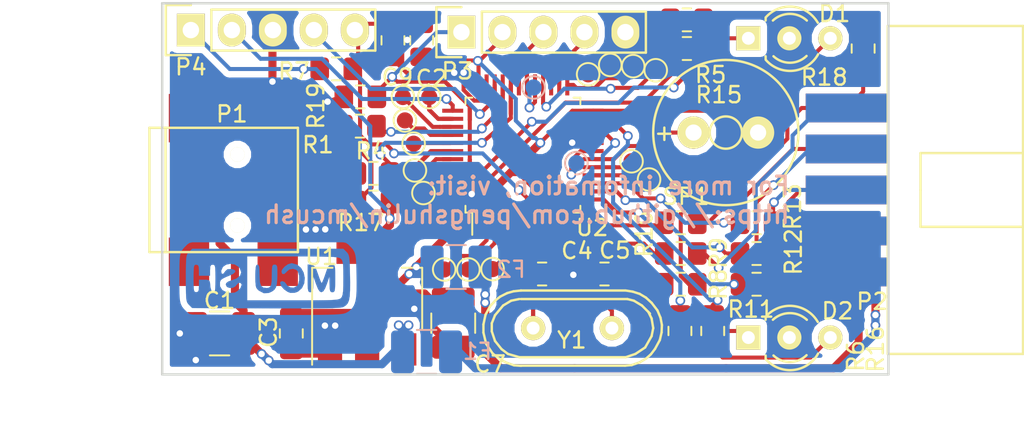
<source format=kicad_pcb>
(kicad_pcb (version 20171130) (host pcbnew 5.0.0-fee4fd1~66~ubuntu16.04.1)

  (general
    (thickness 1.6)
    (drawings 8)
    (tracks 586)
    (zones 0)
    (modules 53)
    (nets 58)
  )

  (page A4)
  (layers
    (0 F.Cu signal)
    (31 B.Cu signal)
    (32 B.Adhes user)
    (33 F.Adhes user)
    (34 B.Paste user)
    (35 F.Paste user)
    (36 B.SilkS user)
    (37 F.SilkS user)
    (38 B.Mask user)
    (39 F.Mask user hide)
    (40 Dwgs.User user)
    (41 Cmts.User user)
    (42 Eco1.User user hide)
    (43 Eco2.User user hide)
    (44 Edge.Cuts user)
    (45 Margin user hide)
    (46 B.CrtYd user hide)
    (47 F.CrtYd user hide)
    (48 B.Fab user hide)
    (49 F.Fab user hide)
  )

  (setup
    (last_trace_width 0.25)
    (trace_clearance 0.2)
    (zone_clearance 0.4)
    (zone_45_only no)
    (trace_min 0.2)
    (segment_width 0.2)
    (edge_width 0.15)
    (via_size 0.6)
    (via_drill 0.4)
    (via_min_size 0.4)
    (via_min_drill 0.3)
    (uvia_size 0.3)
    (uvia_drill 0.1)
    (uvias_allowed no)
    (uvia_min_size 0.2)
    (uvia_min_drill 0.1)
    (pcb_text_width 0.3)
    (pcb_text_size 1.5 1.5)
    (mod_edge_width 0.15)
    (mod_text_size 1 1)
    (mod_text_width 0.15)
    (pad_size 1.524 1.524)
    (pad_drill 0.762)
    (pad_to_mask_clearance 0.2)
    (aux_axis_origin 90.17 124.46)
    (grid_origin 90.17 124.46)
    (visible_elements FFFFFF7F)
    (pcbplotparams
      (layerselection 0x010fc_ffffffff)
      (usegerberextensions false)
      (usegerberattributes false)
      (usegerberadvancedattributes false)
      (creategerberjobfile false)
      (excludeedgelayer false)
      (linewidth 0.100000)
      (plotframeref false)
      (viasonmask false)
      (mode 1)
      (useauxorigin false)
      (hpglpennumber 1)
      (hpglpenspeed 20)
      (hpglpendiameter 15.000000)
      (psnegative false)
      (psa4output false)
      (plotreference true)
      (plotvalue true)
      (plotinvisibletext false)
      (padsonsilk false)
      (subtractmaskfromsilk false)
      (outputformat 1)
      (mirror false)
      (drillshape 0)
      (scaleselection 1)
      (outputdirectory "export"))
  )

  (net 0 "")
  (net 1 /DP)
  (net 2 /USB_DP)
  (net 3 /BEEP)
  (net 4 /DM)
  (net 5 /USB_DM)
  (net 6 +3V3)
  (net 7 /RST)
  (net 8 /D0_OUT)
  (net 9 /D0)
  (net 10 /D1_OUT)
  (net 11 /D1)
  (net 12 /D2_OUT)
  (net 13 /D2)
  (net 14 /D3_OUT)
  (net 15 /D3)
  (net 16 /D4_OUT)
  (net 17 /D4)
  (net 18 /D5_OUT)
  (net 19 /D5)
  (net 20 +5V)
  (net 21 GND)
  (net 22 /OSC_IN)
  (net 23 /OSC_OUT)
  (net 24 /5V_OUT)
  (net 25 /TXD)
  (net 26 /RXD)
  (net 27 /SWDIO)
  (net 28 /SWCLK)
  (net 29 "Net-(P1-Pad4)")
  (net 30 "Net-(P1-Pad6)")
  (net 31 /SPI_CS)
  (net 32 /SPI_SCK)
  (net 33 /SPI_MISO)
  (net 34 /SPI_MOSI)
  (net 35 "Net-(D1-Pad1)")
  (net 36 "Net-(D2-Pad1)")
  (net 37 /LED_G0)
  (net 38 /LED_G1)
  (net 39 "Net-(D1-Pad3)")
  (net 40 /LED_R0)
  (net 41 "Net-(D2-Pad3)")
  (net 42 /LED_R1)
  (net 43 /BOOT0)
  (net 44 /D6)
  (net 45 /D7)
  (net 46 /C13)
  (net 47 /C14)
  (net 48 /C15)
  (net 49 /3.3V_OUT)
  (net 50 /D8)
  (net 51 /PB1)
  (net 52 /PA15)
  (net 53 /PB3)
  (net 54 /PB4)
  (net 55 /PB5)
  (net 56 /PB6)
  (net 57 /PB7)

  (net_class Default "This is the default net class."
    (clearance 0.2)
    (trace_width 0.25)
    (via_dia 0.6)
    (via_drill 0.4)
    (uvia_dia 0.3)
    (uvia_drill 0.1)
    (add_net +3V3)
    (add_net /BEEP)
    (add_net /BOOT0)
    (add_net /C13)
    (add_net /C14)
    (add_net /C15)
    (add_net /D0)
    (add_net /D0_OUT)
    (add_net /D1)
    (add_net /D1_OUT)
    (add_net /D2)
    (add_net /D2_OUT)
    (add_net /D3)
    (add_net /D3_OUT)
    (add_net /D4)
    (add_net /D4_OUT)
    (add_net /D5)
    (add_net /D5_OUT)
    (add_net /D6)
    (add_net /D7)
    (add_net /D8)
    (add_net /DM)
    (add_net /DP)
    (add_net /LED_G0)
    (add_net /LED_G1)
    (add_net /LED_R0)
    (add_net /LED_R1)
    (add_net /OSC_IN)
    (add_net /OSC_OUT)
    (add_net /PA15)
    (add_net /PB1)
    (add_net /PB3)
    (add_net /PB4)
    (add_net /PB5)
    (add_net /PB6)
    (add_net /PB7)
    (add_net /RST)
    (add_net /RXD)
    (add_net /SPI_CS)
    (add_net /SPI_MISO)
    (add_net /SPI_MOSI)
    (add_net /SPI_SCK)
    (add_net /SWCLK)
    (add_net /SWDIO)
    (add_net /TXD)
    (add_net /USB_DM)
    (add_net /USB_DP)
    (add_net GND)
    (add_net "Net-(D1-Pad1)")
    (add_net "Net-(D1-Pad3)")
    (add_net "Net-(D2-Pad1)")
    (add_net "Net-(D2-Pad3)")
    (add_net "Net-(P1-Pad4)")
    (add_net "Net-(P1-Pad6)")
  )

  (net_class PWR ""
    (clearance 0.2)
    (trace_width 0.5)
    (via_dia 0.6)
    (via_drill 0.4)
    (uvia_dia 0.3)
    (uvia_drill 0.1)
    (add_net +5V)
    (add_net /3.3V_OUT)
    (add_net /5V_OUT)
  )

  (module Capacitor_SMD:C_0805_2012Metric_Pad1.15x1.40mm_HandSolder (layer F.Cu) (tedit 5B36C52B) (tstamp 5BAE08DA)
    (at 113.7121 118.237)
    (descr "Capacitor SMD 0805 (2012 Metric), square (rectangular) end terminal, IPC_7351 nominal with elongated pad for handsoldering. (Body size source: https://docs.google.com/spreadsheets/d/1BsfQQcO9C6DZCsRaXUlFlo91Tg2WpOkGARC1WS5S8t0/edit?usp=sharing), generated with kicad-footprint-generator")
    (tags "capacitor handsolder")
    (path /597EEC9B)
    (attr smd)
    (fp_text reference C4 (at 2.15508 -1.43764) (layer F.SilkS)
      (effects (font (size 1 1) (thickness 0.15)))
    )
    (fp_text value 27p (at 0 1.65) (layer F.Fab)
      (effects (font (size 1 1) (thickness 0.15)))
    )
    (fp_text user %R (at 0 0) (layer F.Fab)
      (effects (font (size 0.5 0.5) (thickness 0.08)))
    )
    (fp_line (start 1.85 0.95) (end -1.85 0.95) (layer F.CrtYd) (width 0.05))
    (fp_line (start 1.85 -0.95) (end 1.85 0.95) (layer F.CrtYd) (width 0.05))
    (fp_line (start -1.85 -0.95) (end 1.85 -0.95) (layer F.CrtYd) (width 0.05))
    (fp_line (start -1.85 0.95) (end -1.85 -0.95) (layer F.CrtYd) (width 0.05))
    (fp_line (start -0.261252 0.71) (end 0.261252 0.71) (layer F.SilkS) (width 0.12))
    (fp_line (start -0.261252 -0.71) (end 0.261252 -0.71) (layer F.SilkS) (width 0.12))
    (fp_line (start 1 0.6) (end -1 0.6) (layer F.Fab) (width 0.1))
    (fp_line (start 1 -0.6) (end 1 0.6) (layer F.Fab) (width 0.1))
    (fp_line (start -1 -0.6) (end 1 -0.6) (layer F.Fab) (width 0.1))
    (fp_line (start -1 0.6) (end -1 -0.6) (layer F.Fab) (width 0.1))
    (pad 2 smd roundrect (at 1.025 0) (size 1.15 1.4) (layers F.Cu F.Paste F.Mask) (roundrect_rratio 0.217391)
      (net 21 GND))
    (pad 1 smd roundrect (at -1.025 0) (size 1.15 1.4) (layers F.Cu F.Paste F.Mask) (roundrect_rratio 0.217391)
      (net 22 /OSC_IN))
    (model ${KISYS3DMOD}/Capacitor_SMD.3dshapes/C_0805_2012Metric.wrl
      (at (xyz 0 0 0))
      (scale (xyz 1 1 1))
      (rotate (xyz 0 0 0))
    )
  )

  (module TestPoint:TestPoint_Pad_D1.0mm (layer F.Cu) (tedit 5BB07380) (tstamp 5BB11784)
    (at 116.56314 105.86466)
    (descr "SMD pad as test Point, diameter 1.0mm")
    (tags "test point SMD pad")
    (path /5BB5AD53)
    (attr virtual)
    (fp_text reference TP7 (at 0.1016 1.2065) (layer F.SilkS) hide
      (effects (font (size 1 1) (thickness 0.15)))
    )
    (fp_text value SCK (at 0 1.55) (layer F.Fab)
      (effects (font (size 1 1) (thickness 0.15)))
    )
    (fp_text user %R (at 0 -1.45) (layer F.Fab)
      (effects (font (size 1 1) (thickness 0.15)))
    )
    (fp_circle (center 0 0) (end 1 0) (layer F.CrtYd) (width 0.05))
    (fp_circle (center 0 0) (end 0 0.7) (layer F.SilkS) (width 0.12))
    (pad 1 smd circle (at 0 0) (size 1 1) (layers F.Cu F.Mask)
      (net 32 /SPI_SCK))
  )

  (module TestPoint:TestPoint_Pad_D1.0mm (layer B.Cu) (tedit 5BB07392) (tstamp 5BB1125C)
    (at 113.1824 106.68)
    (descr "SMD pad as test Point, diameter 1.0mm")
    (tags "test point SMD pad")
    (path /5BB826E3)
    (attr virtual)
    (fp_text reference TP10 (at 0 1.448) (layer B.SilkS) hide
      (effects (font (size 1 1) (thickness 0.15)) (justify mirror))
    )
    (fp_text value D8 (at 0 -1.55) (layer B.Fab)
      (effects (font (size 1 1) (thickness 0.15)) (justify mirror))
    )
    (fp_text user %R (at 0 1.45) (layer B.Fab)
      (effects (font (size 1 1) (thickness 0.15)) (justify mirror))
    )
    (fp_circle (center 0 0) (end 1 0) (layer B.CrtYd) (width 0.05))
    (fp_circle (center 0 0) (end 0 -0.7) (layer B.SilkS) (width 0.12))
    (pad 1 smd circle (at 0 0) (size 1 1) (layers B.Cu B.Mask)
      (net 50 /D8))
  )

  (module Package_QFP:LQFP-48_7x7mm_P0.5mm (layer F.Cu) (tedit 5A5E2375) (tstamp 5BB0D965)
    (at 112.522 110.871 90)
    (descr "48 LEAD LQFP 7x7mm (see MICREL LQFP7x7-48LD-PL-1.pdf)")
    (tags "QFP 0.5")
    (path /597ED686)
    (attr smd)
    (fp_text reference U2 (at -4.4958 4.2926) (layer F.SilkS)
      (effects (font (size 1 1) (thickness 0.15)))
    )
    (fp_text value STM32F103CB (at 0 6 90) (layer F.Fab)
      (effects (font (size 1 1) (thickness 0.15)))
    )
    (fp_line (start 3.13 3.75) (end 3.75 3.75) (layer F.CrtYd) (width 0.05))
    (fp_line (start 3.75 3.13) (end 3.75 3.75) (layer F.CrtYd) (width 0.05))
    (fp_line (start 3.13 5.25) (end 3.13 3.75) (layer F.CrtYd) (width 0.05))
    (fp_text user %R (at 0 0 90) (layer F.Fab)
      (effects (font (size 1 1) (thickness 0.15)))
    )
    (fp_line (start -2.5 -3.5) (end 3.5 -3.5) (layer F.Fab) (width 0.1))
    (fp_line (start 3.5 -3.5) (end 3.5 3.5) (layer F.Fab) (width 0.1))
    (fp_line (start 3.5 3.5) (end -3.5 3.5) (layer F.Fab) (width 0.1))
    (fp_line (start -3.5 3.5) (end -3.5 -2.5) (layer F.Fab) (width 0.1))
    (fp_line (start -3.5 -2.5) (end -2.5 -3.5) (layer F.Fab) (width 0.1))
    (fp_line (start -5.25 -3.13) (end -5.25 3.13) (layer F.CrtYd) (width 0.05))
    (fp_line (start 5.25 -3.13) (end 5.25 3.13) (layer F.CrtYd) (width 0.05))
    (fp_line (start -3.13 -5.25) (end 3.13 -5.25) (layer F.CrtYd) (width 0.05))
    (fp_line (start -3.13 5.25) (end 3.13 5.25) (layer F.CrtYd) (width 0.05))
    (fp_line (start 3.56 -3.56) (end 3.56 -3.14) (layer F.SilkS) (width 0.12))
    (fp_line (start 3.56 3.56) (end 3.56 3.14) (layer F.SilkS) (width 0.12))
    (fp_line (start -3.56 3.56) (end -3.56 3.14) (layer F.SilkS) (width 0.12))
    (fp_line (start -3.56 -3.56) (end -3.14 -3.56) (layer F.SilkS) (width 0.12))
    (fp_line (start 3.56 3.56) (end 3.14 3.56) (layer F.SilkS) (width 0.12))
    (fp_line (start 3.56 -3.56) (end 3.14 -3.56) (layer F.SilkS) (width 0.12))
    (fp_line (start -3.56 -3.14) (end -4.94 -3.14) (layer F.SilkS) (width 0.12))
    (fp_line (start -3.56 -3.56) (end -3.56 -3.14) (layer F.SilkS) (width 0.12))
    (fp_line (start -3.56 3.56) (end -3.14 3.56) (layer F.SilkS) (width 0.12))
    (fp_line (start 3.75 3.13) (end 5.25 3.13) (layer F.CrtYd) (width 0.05))
    (fp_line (start 3.75 -3.13) (end 5.25 -3.13) (layer F.CrtYd) (width 0.05))
    (fp_line (start 3.13 -3.75) (end 3.13 -5.25) (layer F.CrtYd) (width 0.05))
    (fp_line (start -3.13 -3.75) (end -3.13 -5.25) (layer F.CrtYd) (width 0.05))
    (fp_line (start -3.75 -3.13) (end -5.25 -3.13) (layer F.CrtYd) (width 0.05))
    (fp_line (start -3.75 3.13) (end -5.25 3.13) (layer F.CrtYd) (width 0.05))
    (fp_line (start -3.13 3.75) (end -3.13 5.25) (layer F.CrtYd) (width 0.05))
    (fp_line (start 3.13 -3.75) (end 3.75 -3.75) (layer F.CrtYd) (width 0.05))
    (fp_line (start 3.75 -3.13) (end 3.75 -3.75) (layer F.CrtYd) (width 0.05))
    (fp_line (start -3.75 3.13) (end -3.75 3.75) (layer F.CrtYd) (width 0.05))
    (fp_line (start -3.13 3.75) (end -3.75 3.75) (layer F.CrtYd) (width 0.05))
    (fp_line (start -3.75 -3.13) (end -3.75 -3.75) (layer F.CrtYd) (width 0.05))
    (fp_line (start -3.13 -3.75) (end -3.75 -3.75) (layer F.CrtYd) (width 0.05))
    (pad 1 smd rect (at -4.35 -2.75 90) (size 1.3 0.25) (layers F.Cu F.Paste F.Mask)
      (net 6 +3V3))
    (pad 2 smd rect (at -4.35 -2.25 90) (size 1.3 0.25) (layers F.Cu F.Paste F.Mask)
      (net 46 /C13))
    (pad 3 smd rect (at -4.35 -1.75 90) (size 1.3 0.25) (layers F.Cu F.Paste F.Mask)
      (net 47 /C14))
    (pad 4 smd rect (at -4.35 -1.25 90) (size 1.3 0.25) (layers F.Cu F.Paste F.Mask)
      (net 48 /C15))
    (pad 5 smd rect (at -4.35 -0.75 90) (size 1.3 0.25) (layers F.Cu F.Paste F.Mask)
      (net 22 /OSC_IN))
    (pad 6 smd rect (at -4.35 -0.25 90) (size 1.3 0.25) (layers F.Cu F.Paste F.Mask)
      (net 23 /OSC_OUT))
    (pad 7 smd rect (at -4.35 0.25 90) (size 1.3 0.25) (layers F.Cu F.Paste F.Mask)
      (net 7 /RST))
    (pad 8 smd rect (at -4.35 0.75 90) (size 1.3 0.25) (layers F.Cu F.Paste F.Mask)
      (net 21 GND))
    (pad 9 smd rect (at -4.35 1.25 90) (size 1.3 0.25) (layers F.Cu F.Paste F.Mask)
      (net 6 +3V3))
    (pad 10 smd rect (at -4.35 1.75 90) (size 1.3 0.25) (layers F.Cu F.Paste F.Mask)
      (net 9 /D0))
    (pad 11 smd rect (at -4.35 2.25 90) (size 1.3 0.25) (layers F.Cu F.Paste F.Mask)
      (net 11 /D1))
    (pad 12 smd rect (at -4.35 2.75 90) (size 1.3 0.25) (layers F.Cu F.Paste F.Mask)
      (net 13 /D2))
    (pad 13 smd rect (at -2.75 4.35 180) (size 1.3 0.25) (layers F.Cu F.Paste F.Mask)
      (net 15 /D3))
    (pad 14 smd rect (at -2.25 4.35 180) (size 1.3 0.25) (layers F.Cu F.Paste F.Mask)
      (net 17 /D4))
    (pad 15 smd rect (at -1.75 4.35 180) (size 1.3 0.25) (layers F.Cu F.Paste F.Mask)
      (net 19 /D5))
    (pad 16 smd rect (at -1.25 4.35 180) (size 1.3 0.25) (layers F.Cu F.Paste F.Mask)
      (net 44 /D6))
    (pad 17 smd rect (at -0.75 4.35 180) (size 1.3 0.25) (layers F.Cu F.Paste F.Mask)
      (net 45 /D7))
    (pad 18 smd rect (at -0.25 4.35 180) (size 1.3 0.25) (layers F.Cu F.Paste F.Mask)
      (net 3 /BEEP))
    (pad 19 smd rect (at 0.25 4.35 180) (size 1.3 0.25) (layers F.Cu F.Paste F.Mask)
      (net 51 /PB1))
    (pad 20 smd rect (at 0.75 4.35 180) (size 1.3 0.25) (layers F.Cu F.Paste F.Mask)
      (net 21 GND))
    (pad 21 smd rect (at 1.25 4.35 180) (size 1.3 0.25) (layers F.Cu F.Paste F.Mask)
      (net 38 /LED_G1))
    (pad 22 smd rect (at 1.75 4.35 180) (size 1.3 0.25) (layers F.Cu F.Paste F.Mask)
      (net 42 /LED_R1))
    (pad 23 smd rect (at 2.25 4.35 180) (size 1.3 0.25) (layers F.Cu F.Paste F.Mask)
      (net 21 GND))
    (pad 24 smd rect (at 2.75 4.35 180) (size 1.3 0.25) (layers F.Cu F.Paste F.Mask)
      (net 6 +3V3))
    (pad 25 smd rect (at 4.35 2.75 90) (size 1.3 0.25) (layers F.Cu F.Paste F.Mask)
      (net 31 /SPI_CS))
    (pad 26 smd rect (at 4.35 2.25 90) (size 1.3 0.25) (layers F.Cu F.Paste F.Mask)
      (net 32 /SPI_SCK))
    (pad 27 smd rect (at 4.35 1.75 90) (size 1.3 0.25) (layers F.Cu F.Paste F.Mask)
      (net 33 /SPI_MISO))
    (pad 28 smd rect (at 4.35 1.25 90) (size 1.3 0.25) (layers F.Cu F.Paste F.Mask)
      (net 34 /SPI_MOSI))
    (pad 29 smd rect (at 4.35 0.75 90) (size 1.3 0.25) (layers F.Cu F.Paste F.Mask)
      (net 50 /D8))
    (pad 30 smd rect (at 4.35 0.25 90) (size 1.3 0.25) (layers F.Cu F.Paste F.Mask)
      (net 25 /TXD))
    (pad 31 smd rect (at 4.35 -0.25 90) (size 1.3 0.25) (layers F.Cu F.Paste F.Mask)
      (net 26 /RXD))
    (pad 32 smd rect (at 4.35 -0.75 90) (size 1.3 0.25) (layers F.Cu F.Paste F.Mask)
      (net 4 /DM))
    (pad 33 smd rect (at 4.35 -1.25 90) (size 1.3 0.25) (layers F.Cu F.Paste F.Mask)
      (net 1 /DP))
    (pad 34 smd rect (at 4.35 -1.75 90) (size 1.3 0.25) (layers F.Cu F.Paste F.Mask)
      (net 27 /SWDIO))
    (pad 35 smd rect (at 4.35 -2.25 90) (size 1.3 0.25) (layers F.Cu F.Paste F.Mask)
      (net 21 GND))
    (pad 36 smd rect (at 4.35 -2.75 90) (size 1.3 0.25) (layers F.Cu F.Paste F.Mask)
      (net 6 +3V3))
    (pad 37 smd rect (at 2.75 -4.35 180) (size 1.3 0.25) (layers F.Cu F.Paste F.Mask)
      (net 28 /SWCLK))
    (pad 38 smd rect (at 2.25 -4.35 180) (size 1.3 0.25) (layers F.Cu F.Paste F.Mask)
      (net 52 /PA15))
    (pad 39 smd rect (at 1.75 -4.35 180) (size 1.3 0.25) (layers F.Cu F.Paste F.Mask)
      (net 53 /PB3))
    (pad 40 smd rect (at 1.25 -4.35 180) (size 1.3 0.25) (layers F.Cu F.Paste F.Mask)
      (net 54 /PB4))
    (pad 41 smd rect (at 0.75 -4.35 180) (size 1.3 0.25) (layers F.Cu F.Paste F.Mask)
      (net 55 /PB5))
    (pad 42 smd rect (at 0.25 -4.35 180) (size 1.3 0.25) (layers F.Cu F.Paste F.Mask)
      (net 56 /PB6))
    (pad 43 smd rect (at -0.25 -4.35 180) (size 1.3 0.25) (layers F.Cu F.Paste F.Mask)
      (net 57 /PB7))
    (pad 44 smd rect (at -0.75 -4.35 180) (size 1.3 0.25) (layers F.Cu F.Paste F.Mask)
      (net 43 /BOOT0))
    (pad 45 smd rect (at -1.25 -4.35 180) (size 1.3 0.25) (layers F.Cu F.Paste F.Mask)
      (net 37 /LED_G0))
    (pad 46 smd rect (at -1.75 -4.35 180) (size 1.3 0.25) (layers F.Cu F.Paste F.Mask)
      (net 40 /LED_R0))
    (pad 47 smd rect (at -2.25 -4.35 180) (size 1.3 0.25) (layers F.Cu F.Paste F.Mask)
      (net 21 GND))
    (pad 48 smd rect (at -2.75 -4.35 180) (size 1.3 0.25) (layers F.Cu F.Paste F.Mask)
      (net 6 +3V3))
    (model ${KISYS3DMOD}/Package_QFP.3dshapes/LQFP-48_7x7mm_P0.5mm.wrl
      (at (xyz 0 0 0))
      (scale (xyz 1 1 1))
      (rotate (xyz 0 0 0))
    )
  )

  (module logo:mcush_txt_logo (layer B.Cu) (tedit 5BB07CBA) (tstamp 5BB0926C)
    (at 96.71304 118.51132 180)
    (path /5BB0D0FF)
    (fp_text reference LOGO1 (at -2.6924 2.8194 180) (layer B.SilkS) hide
      (effects (font (size 1.524 1.524) (thickness 0.3)) (justify mirror))
    )
    (fp_text value MCUSH (at 3.0734 2.8448 180) (layer B.SilkS) hide
      (effects (font (size 1.524 1.524) (thickness 0.3)) (justify mirror))
    )
    (fp_poly (pts (xy 4.877331 1.638404) (xy 4.94833 1.559868) (xy 4.999519 1.470035) (xy 5.034131 1.341624)
      (xy 5.055399 1.147352) (xy 5.066556 0.859937) (xy 5.070834 0.452097) (xy 5.071477 0)
      (xy 5.070463 -0.529184) (xy 5.065266 -0.915183) (xy 5.052655 -1.18528) (xy 5.029396 -1.366757)
      (xy 4.992259 -1.486896) (xy 4.93801 -1.572979) (xy 4.877379 -1.638404) (xy 4.683281 -1.832551)
      (xy 0.104225 -1.853777) (xy -0.951551 -1.857806) (xy -1.848535 -1.859189) (xy -2.598392 -1.857716)
      (xy -3.212782 -1.853175) (xy -3.703368 -1.845354) (xy -4.081812 -1.834042) (xy -4.359776 -1.819027)
      (xy -4.548921 -1.800098) (xy -4.660911 -1.777043) (xy -4.686239 -1.766863) (xy -4.839323 -1.670909)
      (xy -4.951351 -1.545686) (xy -5.027843 -1.3659) (xy -5.074317 -1.106262) (xy -5.096294 -0.741477)
      (xy -5.099294 -0.246256) (xy -5.095816 0.01481) (xy -4.687919 0.01481) (xy -4.683983 -0.45205)
      (xy -4.669836 -0.778979) (xy -4.641969 -0.996386) (xy -4.596875 -1.13468) (xy -4.546856 -1.207886)
      (xy -4.498733 -1.250326) (xy -4.427503 -1.28431) (xy -4.315336 -1.310772) (xy -4.144399 -1.330642)
      (xy -3.896863 -1.344852) (xy -3.554895 -1.354334) (xy -3.100665 -1.36002) (xy -2.516341 -1.362841)
      (xy -1.784092 -1.363729) (xy -1.563635 -1.363759) (xy 1.278524 -1.363759) (xy 1.278524 -0.412964)
      (xy 1.619464 -0.412964) (xy 1.692896 -0.60621) (xy 1.878855 -0.789378) (xy 2.045638 -0.880278)
      (xy 2.286299 -0.905839) (xy 2.571119 -0.848186) (xy 2.808498 -0.727214) (xy 2.828468 -0.710274)
      (xy 2.961397 -0.487198) (xy 2.963558 -0.225076) (xy 2.910952 -0.103294) (xy 2.795018 -0.013214)
      (xy 2.781026 -0.00625) (xy 3.238927 -0.00625) (xy 3.24167 -0.396411) (xy 3.253389 -0.645266)
      (xy 3.279314 -0.781939) (xy 3.324679 -0.835553) (xy 3.388088 -0.836555) (xy 3.495233 -0.760101)
      (xy 3.552038 -0.560975) (xy 3.563458 -0.446748) (xy 3.58768 -0.220153) (xy 3.648124 -0.116016)
      (xy 3.792512 -0.086711) (xy 3.925707 -0.085235) (xy 4.261745 -0.085235) (xy 4.261745 -0.468792)
      (xy 4.272899 -0.708485) (xy 4.319214 -0.821829) (xy 4.419969 -0.852203) (xy 4.432215 -0.852349)
      (xy 4.509802 -0.840651) (xy 4.559471 -0.784987) (xy 4.587391 -0.654501) (xy 4.599734 -0.41834)
      (xy 4.602671 -0.045649) (xy 4.602685 0) (xy 4.600345 0.387936) (xy 4.589212 0.636277)
      (xy 4.563115 0.775878) (xy 4.515883 0.837594) (xy 4.441345 0.852279) (xy 4.432215 0.852349)
      (xy 4.320688 0.823758) (xy 4.271397 0.708199) (xy 4.261745 0.511409) (xy 4.261745 0.17047)
      (xy 3.579866 0.17047) (xy 3.579866 0.511409) (xy 3.565571 0.734464) (xy 3.507791 0.833046)
      (xy 3.409396 0.852349) (xy 3.332041 0.840723) (xy 3.282423 0.78535) (xy 3.254438 0.655482)
      (xy 3.241981 0.420372) (xy 3.238947 0.049274) (xy 3.238927 -0.00625) (xy 2.781026 -0.00625)
      (xy 2.575556 0.096013) (xy 2.422156 0.156455) (xy 2.148845 0.282424) (xy 2.018028 0.404355)
      (xy 2.035339 0.506094) (xy 2.20641 0.571488) (xy 2.274371 0.580313) (xy 2.498368 0.565732)
      (xy 2.629113 0.449804) (xy 2.639618 0.431152) (xy 2.760653 0.27896) (xy 2.85356 0.282578)
      (xy 2.886566 0.434372) (xy 2.88234 0.489471) (xy 2.783771 0.713316) (xy 2.580314 0.854582)
      (xy 2.319237 0.907561) (xy 2.047806 0.866544) (xy 1.813289 0.725823) (xy 1.732337 0.628363)
      (xy 1.641872 0.377735) (xy 1.715109 0.161454) (xy 1.947429 -0.013098) (xy 2.190111 -0.103118)
      (xy 2.451152 -0.195168) (xy 2.575744 -0.294405) (xy 2.599665 -0.386409) (xy 2.531512 -0.522772)
      (xy 2.368571 -0.588491) (xy 2.173114 -0.579192) (xy 2.007416 -0.490496) (xy 1.963067 -0.431153)
      (xy 1.838045 -0.291409) (xy 1.707916 -0.264714) (xy 1.626495 -0.353914) (xy 1.619464 -0.412964)
      (xy 1.278524 -0.412964) (xy 1.278524 1.363758) (xy -1.548825 1.363758) (xy -2.327048 1.363001)
      (xy -2.952533 1.360172) (xy -3.443004 1.354431) (xy -3.81619 1.344942) (xy -4.089816 1.330865)
      (xy -4.281608 1.311364) (xy -4.409294 1.285598) (xy -4.490598 1.252731) (xy -4.532046 1.222695)
      (xy -4.59811 1.14255) (xy -4.642693 1.022751) (xy -4.669823 0.832092) (xy -4.683526 0.539367)
      (xy -4.687831 0.113369) (xy -4.687919 0.01481) (xy -5.095816 0.01481) (xy -5.094622 0.104408)
      (xy -5.084474 0.613079) (xy -5.071674 0.979922) (xy -5.052167 1.233576) (xy -5.021896 1.402676)
      (xy -4.976805 1.515859) (xy -4.912839 1.601763) (xy -4.87733 1.638636) (xy -4.683184 1.83255)
      (xy 4.683185 1.83255) (xy 4.877331 1.638404)) (layer B.Cu) (width 0.01))
    (fp_poly (pts (xy -1.258581 0.87768) (xy -1.048631 0.731748) (xy -0.894818 0.550458) (xy -0.852349 0.419988)
      (xy -0.90026 0.282179) (xy -1.01449 0.273259) (xy -1.15078 0.392376) (xy -1.173507 0.426174)
      (xy -1.340617 0.5609) (xy -1.564557 0.597493) (xy -1.773224 0.535376) (xy -1.872168 0.431778)
      (xy -1.94713 0.17721) (xy -1.950405 -0.11568) (xy -1.886304 -0.369858) (xy -1.821834 -0.467332)
      (xy -1.615582 -0.573256) (xy -1.383508 -0.558842) (xy -1.196278 -0.435172) (xy -1.151768 -0.362249)
      (xy -1.041436 -0.226522) (xy -0.902046 -0.172559) (xy -0.793228 -0.211009) (xy -0.767114 -0.293569)
      (xy -0.837784 -0.482798) (xy -1.013563 -0.681131) (xy -1.240102 -0.837393) (xy -1.406375 -0.895506)
      (xy -1.663738 -0.888806) (xy -1.865785 -0.822106) (xy -2.120708 -0.594291) (xy -2.259344 -0.296602)
      (xy -2.290181 0.033722) (xy -2.221707 0.359439) (xy -2.06241 0.643309) (xy -1.820777 0.848094)
      (xy -1.505296 0.936552) (xy -1.46472 0.937584) (xy -1.258581 0.87768)) (layer B.Cu) (width 0.01))
    (fp_poly (pts (xy 0.703417 0.821255) (xy 0.742575 0.708121) (xy 0.762038 0.483164) (xy 0.767115 0.134038)
      (xy 0.763431 -0.221066) (xy 0.745182 -0.448773) (xy 0.701568 -0.592115) (xy 0.621793 -0.694122)
      (xy 0.542533 -0.760928) (xy 0.247681 -0.913089) (xy -0.05662 -0.900132) (xy -0.251349 -0.815948)
      (xy -0.406681 -0.704447) (xy -0.506316 -0.552417) (xy -0.562302 -0.322564) (xy -0.586687 0.022406)
      (xy -0.590653 0.234396) (xy -0.589571 0.554464) (xy -0.572209 0.740109) (xy -0.52901 0.827244)
      (xy -0.450414 0.851783) (xy -0.426174 0.852349) (xy -0.336168 0.836073) (xy -0.284821 0.762818)
      (xy -0.26154 0.595941) (xy -0.255732 0.2988) (xy -0.255704 0.262676) (xy -0.247556 -0.131409)
      (xy -0.215522 -0.384862) (xy -0.148217 -0.527064) (xy -0.034255 -0.587393) (xy 0.077308 -0.596645)
      (xy 0.281294 -0.56919) (xy 0.411471 -0.468017) (xy 0.482653 -0.264913) (xy 0.509652 0.068335)
      (xy 0.51141 0.230134) (xy 0.518416 0.56216) (xy 0.543687 0.755176) (xy 0.593601 0.840224)
      (xy 0.639262 0.852349) (xy 0.703417 0.821255)) (layer B.Cu) (width 0.01))
    (fp_poly (pts (xy -2.471812 0.005661) (xy -2.474123 -0.383794) (xy -2.48513 -0.633556) (xy -2.510943 -0.774381)
      (xy -2.557675 -0.837026) (xy -2.631434 -0.852249) (xy -2.642281 -0.852349) (xy -2.739483 -0.832229)
      (xy -2.792124 -0.745482) (xy -2.814514 -0.552527) (xy -2.81948 -0.362249) (xy -2.826209 0.127852)
      (xy -2.997053 -0.362249) (xy -3.118839 -0.661666) (xy -3.230123 -0.816518) (xy -3.324161 -0.852349)
      (xy -3.438664 -0.797739) (xy -3.550688 -0.61801) (xy -3.651268 -0.362249) (xy -3.822112 0.127852)
      (xy -3.828841 -0.362249) (xy -3.839665 -0.640909) (xy -3.871869 -0.788826) (xy -3.939763 -0.845582)
      (xy -4.00604 -0.852349) (xy -4.083627 -0.840651) (xy -4.133295 -0.784987) (xy -4.161216 -0.654501)
      (xy -4.173559 -0.41834) (xy -4.176496 -0.045649) (xy -4.17651 0) (xy -4.17511 0.386812)
      (xy -4.165844 0.634276) (xy -4.141111 0.773513) (xy -4.09331 0.835644) (xy -4.014839 0.851792)
      (xy -3.968338 0.852349) (xy -3.853473 0.833207) (xy -3.764686 0.753029) (xy -3.679042 0.57769)
      (xy -3.573602 0.273062) (xy -3.56863 0.257649) (xy -3.470649 -0.022412) (xy -3.387146 -0.217827)
      (xy -3.334009 -0.292215) (xy -3.329319 -0.29039) (xy -3.279385 -0.190975) (xy -3.195867 0.022877)
      (xy -3.104348 0.283) (xy -2.996974 0.574739) (xy -2.903763 0.739563) (xy -2.796734 0.815738)
      (xy -2.699482 0.836701) (xy -2.471812 0.863672) (xy -2.471812 0.005661)) (layer B.Cu) (width 0.01))
  )

  (module Resistor_SMD:R_0805_2012Metric_Pad1.15x1.40mm_HandSolder (layer F.Cu) (tedit 5B36C52B) (tstamp 5BB18E83)
    (at 100.95738 105.5243)
    (descr "Resistor SMD 0805 (2012 Metric), square (rectangular) end terminal, IPC_7351 nominal with elongated pad for handsoldering. (Body size source: https://docs.google.com/spreadsheets/d/1BsfQQcO9C6DZCsRaXUlFlo91Tg2WpOkGARC1WS5S8t0/edit?usp=sharing), generated with kicad-footprint-generator")
    (tags "resistor handsolder")
    (path /597EF072)
    (attr smd)
    (fp_text reference R7 (at -2.62636 0.14732) (layer F.SilkS)
      (effects (font (size 1 1) (thickness 0.15)))
    )
    (fp_text value 10k (at 0 1.65) (layer F.Fab)
      (effects (font (size 1 1) (thickness 0.15)))
    )
    (fp_line (start -1 0.6) (end -1 -0.6) (layer F.Fab) (width 0.1))
    (fp_line (start -1 -0.6) (end 1 -0.6) (layer F.Fab) (width 0.1))
    (fp_line (start 1 -0.6) (end 1 0.6) (layer F.Fab) (width 0.1))
    (fp_line (start 1 0.6) (end -1 0.6) (layer F.Fab) (width 0.1))
    (fp_line (start -0.261252 -0.71) (end 0.261252 -0.71) (layer F.SilkS) (width 0.12))
    (fp_line (start -0.261252 0.71) (end 0.261252 0.71) (layer F.SilkS) (width 0.12))
    (fp_line (start -1.85 0.95) (end -1.85 -0.95) (layer F.CrtYd) (width 0.05))
    (fp_line (start -1.85 -0.95) (end 1.85 -0.95) (layer F.CrtYd) (width 0.05))
    (fp_line (start 1.85 -0.95) (end 1.85 0.95) (layer F.CrtYd) (width 0.05))
    (fp_line (start 1.85 0.95) (end -1.85 0.95) (layer F.CrtYd) (width 0.05))
    (fp_text user %R (at 0 0) (layer F.Fab)
      (effects (font (size 0.5 0.5) (thickness 0.08)))
    )
    (pad 1 smd roundrect (at -1.025 0) (size 1.15 1.4) (layers F.Cu F.Paste F.Mask) (roundrect_rratio 0.217391)
      (net 6 +3V3))
    (pad 2 smd roundrect (at 1.025 0) (size 1.15 1.4) (layers F.Cu F.Paste F.Mask) (roundrect_rratio 0.217391)
      (net 7 /RST))
    (model ${KISYS3DMOD}/Resistor_SMD.3dshapes/R_0805_2012Metric.wrl
      (at (xyz 0 0 0))
      (scale (xyz 1 1 1))
      (rotate (xyz 0 0 0))
    )
  )

  (module TestPoint:TestPoint_Pad_D1.0mm (layer F.Cu) (tedit 5BB072BD) (tstamp 5BB1844A)
    (at 105.75036 110.16234)
    (descr "SMD pad as test Point, diameter 1.0mm")
    (tags "test point SMD pad")
    (path /5BBAB4BE)
    (attr virtual)
    (fp_text reference TP15 (at 0 -1.448) (layer F.SilkS) hide
      (effects (font (size 1 1) (thickness 0.15)))
    )
    (fp_text value PB5 (at 0 1.55) (layer F.Fab)
      (effects (font (size 1 1) (thickness 0.15)))
    )
    (fp_circle (center 0 0) (end 0 0.7) (layer F.SilkS) (width 0.12))
    (fp_circle (center 0 0) (end 1 0) (layer F.CrtYd) (width 0.05))
    (fp_text user %R (at 0 -1.45) (layer F.Fab)
      (effects (font (size 1 1) (thickness 0.15)))
    )
    (pad 1 smd circle (at 0 0) (size 1 1) (layers F.Cu F.Mask)
      (net 55 /PB5))
  )

  (module TestPoint:TestPoint_Pad_D1.0mm (layer F.Cu) (tedit 5BB072D0) (tstamp 5BB18426)
    (at 105.83164 111.81842)
    (descr "SMD pad as test Point, diameter 1.0mm")
    (tags "test point SMD pad")
    (path /5BBAB548)
    (attr virtual)
    (fp_text reference TP16 (at 0 -1.448) (layer F.SilkS) hide
      (effects (font (size 1 1) (thickness 0.15)))
    )
    (fp_text value PB6 (at 0 1.55) (layer F.Fab)
      (effects (font (size 1 1) (thickness 0.15)))
    )
    (fp_circle (center 0 0) (end 0 0.7) (layer F.SilkS) (width 0.12))
    (fp_circle (center 0 0) (end 1 0) (layer F.CrtYd) (width 0.05))
    (fp_text user %R (at 0 -1.45) (layer F.Fab)
      (effects (font (size 1 1) (thickness 0.15)))
    )
    (pad 1 smd circle (at 0 0) (size 1 1) (layers F.Cu F.Mask)
      (net 56 /PB6))
  )

  (module TestPoint:TestPoint_Pad_D1.0mm (layer F.Cu) (tedit 5BB07286) (tstamp 5BB13430)
    (at 106.72064 107.27436)
    (descr "SMD pad as test Point, diameter 1.0mm")
    (tags "test point SMD pad")
    (path /5BBF3CF5)
    (attr virtual)
    (fp_text reference TP11 (at 0.61468 -1.10744) (layer F.SilkS) hide
      (effects (font (size 1 1) (thickness 0.15)))
    )
    (fp_text value PA15 (at 0 1.55) (layer F.Fab)
      (effects (font (size 1 1) (thickness 0.15)))
    )
    (fp_text user %R (at 0 -1.45) (layer F.Fab)
      (effects (font (size 1 1) (thickness 0.15)))
    )
    (fp_circle (center 0 0) (end 1 0) (layer F.CrtYd) (width 0.05))
    (fp_circle (center 0 0) (end 0 0.7) (layer F.SilkS) (width 0.12))
    (pad 1 smd circle (at 0 0) (size 1 1) (layers F.Cu F.Mask)
      (net 52 /PA15))
  )

  (module TestPoint:TestPoint_Pad_D1.0mm (layer B.Cu) (tedit 5BB07395) (tstamp 5BB13428)
    (at 115.83416 111.36884)
    (descr "SMD pad as test Point, diameter 1.0mm")
    (tags "test point SMD pad")
    (path /5BC2740F)
    (attr virtual)
    (fp_text reference TP12 (at 0 1.448) (layer B.SilkS) hide
      (effects (font (size 1 1) (thickness 0.15)) (justify mirror))
    )
    (fp_text value PB1 (at 0 -1.55) (layer B.Fab)
      (effects (font (size 1 1) (thickness 0.15)) (justify mirror))
    )
    (fp_circle (center 0 0) (end 0 -0.7) (layer B.SilkS) (width 0.12))
    (fp_circle (center 0 0) (end 1 0) (layer B.CrtYd) (width 0.05))
    (fp_text user %R (at 0 1.45) (layer B.Fab)
      (effects (font (size 1 1) (thickness 0.15)) (justify mirror))
    )
    (pad 1 smd circle (at 0 0) (size 1 1) (layers B.Cu B.Mask)
      (net 51 /PB1))
  )

  (module TestPoint:TestPoint_Pad_D1.0mm (layer F.Cu) (tedit 5BB0729B) (tstamp 5BB133E8)
    (at 105.08488 107.27182)
    (descr "SMD pad as test Point, diameter 1.0mm")
    (tags "test point SMD pad")
    (path /5BBD8DE4)
    (attr virtual)
    (fp_text reference TP13 (at 0 -1.448) (layer F.SilkS) hide
      (effects (font (size 1 1) (thickness 0.15)))
    )
    (fp_text value PB3 (at 0 1.55) (layer F.Fab)
      (effects (font (size 1 1) (thickness 0.15)))
    )
    (fp_text user %R (at 0 -1.45) (layer F.Fab)
      (effects (font (size 1 1) (thickness 0.15)))
    )
    (fp_circle (center 0 0) (end 1 0) (layer F.CrtYd) (width 0.05))
    (fp_circle (center 0 0) (end 0 0.7) (layer F.SilkS) (width 0.12))
    (pad 1 smd circle (at 0 0) (size 1 1) (layers F.Cu F.Mask)
      (net 53 /PB3))
  )

  (module TestPoint:TestPoint_Pad_D1.0mm (layer F.Cu) (tedit 5BB072FF) (tstamp 5BB133E0)
    (at 106.35742 113.21796)
    (descr "SMD pad as test Point, diameter 1.0mm")
    (tags "test point SMD pad")
    (path /5BBAEF7E)
    (attr virtual)
    (fp_text reference TP17 (at 0 -1.448) (layer F.SilkS) hide
      (effects (font (size 1 1) (thickness 0.15)))
    )
    (fp_text value PB7 (at 0 1.55) (layer F.Fab)
      (effects (font (size 1 1) (thickness 0.15)))
    )
    (fp_circle (center 0 0) (end 0 0.7) (layer F.SilkS) (width 0.12))
    (fp_circle (center 0 0) (end 1 0) (layer F.CrtYd) (width 0.05))
    (fp_text user %R (at 0 -1.45) (layer F.Fab)
      (effects (font (size 1 1) (thickness 0.15)))
    )
    (pad 1 smd circle (at 0 0) (size 1 1) (layers F.Cu F.Mask)
      (net 57 /PB7))
  )

  (module TestPoint:TestPoint_Pad_D1.0mm (layer F.Cu) (tedit 5BB0731C) (tstamp 5BB133C8)
    (at 105.21188 108.71962)
    (descr "SMD pad as test Point, diameter 1.0mm")
    (tags "test point SMD pad")
    (path /5BBAB42E)
    (attr virtual)
    (fp_text reference TP14 (at 0 -1.448) (layer F.SilkS) hide
      (effects (font (size 1 1) (thickness 0.15)))
    )
    (fp_text value PB4 (at 0 1.55) (layer F.Fab)
      (effects (font (size 1 1) (thickness 0.15)))
    )
    (fp_text user %R (at 0 -1.45) (layer F.Fab)
      (effects (font (size 1 1) (thickness 0.15)))
    )
    (fp_circle (center 0 0) (end 1 0) (layer F.CrtYd) (width 0.05))
    (fp_circle (center 0 0) (end 0 0.7) (layer F.SilkS) (width 0.12))
    (pad 1 smd circle (at 0 0) (size 1 1) (layers F.Cu F.Mask)
      (net 54 /PB4))
  )

  (module TestPoint:TestPoint_Pad_D1.0mm (layer F.Cu) (tedit 5BB07385) (tstamp 5BB0F869)
    (at 120.7516 105.6132)
    (descr "SMD pad as test Point, diameter 1.0mm")
    (tags "test point SMD pad")
    (path /5BB5ACDB)
    (attr virtual)
    (fp_text reference TP9 (at 2.0828 0.2921) (layer F.SilkS) hide
      (effects (font (size 1 1) (thickness 0.15)))
    )
    (fp_text value MOSI (at 0 1.55) (layer F.Fab)
      (effects (font (size 1 1) (thickness 0.15)))
    )
    (fp_circle (center 0 0) (end 0 0.7) (layer F.SilkS) (width 0.12))
    (fp_circle (center 0 0) (end 1 0) (layer F.CrtYd) (width 0.05))
    (fp_text user %R (at 0 -1.45) (layer F.Fab)
      (effects (font (size 1 1) (thickness 0.15)))
    )
    (pad 1 smd circle (at 0 0) (size 1 1) (layers F.Cu F.Mask)
      (net 34 /SPI_MOSI))
  )

  (module TestPoint:TestPoint_Pad_D1.0mm (layer F.Cu) (tedit 5BB07389) (tstamp 5BB17639)
    (at 119.3546 105.3592)
    (descr "SMD pad as test Point, diameter 1.0mm")
    (tags "test point SMD pad")
    (path /5BB5AC57)
    (attr virtual)
    (fp_text reference TP6 (at 2.1336 0.2794) (layer F.SilkS) hide
      (effects (font (size 1 1) (thickness 0.15)))
    )
    (fp_text value CS (at 0 1.55) (layer F.Fab)
      (effects (font (size 1 1) (thickness 0.15)))
    )
    (fp_circle (center 0 0) (end 0 0.7) (layer F.SilkS) (width 0.12))
    (fp_circle (center 0 0) (end 1 0) (layer F.CrtYd) (width 0.05))
    (fp_text user %R (at 0 -1.45) (layer F.Fab)
      (effects (font (size 1 1) (thickness 0.15)))
    )
    (pad 1 smd circle (at 0 0) (size 1 1) (layers F.Cu F.Mask)
      (net 31 /SPI_CS))
  )

  (module TestPoint:TestPoint_Pad_D1.0mm (layer F.Cu) (tedit 5BB0738D) (tstamp 5BB0F851)
    (at 117.9322 105.283)
    (descr "SMD pad as test Point, diameter 1.0mm")
    (tags "test point SMD pad")
    (path /5BB4DAEE)
    (attr virtual)
    (fp_text reference TP8 (at 1.0922 2.7305) (layer F.SilkS) hide
      (effects (font (size 1 1) (thickness 0.15)))
    )
    (fp_text value MISO (at 0 1.55) (layer F.Fab)
      (effects (font (size 1 1) (thickness 0.15)))
    )
    (fp_text user %R (at 0 -1.45) (layer F.Fab)
      (effects (font (size 1 1) (thickness 0.15)))
    )
    (fp_circle (center 0 0) (end 1 0) (layer F.CrtYd) (width 0.05))
    (fp_circle (center 0 0) (end 0 0.7) (layer F.SilkS) (width 0.12))
    (pad 1 smd circle (at 0 0) (size 1 1) (layers F.Cu F.Mask)
      (net 33 /SPI_MISO))
  )

  (module Pin_Headers:Pin_Header_Straight_1x05 (layer F.Cu) (tedit 59A141E3) (tstamp 5BB10AE8)
    (at 108.712 103.251 90)
    (descr "Through hole pin header")
    (tags "pin header")
    (path /5980B479)
    (fp_text reference P3 (at -2.413 -0.254) (layer F.SilkS)
      (effects (font (size 1 1) (thickness 0.15)))
    )
    (fp_text value CONN_01X05 (at 0 -3.1 90) (layer F.Fab) hide
      (effects (font (size 1 1) (thickness 0.15)))
    )
    (fp_line (start -1.55 0) (end -1.55 -1.55) (layer F.SilkS) (width 0.15))
    (fp_line (start -1.55 -1.55) (end 1.55 -1.55) (layer F.SilkS) (width 0.15))
    (fp_line (start 1.55 -1.55) (end 1.55 0) (layer F.SilkS) (width 0.15))
    (fp_line (start -1.75 -1.75) (end -1.75 11.95) (layer F.CrtYd) (width 0.05))
    (fp_line (start 1.75 -1.75) (end 1.75 11.95) (layer F.CrtYd) (width 0.05))
    (fp_line (start -1.75 -1.75) (end 1.75 -1.75) (layer F.CrtYd) (width 0.05))
    (fp_line (start -1.75 11.95) (end 1.75 11.95) (layer F.CrtYd) (width 0.05))
    (fp_line (start 1.27 1.27) (end 1.27 11.43) (layer F.SilkS) (width 0.15))
    (fp_line (start 1.27 11.43) (end -1.27 11.43) (layer F.SilkS) (width 0.15))
    (fp_line (start -1.27 11.43) (end -1.27 1.27) (layer F.SilkS) (width 0.15))
    (fp_line (start 1.27 1.27) (end -1.27 1.27) (layer F.SilkS) (width 0.15))
    (pad 1 thru_hole rect (at 0 0 90) (size 2.032 1.7272) (drill 1.016) (layers *.Cu *.Mask F.SilkS)
      (net 43 /BOOT0))
    (pad 2 thru_hole oval (at 0 2.54 90) (size 2.032 1.7272) (drill 1.016) (layers *.Cu *.Mask F.SilkS)
      (net 6 +3V3))
    (pad 3 thru_hole oval (at 0 5.08 90) (size 2.032 1.7272) (drill 1.016) (layers *.Cu *.Mask F.SilkS)
      (net 26 /RXD))
    (pad 4 thru_hole oval (at 0 7.62 90) (size 2.032 1.7272) (drill 1.016) (layers *.Cu *.Mask F.SilkS)
      (net 25 /TXD))
    (pad 5 thru_hole oval (at 0 10.16 90) (size 2.032 1.7272) (drill 1.016) (layers *.Cu *.Mask F.SilkS)
      (net 21 GND))
  )

  (module Package_TO_SOT_SMD:SOT-223-3_TabPin2 (layer F.Cu) (tedit 5A02FF57) (tstamp 5BB089B6)
    (at 102.87 119.761 90)
    (descr "module CMS SOT223 4 pins")
    (tags "CMS SOT")
    (path /597EF5DC)
    (attr smd)
    (fp_text reference U1 (at 2.59842 -2.8448) (layer F.SilkS)
      (effects (font (size 1 1) (thickness 0.15)))
    )
    (fp_text value AMS1117-3.3 (at 0 4.5 90) (layer F.Fab)
      (effects (font (size 1 1) (thickness 0.15)))
    )
    (fp_text user %R (at 0 0 180) (layer F.Fab)
      (effects (font (size 0.8 0.8) (thickness 0.12)))
    )
    (fp_line (start 1.91 3.41) (end 1.91 2.15) (layer F.SilkS) (width 0.12))
    (fp_line (start 1.91 -3.41) (end 1.91 -2.15) (layer F.SilkS) (width 0.12))
    (fp_line (start 4.4 -3.6) (end -4.4 -3.6) (layer F.CrtYd) (width 0.05))
    (fp_line (start 4.4 3.6) (end 4.4 -3.6) (layer F.CrtYd) (width 0.05))
    (fp_line (start -4.4 3.6) (end 4.4 3.6) (layer F.CrtYd) (width 0.05))
    (fp_line (start -4.4 -3.6) (end -4.4 3.6) (layer F.CrtYd) (width 0.05))
    (fp_line (start -1.85 -2.35) (end -0.85 -3.35) (layer F.Fab) (width 0.1))
    (fp_line (start -1.85 -2.35) (end -1.85 3.35) (layer F.Fab) (width 0.1))
    (fp_line (start -1.85 3.41) (end 1.91 3.41) (layer F.SilkS) (width 0.12))
    (fp_line (start -0.85 -3.35) (end 1.85 -3.35) (layer F.Fab) (width 0.1))
    (fp_line (start -4.1 -3.41) (end 1.91 -3.41) (layer F.SilkS) (width 0.12))
    (fp_line (start -1.85 3.35) (end 1.85 3.35) (layer F.Fab) (width 0.1))
    (fp_line (start 1.85 -3.35) (end 1.85 3.35) (layer F.Fab) (width 0.1))
    (pad 2 smd rect (at 3.15 0 90) (size 2 3.8) (layers F.Cu F.Paste F.Mask)
      (net 6 +3V3))
    (pad 2 smd rect (at -3.15 0 90) (size 2 1.5) (layers F.Cu F.Paste F.Mask)
      (net 6 +3V3))
    (pad 3 smd rect (at -3.15 2.3 90) (size 2 1.5) (layers F.Cu F.Paste F.Mask)
      (net 20 +5V))
    (pad 1 smd rect (at -3.15 -2.3 90) (size 2 1.5) (layers F.Cu F.Paste F.Mask)
      (net 21 GND))
    (model ${KISYS3DMOD}/Package_TO_SOT_SMD.3dshapes/SOT-223.wrl
      (at (xyz 0 0 0))
      (scale (xyz 1 1 1))
      (rotate (xyz 0 0 0))
    )
  )

  (module Resistor_SMD:R_1210_3225Metric_Pad1.42x2.65mm_HandSolder (layer B.Cu) (tedit 5B301BBD) (tstamp 5BB0D13F)
    (at 108.3818 117.8052 180)
    (descr "Resistor SMD 1210 (3225 Metric), square (rectangular) end terminal, IPC_7351 nominal with elongated pad for handsoldering. (Body size source: http://www.tortai-tech.com/upload/download/2011102023233369053.pdf), generated with kicad-footprint-generator")
    (tags "resistor handsolder")
    (path /5BB08E34)
    (attr smd)
    (fp_text reference F2 (at -3.4036 -0.1524 180) (layer B.SilkS)
      (effects (font (size 1 1) (thickness 0.15)) (justify mirror))
    )
    (fp_text value 200mA (at 0 -2.28 180) (layer B.Fab)
      (effects (font (size 1 1) (thickness 0.15)) (justify mirror))
    )
    (fp_text user %R (at 0 0 180) (layer B.Fab)
      (effects (font (size 0.8 0.8) (thickness 0.12)) (justify mirror))
    )
    (fp_line (start 2.45 -1.58) (end -2.45 -1.58) (layer B.CrtYd) (width 0.05))
    (fp_line (start 2.45 1.58) (end 2.45 -1.58) (layer B.CrtYd) (width 0.05))
    (fp_line (start -2.45 1.58) (end 2.45 1.58) (layer B.CrtYd) (width 0.05))
    (fp_line (start -2.45 -1.58) (end -2.45 1.58) (layer B.CrtYd) (width 0.05))
    (fp_line (start -0.602064 -1.36) (end 0.602064 -1.36) (layer B.SilkS) (width 0.12))
    (fp_line (start -0.602064 1.36) (end 0.602064 1.36) (layer B.SilkS) (width 0.12))
    (fp_line (start 1.6 -1.25) (end -1.6 -1.25) (layer B.Fab) (width 0.1))
    (fp_line (start 1.6 1.25) (end 1.6 -1.25) (layer B.Fab) (width 0.1))
    (fp_line (start -1.6 1.25) (end 1.6 1.25) (layer B.Fab) (width 0.1))
    (fp_line (start -1.6 -1.25) (end -1.6 1.25) (layer B.Fab) (width 0.1))
    (pad 2 smd roundrect (at 1.4875 0 180) (size 1.425 2.65) (layers B.Cu B.Paste B.Mask) (roundrect_rratio 0.175439)
      (net 6 +3V3))
    (pad 1 smd roundrect (at -1.4875 0 180) (size 1.425 2.65) (layers B.Cu B.Paste B.Mask) (roundrect_rratio 0.175439)
      (net 49 /3.3V_OUT))
    (model ${KISYS3DMOD}/Resistor_SMD.3dshapes/R_1210_3225Metric.wrl
      (at (xyz 0 0 0))
      (scale (xyz 1 1 1))
      (rotate (xyz 0 0 0))
    )
  )

  (module Resistor_SMD:R_1210_3225Metric_Pad1.42x2.65mm_HandSolder (layer B.Cu) (tedit 5B301BBD) (tstamp 5BB04C5D)
    (at 106.553 123.063 180)
    (descr "Resistor SMD 1210 (3225 Metric), square (rectangular) end terminal, IPC_7351 nominal with elongated pad for handsoldering. (Body size source: http://www.tortai-tech.com/upload/download/2011102023233369053.pdf), generated with kicad-footprint-generator")
    (tags "resistor handsolder")
    (path /597EEDDE)
    (attr smd)
    (fp_text reference F1 (at -3.1496 0.0254 180) (layer B.SilkS)
      (effects (font (size 1 1) (thickness 0.15)) (justify mirror))
    )
    (fp_text value 500mA (at 0 -2.28 180) (layer B.Fab)
      (effects (font (size 1 1) (thickness 0.15)) (justify mirror))
    )
    (fp_line (start -1.6 -1.25) (end -1.6 1.25) (layer B.Fab) (width 0.1))
    (fp_line (start -1.6 1.25) (end 1.6 1.25) (layer B.Fab) (width 0.1))
    (fp_line (start 1.6 1.25) (end 1.6 -1.25) (layer B.Fab) (width 0.1))
    (fp_line (start 1.6 -1.25) (end -1.6 -1.25) (layer B.Fab) (width 0.1))
    (fp_line (start -0.602064 1.36) (end 0.602064 1.36) (layer B.SilkS) (width 0.12))
    (fp_line (start -0.602064 -1.36) (end 0.602064 -1.36) (layer B.SilkS) (width 0.12))
    (fp_line (start -2.45 -1.58) (end -2.45 1.58) (layer B.CrtYd) (width 0.05))
    (fp_line (start -2.45 1.58) (end 2.45 1.58) (layer B.CrtYd) (width 0.05))
    (fp_line (start 2.45 1.58) (end 2.45 -1.58) (layer B.CrtYd) (width 0.05))
    (fp_line (start 2.45 -1.58) (end -2.45 -1.58) (layer B.CrtYd) (width 0.05))
    (fp_text user %R (at 0 0 180) (layer B.Fab)
      (effects (font (size 0.8 0.8) (thickness 0.12)) (justify mirror))
    )
    (pad 1 smd roundrect (at -1.4875 0 180) (size 1.425 2.65) (layers B.Cu B.Paste B.Mask) (roundrect_rratio 0.175439)
      (net 24 /5V_OUT))
    (pad 2 smd roundrect (at 1.4875 0 180) (size 1.425 2.65) (layers B.Cu B.Paste B.Mask) (roundrect_rratio 0.175439)
      (net 20 +5V))
    (model ${KISYS3DMOD}/Resistor_SMD.3dshapes/R_1210_3225Metric.wrl
      (at (xyz 0 0 0))
      (scale (xyz 1 1 1))
      (rotate (xyz 0 0 0))
    )
  )

  (module TestPoint:TestPoint_Pad_D1.0mm (layer F.Cu) (tedit 5BB073B6) (tstamp 5BB01FBF)
    (at 110.6424 117.9322)
    (descr "SMD pad as test Point, diameter 1.0mm")
    (tags "test point SMD pad")
    (path /5BB57757)
    (attr virtual)
    (fp_text reference TP5 (at -0.0381 1.2827) (layer F.SilkS) hide
      (effects (font (size 1 1) (thickness 0.15)))
    )
    (fp_text value C15 (at 0 1.55) (layer F.Fab)
      (effects (font (size 1 1) (thickness 0.15)))
    )
    (fp_text user %R (at 0 -1.45) (layer F.Fab)
      (effects (font (size 1 1) (thickness 0.15)))
    )
    (fp_circle (center 0 0) (end 1 0) (layer F.CrtYd) (width 0.05))
    (fp_circle (center 0 0) (end 0 0.7) (layer F.SilkS) (width 0.12))
    (pad 1 smd circle (at 0 0) (size 1 1) (layers F.Cu F.Mask)
      (net 48 /C15))
  )

  (module TestPoint:TestPoint_Pad_D1.0mm (layer F.Cu) (tedit 5BB073B0) (tstamp 5BB01FB7)
    (at 109.1438 117.9576)
    (descr "SMD pad as test Point, diameter 1.0mm")
    (tags "test point SMD pad")
    (path /5BB576F5)
    (attr virtual)
    (fp_text reference TP4 (at -0.00762 -1.31572) (layer F.SilkS) hide
      (effects (font (size 1 1) (thickness 0.15)))
    )
    (fp_text value C14 (at 0 1.55) (layer F.Fab)
      (effects (font (size 1 1) (thickness 0.15)))
    )
    (fp_circle (center 0 0) (end 0 0.7) (layer F.SilkS) (width 0.12))
    (fp_circle (center 0 0) (end 1 0) (layer F.CrtYd) (width 0.05))
    (fp_text user %R (at 0 -1.45) (layer F.Fab)
      (effects (font (size 1 1) (thickness 0.15)))
    )
    (pad 1 smd circle (at 0 0) (size 1 1) (layers F.Cu F.Mask)
      (net 47 /C14))
  )

  (module TestPoint:TestPoint_Pad_D1.0mm (layer F.Cu) (tedit 5BB073AD) (tstamp 5BB01FAF)
    (at 107.6452 117.9576)
    (descr "SMD pad as test Point, diameter 1.0mm")
    (tags "test point SMD pad")
    (path /5BB56F12)
    (attr virtual)
    (fp_text reference TP3 (at -1.33604 -1.4732) (layer F.SilkS) hide
      (effects (font (size 1 1) (thickness 0.15)))
    )
    (fp_text value C13 (at 0 1.55) (layer F.Fab)
      (effects (font (size 1 1) (thickness 0.15)))
    )
    (fp_text user %R (at 0 -1.45) (layer F.Fab)
      (effects (font (size 1 1) (thickness 0.15)))
    )
    (fp_circle (center 0 0) (end 1 0) (layer F.CrtYd) (width 0.05))
    (fp_circle (center 0 0) (end 0 0.7) (layer F.SilkS) (width 0.12))
    (pad 1 smd circle (at 0 0) (size 1 1) (layers F.Cu F.Mask)
      (net 46 /C13))
  )

  (module TestPoint:TestPoint_Pad_D1.0mm (layer F.Cu) (tedit 5BB073A2) (tstamp 5BB00FFD)
    (at 120.33758 112.3823)
    (descr "SMD pad as test Point, diameter 1.0mm")
    (tags "test point SMD pad")
    (path /5BB0A2F2)
    (attr virtual)
    (fp_text reference TP1 (at -0.59182 1.24714) (layer F.SilkS) hide
      (effects (font (size 1 1) (thickness 0.15)))
    )
    (fp_text value D6 (at 0 1.55) (layer F.Fab)
      (effects (font (size 1 1) (thickness 0.15)))
    )
    (fp_circle (center 0 0) (end 0 0.7) (layer F.SilkS) (width 0.12))
    (fp_circle (center 0 0) (end 1 0) (layer F.CrtYd) (width 0.05))
    (fp_text user %R (at 0 -1.45) (layer F.Fab)
      (effects (font (size 1 1) (thickness 0.15)))
    )
    (pad 1 smd circle (at 0 0) (size 1 1) (layers F.Cu F.Mask)
      (net 44 /D6))
  )

  (module TestPoint:TestPoint_Pad_D1.0mm (layer F.Cu) (tedit 5BB0739C) (tstamp 5BB00FF6)
    (at 119.253 111.252)
    (descr "SMD pad as test Point, diameter 1.0mm")
    (tags "test point SMD pad")
    (path /5BB0A516)
    (attr virtual)
    (fp_text reference TP2 (at 0.07874 -1.38684) (layer F.SilkS) hide
      (effects (font (size 1 1) (thickness 0.15)))
    )
    (fp_text value D7 (at 0 1.55) (layer F.Fab)
      (effects (font (size 1 1) (thickness 0.15)))
    )
    (fp_text user %R (at 0 -1.45) (layer F.Fab)
      (effects (font (size 1 1) (thickness 0.15)))
    )
    (fp_circle (center 0 0) (end 1 0) (layer F.CrtYd) (width 0.05))
    (fp_circle (center 0 0) (end 0 0.7) (layer F.SilkS) (width 0.12))
    (pad 1 smd circle (at 0 0) (size 1 1) (layers F.Cu F.Mask)
      (net 45 /D7))
  )

  (module Capacitor_SMD:C_1210_3225Metric_Pad1.42x2.65mm_HandSolder (layer F.Cu) (tedit 5B301BBE) (tstamp 5BAE1E6C)
    (at 93.726 121.92 180)
    (descr "Capacitor SMD 1210 (3225 Metric), square (rectangular) end terminal, IPC_7351 nominal with elongated pad for handsoldering. (Body size source: http://www.tortai-tech.com/upload/download/2011102023233369053.pdf), generated with kicad-footprint-generator")
    (tags "capacitor handsolder")
    (path /599FC129)
    (attr smd)
    (fp_text reference C1 (at 0 2.032 180) (layer F.SilkS)
      (effects (font (size 1 1) (thickness 0.15)))
    )
    (fp_text value 10u (at 0 2.28 180) (layer F.Fab)
      (effects (font (size 1 1) (thickness 0.15)))
    )
    (fp_text user %R (at 0 0 180) (layer F.Fab)
      (effects (font (size 0.8 0.8) (thickness 0.12)))
    )
    (fp_line (start 2.45 1.58) (end -2.45 1.58) (layer F.CrtYd) (width 0.05))
    (fp_line (start 2.45 -1.58) (end 2.45 1.58) (layer F.CrtYd) (width 0.05))
    (fp_line (start -2.45 -1.58) (end 2.45 -1.58) (layer F.CrtYd) (width 0.05))
    (fp_line (start -2.45 1.58) (end -2.45 -1.58) (layer F.CrtYd) (width 0.05))
    (fp_line (start -0.602064 1.36) (end 0.602064 1.36) (layer F.SilkS) (width 0.12))
    (fp_line (start -0.602064 -1.36) (end 0.602064 -1.36) (layer F.SilkS) (width 0.12))
    (fp_line (start 1.6 1.25) (end -1.6 1.25) (layer F.Fab) (width 0.1))
    (fp_line (start 1.6 -1.25) (end 1.6 1.25) (layer F.Fab) (width 0.1))
    (fp_line (start -1.6 -1.25) (end 1.6 -1.25) (layer F.Fab) (width 0.1))
    (fp_line (start -1.6 1.25) (end -1.6 -1.25) (layer F.Fab) (width 0.1))
    (pad 2 smd roundrect (at 1.4875 0 180) (size 1.425 2.65) (layers F.Cu F.Paste F.Mask) (roundrect_rratio 0.175439)
      (net 21 GND))
    (pad 1 smd roundrect (at -1.4875 0 180) (size 1.425 2.65) (layers F.Cu F.Paste F.Mask) (roundrect_rratio 0.175439)
      (net 20 +5V))
    (model ${KISYS3DMOD}/Capacitor_SMD.3dshapes/C_1210_3225Metric.wrl
      (at (xyz 0 0 0))
      (scale (xyz 1 1 1))
      (rotate (xyz 0 0 0))
    )
  )

  (module Capacitor_SMD:C_1210_3225Metric_Pad1.42x2.65mm_HandSolder (layer F.Cu) (tedit 5B301BBE) (tstamp 5BAE1E5C)
    (at 108.204 121.285 270)
    (descr "Capacitor SMD 1210 (3225 Metric), square (rectangular) end terminal, IPC_7351 nominal with elongated pad for handsoldering. (Body size source: http://www.tortai-tech.com/upload/download/2011102023233369053.pdf), generated with kicad-footprint-generator")
    (tags "capacitor handsolder")
    (path /597F6FDF)
    (attr smd)
    (fp_text reference C7 (at 2.54 -2.286 180) (layer F.SilkS)
      (effects (font (size 1 1) (thickness 0.15)))
    )
    (fp_text value 10u (at 0 2.28 270) (layer F.Fab)
      (effects (font (size 1 1) (thickness 0.15)))
    )
    (fp_line (start -1.6 1.25) (end -1.6 -1.25) (layer F.Fab) (width 0.1))
    (fp_line (start -1.6 -1.25) (end 1.6 -1.25) (layer F.Fab) (width 0.1))
    (fp_line (start 1.6 -1.25) (end 1.6 1.25) (layer F.Fab) (width 0.1))
    (fp_line (start 1.6 1.25) (end -1.6 1.25) (layer F.Fab) (width 0.1))
    (fp_line (start -0.602064 -1.36) (end 0.602064 -1.36) (layer F.SilkS) (width 0.12))
    (fp_line (start -0.602064 1.36) (end 0.602064 1.36) (layer F.SilkS) (width 0.12))
    (fp_line (start -2.45 1.58) (end -2.45 -1.58) (layer F.CrtYd) (width 0.05))
    (fp_line (start -2.45 -1.58) (end 2.45 -1.58) (layer F.CrtYd) (width 0.05))
    (fp_line (start 2.45 -1.58) (end 2.45 1.58) (layer F.CrtYd) (width 0.05))
    (fp_line (start 2.45 1.58) (end -2.45 1.58) (layer F.CrtYd) (width 0.05))
    (fp_text user %R (at 0 0 270) (layer F.Fab)
      (effects (font (size 0.8 0.8) (thickness 0.12)))
    )
    (pad 1 smd roundrect (at -1.4875 0 270) (size 1.425 2.65) (layers F.Cu F.Paste F.Mask) (roundrect_rratio 0.175439)
      (net 6 +3V3))
    (pad 2 smd roundrect (at 1.4875 0 270) (size 1.425 2.65) (layers F.Cu F.Paste F.Mask) (roundrect_rratio 0.175439)
      (net 21 GND))
    (model ${KISYS3DMOD}/Capacitor_SMD.3dshapes/C_1210_3225Metric.wrl
      (at (xyz 0 0 0))
      (scale (xyz 1 1 1))
      (rotate (xyz 0 0 0))
    )
  )

  (module Capacitor_SMD:C_0805_2012Metric_Pad1.15x1.40mm_HandSolder (layer F.Cu) (tedit 5B36C52B) (tstamp 5BAE12E9)
    (at 104.4702 103.759 90)
    (descr "Capacitor SMD 0805 (2012 Metric), square (rectangular) end terminal, IPC_7351 nominal with elongated pad for handsoldering. (Body size source: https://docs.google.com/spreadsheets/d/1BsfQQcO9C6DZCsRaXUlFlo91Tg2WpOkGARC1WS5S8t0/edit?usp=sharing), generated with kicad-footprint-generator")
    (tags "capacitor handsolder")
    (path /597F62F4)
    (attr smd)
    (fp_text reference C9 (at -2.286 0.2794) (layer F.SilkS)
      (effects (font (size 1 1) (thickness 0.15)))
    )
    (fp_text value 0.1u (at 0 1.65 90) (layer F.Fab)
      (effects (font (size 1 1) (thickness 0.15)))
    )
    (fp_line (start -1 0.6) (end -1 -0.6) (layer F.Fab) (width 0.1))
    (fp_line (start -1 -0.6) (end 1 -0.6) (layer F.Fab) (width 0.1))
    (fp_line (start 1 -0.6) (end 1 0.6) (layer F.Fab) (width 0.1))
    (fp_line (start 1 0.6) (end -1 0.6) (layer F.Fab) (width 0.1))
    (fp_line (start -0.261252 -0.71) (end 0.261252 -0.71) (layer F.SilkS) (width 0.12))
    (fp_line (start -0.261252 0.71) (end 0.261252 0.71) (layer F.SilkS) (width 0.12))
    (fp_line (start -1.85 0.95) (end -1.85 -0.95) (layer F.CrtYd) (width 0.05))
    (fp_line (start -1.85 -0.95) (end 1.85 -0.95) (layer F.CrtYd) (width 0.05))
    (fp_line (start 1.85 -0.95) (end 1.85 0.95) (layer F.CrtYd) (width 0.05))
    (fp_line (start 1.85 0.95) (end -1.85 0.95) (layer F.CrtYd) (width 0.05))
    (fp_text user %R (at 0 0 90) (layer F.Fab)
      (effects (font (size 0.5 0.5) (thickness 0.08)))
    )
    (pad 1 smd roundrect (at -1.025 0 90) (size 1.15 1.4) (layers F.Cu F.Paste F.Mask) (roundrect_rratio 0.217391)
      (net 21 GND))
    (pad 2 smd roundrect (at 1.025 0 90) (size 1.15 1.4) (layers F.Cu F.Paste F.Mask) (roundrect_rratio 0.217391)
      (net 7 /RST))
    (model ${KISYS3DMOD}/Capacitor_SMD.3dshapes/C_0805_2012Metric.wrl
      (at (xyz 0 0 0))
      (scale (xyz 1 1 1))
      (rotate (xyz 0 0 0))
    )
  )

  (module Capacitor_SMD:C_0805_2012Metric_Pad1.15x1.40mm_HandSolder (layer F.Cu) (tedit 5B36C52B) (tstamp 5BAE08FA)
    (at 106.2482 103.759 90)
    (descr "Capacitor SMD 0805 (2012 Metric), square (rectangular) end terminal, IPC_7351 nominal with elongated pad for handsoldering. (Body size source: https://docs.google.com/spreadsheets/d/1BsfQQcO9C6DZCsRaXUlFlo91Tg2WpOkGARC1WS5S8t0/edit?usp=sharing), generated with kicad-footprint-generator")
    (tags "capacitor handsolder")
    (path /5983C1FA)
    (attr smd)
    (fp_text reference C2 (at -2.3622 0.6096) (layer F.SilkS)
      (effects (font (size 1 1) (thickness 0.15)))
    )
    (fp_text value 0.1u (at 0 1.65 90) (layer F.Fab)
      (effects (font (size 1 1) (thickness 0.15)))
    )
    (fp_text user %R (at 0 0 90) (layer F.Fab)
      (effects (font (size 0.5 0.5) (thickness 0.08)))
    )
    (fp_line (start 1.85 0.95) (end -1.85 0.95) (layer F.CrtYd) (width 0.05))
    (fp_line (start 1.85 -0.95) (end 1.85 0.95) (layer F.CrtYd) (width 0.05))
    (fp_line (start -1.85 -0.95) (end 1.85 -0.95) (layer F.CrtYd) (width 0.05))
    (fp_line (start -1.85 0.95) (end -1.85 -0.95) (layer F.CrtYd) (width 0.05))
    (fp_line (start -0.261252 0.71) (end 0.261252 0.71) (layer F.SilkS) (width 0.12))
    (fp_line (start -0.261252 -0.71) (end 0.261252 -0.71) (layer F.SilkS) (width 0.12))
    (fp_line (start 1 0.6) (end -1 0.6) (layer F.Fab) (width 0.1))
    (fp_line (start 1 -0.6) (end 1 0.6) (layer F.Fab) (width 0.1))
    (fp_line (start -1 -0.6) (end 1 -0.6) (layer F.Fab) (width 0.1))
    (fp_line (start -1 0.6) (end -1 -0.6) (layer F.Fab) (width 0.1))
    (pad 2 smd roundrect (at 1.025 0 90) (size 1.15 1.4) (layers F.Cu F.Paste F.Mask) (roundrect_rratio 0.217391)
      (net 21 GND))
    (pad 1 smd roundrect (at -1.025 0 90) (size 1.15 1.4) (layers F.Cu F.Paste F.Mask) (roundrect_rratio 0.217391)
      (net 6 +3V3))
    (model ${KISYS3DMOD}/Capacitor_SMD.3dshapes/C_0805_2012Metric.wrl
      (at (xyz 0 0 0))
      (scale (xyz 1 1 1))
      (rotate (xyz 0 0 0))
    )
  )

  (module Capacitor_SMD:C_0805_2012Metric_Pad1.15x1.40mm_HandSolder (layer F.Cu) (tedit 5B36C52B) (tstamp 5BAE08EA)
    (at 98.171 121.92 270)
    (descr "Capacitor SMD 0805 (2012 Metric), square (rectangular) end terminal, IPC_7351 nominal with elongated pad for handsoldering. (Body size source: https://docs.google.com/spreadsheets/d/1BsfQQcO9C6DZCsRaXUlFlo91Tg2WpOkGARC1WS5S8t0/edit?usp=sharing), generated with kicad-footprint-generator")
    (tags "capacitor handsolder")
    (path /5983C2A3)
    (attr smd)
    (fp_text reference C3 (at -0.07366 1.41224 270) (layer F.SilkS)
      (effects (font (size 1 1) (thickness 0.15)))
    )
    (fp_text value 0.1u (at 0 1.65 270) (layer F.Fab)
      (effects (font (size 1 1) (thickness 0.15)))
    )
    (fp_line (start -1 0.6) (end -1 -0.6) (layer F.Fab) (width 0.1))
    (fp_line (start -1 -0.6) (end 1 -0.6) (layer F.Fab) (width 0.1))
    (fp_line (start 1 -0.6) (end 1 0.6) (layer F.Fab) (width 0.1))
    (fp_line (start 1 0.6) (end -1 0.6) (layer F.Fab) (width 0.1))
    (fp_line (start -0.261252 -0.71) (end 0.261252 -0.71) (layer F.SilkS) (width 0.12))
    (fp_line (start -0.261252 0.71) (end 0.261252 0.71) (layer F.SilkS) (width 0.12))
    (fp_line (start -1.85 0.95) (end -1.85 -0.95) (layer F.CrtYd) (width 0.05))
    (fp_line (start -1.85 -0.95) (end 1.85 -0.95) (layer F.CrtYd) (width 0.05))
    (fp_line (start 1.85 -0.95) (end 1.85 0.95) (layer F.CrtYd) (width 0.05))
    (fp_line (start 1.85 0.95) (end -1.85 0.95) (layer F.CrtYd) (width 0.05))
    (fp_text user %R (at 0 0 270) (layer F.Fab)
      (effects (font (size 0.5 0.5) (thickness 0.08)))
    )
    (pad 1 smd roundrect (at -1.025 0 270) (size 1.15 1.4) (layers F.Cu F.Paste F.Mask) (roundrect_rratio 0.217391)
      (net 6 +3V3))
    (pad 2 smd roundrect (at 1.025 0 270) (size 1.15 1.4) (layers F.Cu F.Paste F.Mask) (roundrect_rratio 0.217391)
      (net 21 GND))
    (model ${KISYS3DMOD}/Capacitor_SMD.3dshapes/C_0805_2012Metric.wrl
      (at (xyz 0 0 0))
      (scale (xyz 1 1 1))
      (rotate (xyz 0 0 0))
    )
  )

  (module Capacitor_SMD:C_0805_2012Metric_Pad1.15x1.40mm_HandSolder (layer F.Cu) (tedit 5B36C52B) (tstamp 5BAE08CA)
    (at 117.5766 118.237 180)
    (descr "Capacitor SMD 0805 (2012 Metric), square (rectangular) end terminal, IPC_7351 nominal with elongated pad for handsoldering. (Body size source: https://docs.google.com/spreadsheets/d/1BsfQQcO9C6DZCsRaXUlFlo91Tg2WpOkGARC1WS5S8t0/edit?usp=sharing), generated with kicad-footprint-generator")
    (tags "capacitor handsolder")
    (path /597EECF2)
    (attr smd)
    (fp_text reference C5 (at -0.64008 1.46558 180) (layer F.SilkS)
      (effects (font (size 1 1) (thickness 0.15)))
    )
    (fp_text value 27p (at 0 1.65 180) (layer F.Fab)
      (effects (font (size 1 1) (thickness 0.15)))
    )
    (fp_line (start -1 0.6) (end -1 -0.6) (layer F.Fab) (width 0.1))
    (fp_line (start -1 -0.6) (end 1 -0.6) (layer F.Fab) (width 0.1))
    (fp_line (start 1 -0.6) (end 1 0.6) (layer F.Fab) (width 0.1))
    (fp_line (start 1 0.6) (end -1 0.6) (layer F.Fab) (width 0.1))
    (fp_line (start -0.261252 -0.71) (end 0.261252 -0.71) (layer F.SilkS) (width 0.12))
    (fp_line (start -0.261252 0.71) (end 0.261252 0.71) (layer F.SilkS) (width 0.12))
    (fp_line (start -1.85 0.95) (end -1.85 -0.95) (layer F.CrtYd) (width 0.05))
    (fp_line (start -1.85 -0.95) (end 1.85 -0.95) (layer F.CrtYd) (width 0.05))
    (fp_line (start 1.85 -0.95) (end 1.85 0.95) (layer F.CrtYd) (width 0.05))
    (fp_line (start 1.85 0.95) (end -1.85 0.95) (layer F.CrtYd) (width 0.05))
    (fp_text user %R (at 0 0 180) (layer F.Fab)
      (effects (font (size 0.5 0.5) (thickness 0.08)))
    )
    (pad 1 smd roundrect (at -1.025 0 180) (size 1.15 1.4) (layers F.Cu F.Paste F.Mask) (roundrect_rratio 0.217391)
      (net 23 /OSC_OUT))
    (pad 2 smd roundrect (at 1.025 0 180) (size 1.15 1.4) (layers F.Cu F.Paste F.Mask) (roundrect_rratio 0.217391)
      (net 21 GND))
    (model ${KISYS3DMOD}/Capacitor_SMD.3dshapes/C_0805_2012Metric.wrl
      (at (xyz 0 0 0))
      (scale (xyz 1 1 1))
      (rotate (xyz 0 0 0))
    )
  )

  (module Resistor_SMD:R_0805_2012Metric_Pad1.15x1.40mm_HandSolder (layer F.Cu) (tedit 5B36C52B) (tstamp 5BAE05F2)
    (at 133.604 104.267 90)
    (descr "Resistor SMD 0805 (2012 Metric), square (rectangular) end terminal, IPC_7351 nominal with elongated pad for handsoldering. (Body size source: https://docs.google.com/spreadsheets/d/1BsfQQcO9C6DZCsRaXUlFlo91Tg2WpOkGARC1WS5S8t0/edit?usp=sharing), generated with kicad-footprint-generator")
    (tags "resistor handsolder")
    (path /59842093)
    (attr smd)
    (fp_text reference R18 (at -1.778 -2.413) (layer F.SilkS)
      (effects (font (size 1 1) (thickness 0.15)))
    )
    (fp_text value 4K7 (at 0 1.65 90) (layer F.Fab)
      (effects (font (size 1 1) (thickness 0.15)))
    )
    (fp_line (start -1 0.6) (end -1 -0.6) (layer F.Fab) (width 0.1))
    (fp_line (start -1 -0.6) (end 1 -0.6) (layer F.Fab) (width 0.1))
    (fp_line (start 1 -0.6) (end 1 0.6) (layer F.Fab) (width 0.1))
    (fp_line (start 1 0.6) (end -1 0.6) (layer F.Fab) (width 0.1))
    (fp_line (start -0.261252 -0.71) (end 0.261252 -0.71) (layer F.SilkS) (width 0.12))
    (fp_line (start -0.261252 0.71) (end 0.261252 0.71) (layer F.SilkS) (width 0.12))
    (fp_line (start -1.85 0.95) (end -1.85 -0.95) (layer F.CrtYd) (width 0.05))
    (fp_line (start -1.85 -0.95) (end 1.85 -0.95) (layer F.CrtYd) (width 0.05))
    (fp_line (start 1.85 -0.95) (end 1.85 0.95) (layer F.CrtYd) (width 0.05))
    (fp_line (start 1.85 0.95) (end -1.85 0.95) (layer F.CrtYd) (width 0.05))
    (fp_text user %R (at 0 0 90) (layer F.Fab)
      (effects (font (size 0.5 0.5) (thickness 0.08)))
    )
    (pad 1 smd roundrect (at -1.025 0 90) (size 1.15 1.4) (layers F.Cu F.Paste F.Mask) (roundrect_rratio 0.217391)
      (net 8 /D0_OUT))
    (pad 2 smd roundrect (at 1.025 0 90) (size 1.15 1.4) (layers F.Cu F.Paste F.Mask) (roundrect_rratio 0.217391)
      (net 6 +3V3))
    (model ${KISYS3DMOD}/Resistor_SMD.3dshapes/R_0805_2012Metric.wrl
      (at (xyz 0 0 0))
      (scale (xyz 1 1 1))
      (rotate (xyz 0 0 0))
    )
  )

  (module Resistor_SMD:R_0805_2012Metric_Pad1.15x1.40mm_HandSolder (layer F.Cu) (tedit 5B36C52B) (tstamp 5BADEFF1)
    (at 127 115.062 180)
    (descr "Resistor SMD 0805 (2012 Metric), square (rectangular) end terminal, IPC_7351 nominal with elongated pad for handsoldering. (Body size source: https://docs.google.com/spreadsheets/d/1BsfQQcO9C6DZCsRaXUlFlo91Tg2WpOkGARC1WS5S8t0/edit?usp=sharing), generated with kicad-footprint-generator")
    (tags "resistor handsolder")
    (path /598038E0)
    (attr smd)
    (fp_text reference R13 (at -2.2352 0.9906 270) (layer F.SilkS)
      (effects (font (size 1 1) (thickness 0.15)))
    )
    (fp_text value 22 (at 0 1.65 180) (layer F.Fab)
      (effects (font (size 1 1) (thickness 0.15)))
    )
    (fp_text user %R (at 0 0 180) (layer F.Fab)
      (effects (font (size 0.5 0.5) (thickness 0.08)))
    )
    (fp_line (start 1.85 0.95) (end -1.85 0.95) (layer F.CrtYd) (width 0.05))
    (fp_line (start 1.85 -0.95) (end 1.85 0.95) (layer F.CrtYd) (width 0.05))
    (fp_line (start -1.85 -0.95) (end 1.85 -0.95) (layer F.CrtYd) (width 0.05))
    (fp_line (start -1.85 0.95) (end -1.85 -0.95) (layer F.CrtYd) (width 0.05))
    (fp_line (start -0.261252 0.71) (end 0.261252 0.71) (layer F.SilkS) (width 0.12))
    (fp_line (start -0.261252 -0.71) (end 0.261252 -0.71) (layer F.SilkS) (width 0.12))
    (fp_line (start 1 0.6) (end -1 0.6) (layer F.Fab) (width 0.1))
    (fp_line (start 1 -0.6) (end 1 0.6) (layer F.Fab) (width 0.1))
    (fp_line (start -1 -0.6) (end 1 -0.6) (layer F.Fab) (width 0.1))
    (fp_line (start -1 0.6) (end -1 -0.6) (layer F.Fab) (width 0.1))
    (pad 2 smd roundrect (at 1.025 0 180) (size 1.15 1.4) (layers F.Cu F.Paste F.Mask) (roundrect_rratio 0.217391)
      (net 19 /D5))
    (pad 1 smd roundrect (at -1.025 0 180) (size 1.15 1.4) (layers F.Cu F.Paste F.Mask) (roundrect_rratio 0.217391)
      (net 18 /D5_OUT))
    (model ${KISYS3DMOD}/Resistor_SMD.3dshapes/R_0805_2012Metric.wrl
      (at (xyz 0 0 0))
      (scale (xyz 1 1 1))
      (rotate (xyz 0 0 0))
    )
  )

  (module Resistor_SMD:R_0805_2012Metric_Pad1.15x1.40mm_HandSolder (layer F.Cu) (tedit 5B36C52B) (tstamp 5BADEFC1)
    (at 124.2822 121.7676 90)
    (descr "Resistor SMD 0805 (2012 Metric), square (rectangular) end terminal, IPC_7351 nominal with elongated pad for handsoldering. (Body size source: https://docs.google.com/spreadsheets/d/1BsfQQcO9C6DZCsRaXUlFlo91Tg2WpOkGARC1WS5S8t0/edit?usp=sharing), generated with kicad-footprint-generator")
    (tags "resistor handsolder")
    (path /59814021)
    (attr smd)
    (fp_text reference R16 (at -1.1176 10.0838 270) (layer F.SilkS)
      (effects (font (size 1 1) (thickness 0.15)))
    )
    (fp_text value 470 (at 0 1.65 90) (layer F.Fab)
      (effects (font (size 1 1) (thickness 0.15)))
    )
    (fp_line (start -1 0.6) (end -1 -0.6) (layer F.Fab) (width 0.1))
    (fp_line (start -1 -0.6) (end 1 -0.6) (layer F.Fab) (width 0.1))
    (fp_line (start 1 -0.6) (end 1 0.6) (layer F.Fab) (width 0.1))
    (fp_line (start 1 0.6) (end -1 0.6) (layer F.Fab) (width 0.1))
    (fp_line (start -0.261252 -0.71) (end 0.261252 -0.71) (layer F.SilkS) (width 0.12))
    (fp_line (start -0.261252 0.71) (end 0.261252 0.71) (layer F.SilkS) (width 0.12))
    (fp_line (start -1.85 0.95) (end -1.85 -0.95) (layer F.CrtYd) (width 0.05))
    (fp_line (start -1.85 -0.95) (end 1.85 -0.95) (layer F.CrtYd) (width 0.05))
    (fp_line (start 1.85 -0.95) (end 1.85 0.95) (layer F.CrtYd) (width 0.05))
    (fp_line (start 1.85 0.95) (end -1.85 0.95) (layer F.CrtYd) (width 0.05))
    (fp_text user %R (at 0 0 90) (layer F.Fab)
      (effects (font (size 0.5 0.5) (thickness 0.08)))
    )
    (pad 1 smd roundrect (at -1.025 0 90) (size 1.15 1.4) (layers F.Cu F.Paste F.Mask) (roundrect_rratio 0.217391)
      (net 41 "Net-(D2-Pad3)"))
    (pad 2 smd roundrect (at 1.025 0 90) (size 1.15 1.4) (layers F.Cu F.Paste F.Mask) (roundrect_rratio 0.217391)
      (net 42 /LED_R1))
    (model ${KISYS3DMOD}/Resistor_SMD.3dshapes/R_0805_2012Metric.wrl
      (at (xyz 0 0 0))
      (scale (xyz 1 1 1))
      (rotate (xyz 0 0 0))
    )
  )

  (module Resistor_SMD:R_0805_2012Metric_Pad1.15x1.40mm_HandSolder (layer F.Cu) (tedit 5B36C52B) (tstamp 5BADEFB1)
    (at 122.682 104.267 180)
    (descr "Resistor SMD 0805 (2012 Metric), square (rectangular) end terminal, IPC_7351 nominal with elongated pad for handsoldering. (Body size source: https://docs.google.com/spreadsheets/d/1BsfQQcO9C6DZCsRaXUlFlo91Tg2WpOkGARC1WS5S8t0/edit?usp=sharing), generated with kicad-footprint-generator")
    (tags "resistor handsolder")
    (path /59813FAC)
    (attr smd)
    (fp_text reference R15 (at -1.9812 -2.8702 180) (layer F.SilkS)
      (effects (font (size 1 1) (thickness 0.15)))
    )
    (fp_text value 470 (at 0 1.65 180) (layer F.Fab)
      (effects (font (size 1 1) (thickness 0.15)))
    )
    (fp_text user %R (at 0 0 180) (layer F.Fab)
      (effects (font (size 0.5 0.5) (thickness 0.08)))
    )
    (fp_line (start 1.85 0.95) (end -1.85 0.95) (layer F.CrtYd) (width 0.05))
    (fp_line (start 1.85 -0.95) (end 1.85 0.95) (layer F.CrtYd) (width 0.05))
    (fp_line (start -1.85 -0.95) (end 1.85 -0.95) (layer F.CrtYd) (width 0.05))
    (fp_line (start -1.85 0.95) (end -1.85 -0.95) (layer F.CrtYd) (width 0.05))
    (fp_line (start -0.261252 0.71) (end 0.261252 0.71) (layer F.SilkS) (width 0.12))
    (fp_line (start -0.261252 -0.71) (end 0.261252 -0.71) (layer F.SilkS) (width 0.12))
    (fp_line (start 1 0.6) (end -1 0.6) (layer F.Fab) (width 0.1))
    (fp_line (start 1 -0.6) (end 1 0.6) (layer F.Fab) (width 0.1))
    (fp_line (start -1 -0.6) (end 1 -0.6) (layer F.Fab) (width 0.1))
    (fp_line (start -1 0.6) (end -1 -0.6) (layer F.Fab) (width 0.1))
    (pad 2 smd roundrect (at 1.025 0 180) (size 1.15 1.4) (layers F.Cu F.Paste F.Mask) (roundrect_rratio 0.217391)
      (net 40 /LED_R0))
    (pad 1 smd roundrect (at -1.025 0 180) (size 1.15 1.4) (layers F.Cu F.Paste F.Mask) (roundrect_rratio 0.217391)
      (net 39 "Net-(D1-Pad3)"))
    (model ${KISYS3DMOD}/Resistor_SMD.3dshapes/R_0805_2012Metric.wrl
      (at (xyz 0 0 0))
      (scale (xyz 1 1 1))
      (rotate (xyz 0 0 0))
    )
  )

  (module Resistor_SMD:R_0805_2012Metric_Pad1.15x1.40mm_HandSolder (layer F.Cu) (tedit 5B36C52B) (tstamp 5BB0FD4F)
    (at 122.682 102.489 180)
    (descr "Resistor SMD 0805 (2012 Metric), square (rectangular) end terminal, IPC_7351 nominal with elongated pad for handsoldering. (Body size source: https://docs.google.com/spreadsheets/d/1BsfQQcO9C6DZCsRaXUlFlo91Tg2WpOkGARC1WS5S8t0/edit?usp=sharing), generated with kicad-footprint-generator")
    (tags "resistor handsolder")
    (path /597FA3C5)
    (attr smd)
    (fp_text reference R5 (at -1.4732 -3.4036) (layer F.SilkS)
      (effects (font (size 1 1) (thickness 0.15)))
    )
    (fp_text value 470 (at 0 1.65 180) (layer F.Fab)
      (effects (font (size 1 1) (thickness 0.15)))
    )
    (fp_text user %R (at 0 0 180) (layer F.Fab)
      (effects (font (size 0.5 0.5) (thickness 0.08)))
    )
    (fp_line (start 1.85 0.95) (end -1.85 0.95) (layer F.CrtYd) (width 0.05))
    (fp_line (start 1.85 -0.95) (end 1.85 0.95) (layer F.CrtYd) (width 0.05))
    (fp_line (start -1.85 -0.95) (end 1.85 -0.95) (layer F.CrtYd) (width 0.05))
    (fp_line (start -1.85 0.95) (end -1.85 -0.95) (layer F.CrtYd) (width 0.05))
    (fp_line (start -0.261252 0.71) (end 0.261252 0.71) (layer F.SilkS) (width 0.12))
    (fp_line (start -0.261252 -0.71) (end 0.261252 -0.71) (layer F.SilkS) (width 0.12))
    (fp_line (start 1 0.6) (end -1 0.6) (layer F.Fab) (width 0.1))
    (fp_line (start 1 -0.6) (end 1 0.6) (layer F.Fab) (width 0.1))
    (fp_line (start -1 -0.6) (end 1 -0.6) (layer F.Fab) (width 0.1))
    (fp_line (start -1 0.6) (end -1 -0.6) (layer F.Fab) (width 0.1))
    (pad 2 smd roundrect (at 1.025 0 180) (size 1.15 1.4) (layers F.Cu F.Paste F.Mask) (roundrect_rratio 0.217391)
      (net 37 /LED_G0))
    (pad 1 smd roundrect (at -1.025 0 180) (size 1.15 1.4) (layers F.Cu F.Paste F.Mask) (roundrect_rratio 0.217391)
      (net 35 "Net-(D1-Pad1)"))
    (model ${KISYS3DMOD}/Resistor_SMD.3dshapes/R_0805_2012Metric.wrl
      (at (xyz 0 0 0))
      (scale (xyz 1 1 1))
      (rotate (xyz 0 0 0))
    )
  )

  (module Resistor_SMD:R_0805_2012Metric_Pad1.15x1.40mm_HandSolder (layer F.Cu) (tedit 5B36C52B) (tstamp 5BADEF21)
    (at 103.26116 112.00384 180)
    (descr "Resistor SMD 0805 (2012 Metric), square (rectangular) end terminal, IPC_7351 nominal with elongated pad for handsoldering. (Body size source: https://docs.google.com/spreadsheets/d/1BsfQQcO9C6DZCsRaXUlFlo91Tg2WpOkGARC1WS5S8t0/edit?usp=sharing), generated with kicad-footprint-generator")
    (tags "resistor handsolder")
    (path /59801AFD)
    (attr smd)
    (fp_text reference R4 (at 0.13716 1.38684 180) (layer F.SilkS)
      (effects (font (size 1 1) (thickness 0.15)))
    )
    (fp_text value 22 (at 0 1.65 180) (layer F.Fab)
      (effects (font (size 1 1) (thickness 0.15)))
    )
    (fp_line (start -1 0.6) (end -1 -0.6) (layer F.Fab) (width 0.1))
    (fp_line (start -1 -0.6) (end 1 -0.6) (layer F.Fab) (width 0.1))
    (fp_line (start 1 -0.6) (end 1 0.6) (layer F.Fab) (width 0.1))
    (fp_line (start 1 0.6) (end -1 0.6) (layer F.Fab) (width 0.1))
    (fp_line (start -0.261252 -0.71) (end 0.261252 -0.71) (layer F.SilkS) (width 0.12))
    (fp_line (start -0.261252 0.71) (end 0.261252 0.71) (layer F.SilkS) (width 0.12))
    (fp_line (start -1.85 0.95) (end -1.85 -0.95) (layer F.CrtYd) (width 0.05))
    (fp_line (start -1.85 -0.95) (end 1.85 -0.95) (layer F.CrtYd) (width 0.05))
    (fp_line (start 1.85 -0.95) (end 1.85 0.95) (layer F.CrtYd) (width 0.05))
    (fp_line (start 1.85 0.95) (end -1.85 0.95) (layer F.CrtYd) (width 0.05))
    (fp_text user %R (at 0 0 180) (layer F.Fab)
      (effects (font (size 0.5 0.5) (thickness 0.08)))
    )
    (pad 1 smd roundrect (at -1.025 0 180) (size 1.15 1.4) (layers F.Cu F.Paste F.Mask) (roundrect_rratio 0.217391)
      (net 4 /DM))
    (pad 2 smd roundrect (at 1.025 0 180) (size 1.15 1.4) (layers F.Cu F.Paste F.Mask) (roundrect_rratio 0.217391)
      (net 5 /USB_DM))
    (model ${KISYS3DMOD}/Resistor_SMD.3dshapes/R_0805_2012Metric.wrl
      (at (xyz 0 0 0))
      (scale (xyz 1 1 1))
      (rotate (xyz 0 0 0))
    )
  )

  (module Resistor_SMD:R_0805_2012Metric_Pad1.15x1.40mm_HandSolder (layer F.Cu) (tedit 5B36C52B) (tstamp 5BADEF11)
    (at 102.42296 109.07522 180)
    (descr "Resistor SMD 0805 (2012 Metric), square (rectangular) end terminal, IPC_7351 nominal with elongated pad for handsoldering. (Body size source: https://docs.google.com/spreadsheets/d/1BsfQQcO9C6DZCsRaXUlFlo91Tg2WpOkGARC1WS5S8t0/edit?usp=sharing), generated with kicad-footprint-generator")
    (tags "resistor handsolder")
    (path /59801D02)
    (attr smd)
    (fp_text reference R1 (at 2.60096 -1.16078 180) (layer F.SilkS)
      (effects (font (size 1 1) (thickness 0.15)))
    )
    (fp_text value 22 (at 0 1.65 180) (layer F.Fab)
      (effects (font (size 1 1) (thickness 0.15)))
    )
    (fp_text user %R (at 0 0 180) (layer F.Fab)
      (effects (font (size 0.5 0.5) (thickness 0.08)))
    )
    (fp_line (start 1.85 0.95) (end -1.85 0.95) (layer F.CrtYd) (width 0.05))
    (fp_line (start 1.85 -0.95) (end 1.85 0.95) (layer F.CrtYd) (width 0.05))
    (fp_line (start -1.85 -0.95) (end 1.85 -0.95) (layer F.CrtYd) (width 0.05))
    (fp_line (start -1.85 0.95) (end -1.85 -0.95) (layer F.CrtYd) (width 0.05))
    (fp_line (start -0.261252 0.71) (end 0.261252 0.71) (layer F.SilkS) (width 0.12))
    (fp_line (start -0.261252 -0.71) (end 0.261252 -0.71) (layer F.SilkS) (width 0.12))
    (fp_line (start 1 0.6) (end -1 0.6) (layer F.Fab) (width 0.1))
    (fp_line (start 1 -0.6) (end 1 0.6) (layer F.Fab) (width 0.1))
    (fp_line (start -1 -0.6) (end 1 -0.6) (layer F.Fab) (width 0.1))
    (fp_line (start -1 0.6) (end -1 -0.6) (layer F.Fab) (width 0.1))
    (pad 2 smd roundrect (at 1.025 0 180) (size 1.15 1.4) (layers F.Cu F.Paste F.Mask) (roundrect_rratio 0.217391)
      (net 2 /USB_DP))
    (pad 1 smd roundrect (at -1.025 0 180) (size 1.15 1.4) (layers F.Cu F.Paste F.Mask) (roundrect_rratio 0.217391)
      (net 1 /DP))
    (model ${KISYS3DMOD}/Resistor_SMD.3dshapes/R_0805_2012Metric.wrl
      (at (xyz 0 0 0))
      (scale (xyz 1 1 1))
      (rotate (xyz 0 0 0))
    )
  )

  (module Resistor_SMD:R_0805_2012Metric_Pad1.15x1.40mm_HandSolder (layer F.Cu) (tedit 5B36C52B) (tstamp 5BADEF01)
    (at 103.26116 113.78184 180)
    (descr "Resistor SMD 0805 (2012 Metric), square (rectangular) end terminal, IPC_7351 nominal with elongated pad for handsoldering. (Body size source: https://docs.google.com/spreadsheets/d/1BsfQQcO9C6DZCsRaXUlFlo91Tg2WpOkGARC1WS5S8t0/edit?usp=sharing), generated with kicad-footprint-generator")
    (tags "resistor handsolder")
    (path /59816052)
    (attr smd)
    (fp_text reference R17 (at 0.77216 -1.28016 180) (layer F.SilkS)
      (effects (font (size 1 1) (thickness 0.15)))
    )
    (fp_text value 1k5 (at 0 1.65 180) (layer F.Fab)
      (effects (font (size 1 1) (thickness 0.15)))
    )
    (fp_line (start -1 0.6) (end -1 -0.6) (layer F.Fab) (width 0.1))
    (fp_line (start -1 -0.6) (end 1 -0.6) (layer F.Fab) (width 0.1))
    (fp_line (start 1 -0.6) (end 1 0.6) (layer F.Fab) (width 0.1))
    (fp_line (start 1 0.6) (end -1 0.6) (layer F.Fab) (width 0.1))
    (fp_line (start -0.261252 -0.71) (end 0.261252 -0.71) (layer F.SilkS) (width 0.12))
    (fp_line (start -0.261252 0.71) (end 0.261252 0.71) (layer F.SilkS) (width 0.12))
    (fp_line (start -1.85 0.95) (end -1.85 -0.95) (layer F.CrtYd) (width 0.05))
    (fp_line (start -1.85 -0.95) (end 1.85 -0.95) (layer F.CrtYd) (width 0.05))
    (fp_line (start 1.85 -0.95) (end 1.85 0.95) (layer F.CrtYd) (width 0.05))
    (fp_line (start 1.85 0.95) (end -1.85 0.95) (layer F.CrtYd) (width 0.05))
    (fp_text user %R (at 0 0 180) (layer F.Fab)
      (effects (font (size 0.5 0.5) (thickness 0.08)))
    )
    (pad 1 smd roundrect (at -1.025 0 180) (size 1.15 1.4) (layers F.Cu F.Paste F.Mask) (roundrect_rratio 0.217391)
      (net 6 +3V3))
    (pad 2 smd roundrect (at 1.025 0 180) (size 1.15 1.4) (layers F.Cu F.Paste F.Mask) (roundrect_rratio 0.217391)
      (net 2 /USB_DP))
    (model ${KISYS3DMOD}/Resistor_SMD.3dshapes/R_0805_2012Metric.wrl
      (at (xyz 0 0 0))
      (scale (xyz 1 1 1))
      (rotate (xyz 0 0 0))
    )
  )

  (module Resistor_SMD:R_0805_2012Metric_Pad1.15x1.40mm_HandSolder (layer F.Cu) (tedit 5B36C52B) (tstamp 5BB11FD8)
    (at 102.44836 107.26166 180)
    (descr "Resistor SMD 0805 (2012 Metric), square (rectangular) end terminal, IPC_7351 nominal with elongated pad for handsoldering. (Body size source: https://docs.google.com/spreadsheets/d/1BsfQQcO9C6DZCsRaXUlFlo91Tg2WpOkGARC1WS5S8t0/edit?usp=sharing), generated with kicad-footprint-generator")
    (tags "resistor handsolder")
    (path /5984DB40)
    (attr smd)
    (fp_text reference R19 (at 2.75336 -0.56134 270) (layer F.SilkS)
      (effects (font (size 1 1) (thickness 0.15)))
    )
    (fp_text value 10k (at 0 1.65 180) (layer F.Fab)
      (effects (font (size 1 1) (thickness 0.15)))
    )
    (fp_text user %R (at 0 0 180) (layer F.Fab)
      (effects (font (size 0.5 0.5) (thickness 0.08)))
    )
    (fp_line (start 1.85 0.95) (end -1.85 0.95) (layer F.CrtYd) (width 0.05))
    (fp_line (start 1.85 -0.95) (end 1.85 0.95) (layer F.CrtYd) (width 0.05))
    (fp_line (start -1.85 -0.95) (end 1.85 -0.95) (layer F.CrtYd) (width 0.05))
    (fp_line (start -1.85 0.95) (end -1.85 -0.95) (layer F.CrtYd) (width 0.05))
    (fp_line (start -0.261252 0.71) (end 0.261252 0.71) (layer F.SilkS) (width 0.12))
    (fp_line (start -0.261252 -0.71) (end 0.261252 -0.71) (layer F.SilkS) (width 0.12))
    (fp_line (start 1 0.6) (end -1 0.6) (layer F.Fab) (width 0.1))
    (fp_line (start 1 -0.6) (end 1 0.6) (layer F.Fab) (width 0.1))
    (fp_line (start -1 -0.6) (end 1 -0.6) (layer F.Fab) (width 0.1))
    (fp_line (start -1 0.6) (end -1 -0.6) (layer F.Fab) (width 0.1))
    (pad 2 smd roundrect (at 1.025 0 180) (size 1.15 1.4) (layers F.Cu F.Paste F.Mask) (roundrect_rratio 0.217391)
      (net 21 GND))
    (pad 1 smd roundrect (at -1.025 0 180) (size 1.15 1.4) (layers F.Cu F.Paste F.Mask) (roundrect_rratio 0.217391)
      (net 43 /BOOT0))
    (model ${KISYS3DMOD}/Resistor_SMD.3dshapes/R_0805_2012Metric.wrl
      (at (xyz 0 0 0))
      (scale (xyz 1 1 1))
      (rotate (xyz 0 0 0))
    )
  )

  (module Resistor_SMD:R_0805_2012Metric_Pad1.15x1.40mm_HandSolder (layer F.Cu) (tedit 5B36C52B) (tstamp 5BADEEE1)
    (at 122.2502 121.7676 90)
    (descr "Resistor SMD 0805 (2012 Metric), square (rectangular) end terminal, IPC_7351 nominal with elongated pad for handsoldering. (Body size source: https://docs.google.com/spreadsheets/d/1BsfQQcO9C6DZCsRaXUlFlo91Tg2WpOkGARC1WS5S8t0/edit?usp=sharing), generated with kicad-footprint-generator")
    (tags "resistor handsolder")
    (path /597FA456)
    (attr smd)
    (fp_text reference R6 (at -1.5494 10.8966 90) (layer F.SilkS)
      (effects (font (size 1 1) (thickness 0.15)))
    )
    (fp_text value 470 (at 0 1.65 90) (layer F.Fab)
      (effects (font (size 1 1) (thickness 0.15)))
    )
    (fp_line (start -1 0.6) (end -1 -0.6) (layer F.Fab) (width 0.1))
    (fp_line (start -1 -0.6) (end 1 -0.6) (layer F.Fab) (width 0.1))
    (fp_line (start 1 -0.6) (end 1 0.6) (layer F.Fab) (width 0.1))
    (fp_line (start 1 0.6) (end -1 0.6) (layer F.Fab) (width 0.1))
    (fp_line (start -0.261252 -0.71) (end 0.261252 -0.71) (layer F.SilkS) (width 0.12))
    (fp_line (start -0.261252 0.71) (end 0.261252 0.71) (layer F.SilkS) (width 0.12))
    (fp_line (start -1.85 0.95) (end -1.85 -0.95) (layer F.CrtYd) (width 0.05))
    (fp_line (start -1.85 -0.95) (end 1.85 -0.95) (layer F.CrtYd) (width 0.05))
    (fp_line (start 1.85 -0.95) (end 1.85 0.95) (layer F.CrtYd) (width 0.05))
    (fp_line (start 1.85 0.95) (end -1.85 0.95) (layer F.CrtYd) (width 0.05))
    (fp_text user %R (at 0 0 90) (layer F.Fab)
      (effects (font (size 0.5 0.5) (thickness 0.08)))
    )
    (pad 1 smd roundrect (at -1.025 0 90) (size 1.15 1.4) (layers F.Cu F.Paste F.Mask) (roundrect_rratio 0.217391)
      (net 36 "Net-(D2-Pad1)"))
    (pad 2 smd roundrect (at 1.025 0 90) (size 1.15 1.4) (layers F.Cu F.Paste F.Mask) (roundrect_rratio 0.217391)
      (net 38 /LED_G1))
    (model ${KISYS3DMOD}/Resistor_SMD.3dshapes/R_0805_2012Metric.wrl
      (at (xyz 0 0 0))
      (scale (xyz 1 1 1))
      (rotate (xyz 0 0 0))
    )
  )

  (module Resistor_SMD:R_0805_2012Metric_Pad1.15x1.40mm_HandSolder (layer F.Cu) (tedit 5B36C52B) (tstamp 5BADE4A0)
    (at 127 116.967 180)
    (descr "Resistor SMD 0805 (2012 Metric), square (rectangular) end terminal, IPC_7351 nominal with elongated pad for handsoldering. (Body size source: https://docs.google.com/spreadsheets/d/1BsfQQcO9C6DZCsRaXUlFlo91Tg2WpOkGARC1WS5S8t0/edit?usp=sharing), generated with kicad-footprint-generator")
    (tags "resistor handsolder")
    (path /59803827)
    (attr smd)
    (fp_text reference R12 (at -2.286 0.1016 270) (layer F.SilkS)
      (effects (font (size 1 1) (thickness 0.15)))
    )
    (fp_text value 22 (at 0 1.65 180) (layer F.Fab)
      (effects (font (size 1 1) (thickness 0.15)))
    )
    (fp_text user %R (at 0 0 180) (layer F.Fab)
      (effects (font (size 0.5 0.5) (thickness 0.08)))
    )
    (fp_line (start 1.85 0.95) (end -1.85 0.95) (layer F.CrtYd) (width 0.05))
    (fp_line (start 1.85 -0.95) (end 1.85 0.95) (layer F.CrtYd) (width 0.05))
    (fp_line (start -1.85 -0.95) (end 1.85 -0.95) (layer F.CrtYd) (width 0.05))
    (fp_line (start -1.85 0.95) (end -1.85 -0.95) (layer F.CrtYd) (width 0.05))
    (fp_line (start -0.261252 0.71) (end 0.261252 0.71) (layer F.SilkS) (width 0.12))
    (fp_line (start -0.261252 -0.71) (end 0.261252 -0.71) (layer F.SilkS) (width 0.12))
    (fp_line (start 1 0.6) (end -1 0.6) (layer F.Fab) (width 0.1))
    (fp_line (start 1 -0.6) (end 1 0.6) (layer F.Fab) (width 0.1))
    (fp_line (start -1 -0.6) (end 1 -0.6) (layer F.Fab) (width 0.1))
    (fp_line (start -1 0.6) (end -1 -0.6) (layer F.Fab) (width 0.1))
    (pad 2 smd roundrect (at 1.025 0 180) (size 1.15 1.4) (layers F.Cu F.Paste F.Mask) (roundrect_rratio 0.217391)
      (net 17 /D4))
    (pad 1 smd roundrect (at -1.025 0 180) (size 1.15 1.4) (layers F.Cu F.Paste F.Mask) (roundrect_rratio 0.217391)
      (net 16 /D4_OUT))
    (model ${KISYS3DMOD}/Resistor_SMD.3dshapes/R_0805_2012Metric.wrl
      (at (xyz 0 0 0))
      (scale (xyz 1 1 1))
      (rotate (xyz 0 0 0))
    )
  )

  (module Resistor_SMD:R_0805_2012Metric_Pad1.15x1.40mm_HandSolder (layer F.Cu) (tedit 5B36C52B) (tstamp 5BADE490)
    (at 127 118.872 180)
    (descr "Resistor SMD 0805 (2012 Metric), square (rectangular) end terminal, IPC_7351 nominal with elongated pad for handsoldering. (Body size source: https://docs.google.com/spreadsheets/d/1BsfQQcO9C6DZCsRaXUlFlo91Tg2WpOkGARC1WS5S8t0/edit?usp=sharing), generated with kicad-footprint-generator")
    (tags "resistor handsolder")
    (path /598035B6)
    (attr smd)
    (fp_text reference R11 (at 0.35306 -1.55194 180) (layer F.SilkS)
      (effects (font (size 1 1) (thickness 0.15)))
    )
    (fp_text value 22 (at 0 1.65 180) (layer F.Fab)
      (effects (font (size 1 1) (thickness 0.15)))
    )
    (fp_line (start -1 0.6) (end -1 -0.6) (layer F.Fab) (width 0.1))
    (fp_line (start -1 -0.6) (end 1 -0.6) (layer F.Fab) (width 0.1))
    (fp_line (start 1 -0.6) (end 1 0.6) (layer F.Fab) (width 0.1))
    (fp_line (start 1 0.6) (end -1 0.6) (layer F.Fab) (width 0.1))
    (fp_line (start -0.261252 -0.71) (end 0.261252 -0.71) (layer F.SilkS) (width 0.12))
    (fp_line (start -0.261252 0.71) (end 0.261252 0.71) (layer F.SilkS) (width 0.12))
    (fp_line (start -1.85 0.95) (end -1.85 -0.95) (layer F.CrtYd) (width 0.05))
    (fp_line (start -1.85 -0.95) (end 1.85 -0.95) (layer F.CrtYd) (width 0.05))
    (fp_line (start 1.85 -0.95) (end 1.85 0.95) (layer F.CrtYd) (width 0.05))
    (fp_line (start 1.85 0.95) (end -1.85 0.95) (layer F.CrtYd) (width 0.05))
    (fp_text user %R (at 0 0 180) (layer F.Fab)
      (effects (font (size 0.5 0.5) (thickness 0.08)))
    )
    (pad 1 smd roundrect (at -1.025 0 180) (size 1.15 1.4) (layers F.Cu F.Paste F.Mask) (roundrect_rratio 0.217391)
      (net 14 /D3_OUT))
    (pad 2 smd roundrect (at 1.025 0 180) (size 1.15 1.4) (layers F.Cu F.Paste F.Mask) (roundrect_rratio 0.217391)
      (net 15 /D3))
    (model ${KISYS3DMOD}/Resistor_SMD.3dshapes/R_0805_2012Metric.wrl
      (at (xyz 0 0 0))
      (scale (xyz 1 1 1))
      (rotate (xyz 0 0 0))
    )
  )

  (module Resistor_SMD:R_0805_2012Metric_Pad1.15x1.40mm_HandSolder (layer F.Cu) (tedit 5B36C52B) (tstamp 5BADE480)
    (at 122.301 115.062 180)
    (descr "Resistor SMD 0805 (2012 Metric), square (rectangular) end terminal, IPC_7351 nominal with elongated pad for handsoldering. (Body size source: https://docs.google.com/spreadsheets/d/1BsfQQcO9C6DZCsRaXUlFlo91Tg2WpOkGARC1WS5S8t0/edit?usp=sharing), generated with kicad-footprint-generator")
    (tags "resistor handsolder")
    (path /598032A0)
    (attr smd)
    (fp_text reference R10 (at 2.2606 -0.6985 270) (layer F.SilkS)
      (effects (font (size 1 1) (thickness 0.15)))
    )
    (fp_text value 22 (at 0 1.65 180) (layer F.Fab)
      (effects (font (size 1 1) (thickness 0.15)))
    )
    (fp_text user %R (at 0 0 180) (layer F.Fab)
      (effects (font (size 0.5 0.5) (thickness 0.08)))
    )
    (fp_line (start 1.85 0.95) (end -1.85 0.95) (layer F.CrtYd) (width 0.05))
    (fp_line (start 1.85 -0.95) (end 1.85 0.95) (layer F.CrtYd) (width 0.05))
    (fp_line (start -1.85 -0.95) (end 1.85 -0.95) (layer F.CrtYd) (width 0.05))
    (fp_line (start -1.85 0.95) (end -1.85 -0.95) (layer F.CrtYd) (width 0.05))
    (fp_line (start -0.261252 0.71) (end 0.261252 0.71) (layer F.SilkS) (width 0.12))
    (fp_line (start -0.261252 -0.71) (end 0.261252 -0.71) (layer F.SilkS) (width 0.12))
    (fp_line (start 1 0.6) (end -1 0.6) (layer F.Fab) (width 0.1))
    (fp_line (start 1 -0.6) (end 1 0.6) (layer F.Fab) (width 0.1))
    (fp_line (start -1 -0.6) (end 1 -0.6) (layer F.Fab) (width 0.1))
    (fp_line (start -1 0.6) (end -1 -0.6) (layer F.Fab) (width 0.1))
    (pad 2 smd roundrect (at 1.025 0 180) (size 1.15 1.4) (layers F.Cu F.Paste F.Mask) (roundrect_rratio 0.217391)
      (net 13 /D2))
    (pad 1 smd roundrect (at -1.025 0 180) (size 1.15 1.4) (layers F.Cu F.Paste F.Mask) (roundrect_rratio 0.217391)
      (net 12 /D2_OUT))
    (model ${KISYS3DMOD}/Resistor_SMD.3dshapes/R_0805_2012Metric.wrl
      (at (xyz 0 0 0))
      (scale (xyz 1 1 1))
      (rotate (xyz 0 0 0))
    )
  )

  (module Resistor_SMD:R_0805_2012Metric_Pad1.15x1.40mm_HandSolder (layer F.Cu) (tedit 5B36C52B) (tstamp 5BADE470)
    (at 122.301 116.967 180)
    (descr "Resistor SMD 0805 (2012 Metric), square (rectangular) end terminal, IPC_7351 nominal with elongated pad for handsoldering. (Body size source: https://docs.google.com/spreadsheets/d/1BsfQQcO9C6DZCsRaXUlFlo91Tg2WpOkGARC1WS5S8t0/edit?usp=sharing), generated with kicad-footprint-generator")
    (tags "resistor handsolder")
    (path /59803066)
    (attr smd)
    (fp_text reference R9 (at -2.3368 0.0254 270) (layer F.SilkS)
      (effects (font (size 1 1) (thickness 0.15)))
    )
    (fp_text value 22 (at 0 1.65 180) (layer F.Fab)
      (effects (font (size 1 1) (thickness 0.15)))
    )
    (fp_line (start -1 0.6) (end -1 -0.6) (layer F.Fab) (width 0.1))
    (fp_line (start -1 -0.6) (end 1 -0.6) (layer F.Fab) (width 0.1))
    (fp_line (start 1 -0.6) (end 1 0.6) (layer F.Fab) (width 0.1))
    (fp_line (start 1 0.6) (end -1 0.6) (layer F.Fab) (width 0.1))
    (fp_line (start -0.261252 -0.71) (end 0.261252 -0.71) (layer F.SilkS) (width 0.12))
    (fp_line (start -0.261252 0.71) (end 0.261252 0.71) (layer F.SilkS) (width 0.12))
    (fp_line (start -1.85 0.95) (end -1.85 -0.95) (layer F.CrtYd) (width 0.05))
    (fp_line (start -1.85 -0.95) (end 1.85 -0.95) (layer F.CrtYd) (width 0.05))
    (fp_line (start 1.85 -0.95) (end 1.85 0.95) (layer F.CrtYd) (width 0.05))
    (fp_line (start 1.85 0.95) (end -1.85 0.95) (layer F.CrtYd) (width 0.05))
    (fp_text user %R (at 0 0 180) (layer F.Fab)
      (effects (font (size 0.5 0.5) (thickness 0.08)))
    )
    (pad 1 smd roundrect (at -1.025 0 180) (size 1.15 1.4) (layers F.Cu F.Paste F.Mask) (roundrect_rratio 0.217391)
      (net 10 /D1_OUT))
    (pad 2 smd roundrect (at 1.025 0 180) (size 1.15 1.4) (layers F.Cu F.Paste F.Mask) (roundrect_rratio 0.217391)
      (net 11 /D1))
    (model ${KISYS3DMOD}/Resistor_SMD.3dshapes/R_0805_2012Metric.wrl
      (at (xyz 0 0 0))
      (scale (xyz 1 1 1))
      (rotate (xyz 0 0 0))
    )
  )

  (module Resistor_SMD:R_0805_2012Metric_Pad1.15x1.40mm_HandSolder (layer F.Cu) (tedit 5B36C52B) (tstamp 5BADDA81)
    (at 122.301 118.872 180)
    (descr "Resistor SMD 0805 (2012 Metric), square (rectangular) end terminal, IPC_7351 nominal with elongated pad for handsoldering. (Body size source: https://docs.google.com/spreadsheets/d/1BsfQQcO9C6DZCsRaXUlFlo91Tg2WpOkGARC1WS5S8t0/edit?usp=sharing), generated with kicad-footprint-generator")
    (tags "resistor handsolder")
    (path /59802F35)
    (attr smd)
    (fp_text reference R8 (at -2.3368 0 270) (layer F.SilkS)
      (effects (font (size 1 1) (thickness 0.15)))
    )
    (fp_text value 22 (at 0 1.65 180) (layer F.Fab)
      (effects (font (size 1 1) (thickness 0.15)))
    )
    (fp_line (start -1 0.6) (end -1 -0.6) (layer F.Fab) (width 0.1))
    (fp_line (start -1 -0.6) (end 1 -0.6) (layer F.Fab) (width 0.1))
    (fp_line (start 1 -0.6) (end 1 0.6) (layer F.Fab) (width 0.1))
    (fp_line (start 1 0.6) (end -1 0.6) (layer F.Fab) (width 0.1))
    (fp_line (start -0.261252 -0.71) (end 0.261252 -0.71) (layer F.SilkS) (width 0.12))
    (fp_line (start -0.261252 0.71) (end 0.261252 0.71) (layer F.SilkS) (width 0.12))
    (fp_line (start -1.85 0.95) (end -1.85 -0.95) (layer F.CrtYd) (width 0.05))
    (fp_line (start -1.85 -0.95) (end 1.85 -0.95) (layer F.CrtYd) (width 0.05))
    (fp_line (start 1.85 -0.95) (end 1.85 0.95) (layer F.CrtYd) (width 0.05))
    (fp_line (start 1.85 0.95) (end -1.85 0.95) (layer F.CrtYd) (width 0.05))
    (fp_text user %R (at 0 0 180) (layer F.Fab)
      (effects (font (size 0.5 0.5) (thickness 0.08)))
    )
    (pad 1 smd roundrect (at -1.025 0 180) (size 1.15 1.4) (layers F.Cu F.Paste F.Mask) (roundrect_rratio 0.217391)
      (net 8 /D0_OUT))
    (pad 2 smd roundrect (at 1.025 0 180) (size 1.15 1.4) (layers F.Cu F.Paste F.Mask) (roundrect_rratio 0.217391)
      (net 9 /D0))
    (model ${KISYS3DMOD}/Resistor_SMD.3dshapes/R_0805_2012Metric.wrl
      (at (xyz 0 0 0))
      (scale (xyz 1 1 1))
      (rotate (xyz 0 0 0))
    )
  )

  (module Crystals:Crystal_HC49-U_Vertical (layer F.Cu) (tedit 599F73D7) (tstamp 5980B349)
    (at 115.5954 121.5898)
    (descr "Crystal, Quarz, HC49/U, vertical, stehend,")
    (tags "Crystal, Quarz, HC49/U, vertical, stehend,")
    (path /597EED5D)
    (fp_text reference Y1 (at -0.04064 0.74676) (layer F.SilkS)
      (effects (font (size 1 1) (thickness 0.15)))
    )
    (fp_text value 8M (at 0 3.81) (layer F.Fab) hide
      (effects (font (size 1 1) (thickness 0.15)))
    )
    (fp_line (start 4.699 -1.00076) (end 4.89966 -0.59944) (layer F.SilkS) (width 0.15))
    (fp_line (start 4.89966 -0.59944) (end 5.00126 0) (layer F.SilkS) (width 0.15))
    (fp_line (start 5.00126 0) (end 4.89966 0.50038) (layer F.SilkS) (width 0.15))
    (fp_line (start 4.89966 0.50038) (end 4.50088 1.19888) (layer F.SilkS) (width 0.15))
    (fp_line (start 4.50088 1.19888) (end 3.8989 1.6002) (layer F.SilkS) (width 0.15))
    (fp_line (start 3.8989 1.6002) (end 3.29946 1.80086) (layer F.SilkS) (width 0.15))
    (fp_line (start 3.29946 1.80086) (end -3.29946 1.80086) (layer F.SilkS) (width 0.15))
    (fp_line (start -3.29946 1.80086) (end -4.0005 1.6002) (layer F.SilkS) (width 0.15))
    (fp_line (start -4.0005 1.6002) (end -4.39928 1.30048) (layer F.SilkS) (width 0.15))
    (fp_line (start -4.39928 1.30048) (end -4.8006 0.8001) (layer F.SilkS) (width 0.15))
    (fp_line (start -4.8006 0.8001) (end -5.00126 0.20066) (layer F.SilkS) (width 0.15))
    (fp_line (start -5.00126 0.20066) (end -5.00126 -0.29972) (layer F.SilkS) (width 0.15))
    (fp_line (start -5.00126 -0.29972) (end -4.8006 -0.8001) (layer F.SilkS) (width 0.15))
    (fp_line (start -4.8006 -0.8001) (end -4.30022 -1.39954) (layer F.SilkS) (width 0.15))
    (fp_line (start -4.30022 -1.39954) (end -3.79984 -1.69926) (layer F.SilkS) (width 0.15))
    (fp_line (start -3.79984 -1.69926) (end -3.29946 -1.80086) (layer F.SilkS) (width 0.15))
    (fp_line (start -3.2004 -1.80086) (end 3.40106 -1.80086) (layer F.SilkS) (width 0.15))
    (fp_line (start 3.40106 -1.80086) (end 3.79984 -1.69926) (layer F.SilkS) (width 0.15))
    (fp_line (start 3.79984 -1.69926) (end 4.30022 -1.39954) (layer F.SilkS) (width 0.15))
    (fp_line (start 4.30022 -1.39954) (end 4.8006 -0.89916) (layer F.SilkS) (width 0.15))
    (fp_line (start -3.19024 -2.32918) (end -3.64998 -2.28092) (layer F.SilkS) (width 0.15))
    (fp_line (start -3.64998 -2.28092) (end -4.04876 -2.16916) (layer F.SilkS) (width 0.15))
    (fp_line (start -4.04876 -2.16916) (end -4.48056 -1.95072) (layer F.SilkS) (width 0.15))
    (fp_line (start -4.48056 -1.95072) (end -4.77012 -1.71958) (layer F.SilkS) (width 0.15))
    (fp_line (start -4.77012 -1.71958) (end -5.10032 -1.36906) (layer F.SilkS) (width 0.15))
    (fp_line (start -5.10032 -1.36906) (end -5.38988 -0.83058) (layer F.SilkS) (width 0.15))
    (fp_line (start -5.38988 -0.83058) (end -5.51942 -0.23114) (layer F.SilkS) (width 0.15))
    (fp_line (start -5.51942 -0.23114) (end -5.51942 0.2794) (layer F.SilkS) (width 0.15))
    (fp_line (start -5.51942 0.2794) (end -5.34924 0.98044) (layer F.SilkS) (width 0.15))
    (fp_line (start -5.34924 0.98044) (end -4.95046 1.56972) (layer F.SilkS) (width 0.15))
    (fp_line (start -4.95046 1.56972) (end -4.49072 1.94056) (layer F.SilkS) (width 0.15))
    (fp_line (start -4.49072 1.94056) (end -4.06908 2.14884) (layer F.SilkS) (width 0.15))
    (fp_line (start -4.06908 2.14884) (end -3.6195 2.30886) (layer F.SilkS) (width 0.15))
    (fp_line (start -3.6195 2.30886) (end -3.18008 2.33934) (layer F.SilkS) (width 0.15))
    (fp_line (start 4.16052 2.1209) (end 4.53898 1.89992) (layer F.SilkS) (width 0.15))
    (fp_line (start 4.53898 1.89992) (end 4.85902 1.62052) (layer F.SilkS) (width 0.15))
    (fp_line (start 4.85902 1.62052) (end 5.11048 1.29032) (layer F.SilkS) (width 0.15))
    (fp_line (start 5.11048 1.29032) (end 5.4102 0.73914) (layer F.SilkS) (width 0.15))
    (fp_line (start 5.4102 0.73914) (end 5.51942 0.26924) (layer F.SilkS) (width 0.15))
    (fp_line (start 5.51942 0.26924) (end 5.53974 -0.1905) (layer F.SilkS) (width 0.15))
    (fp_line (start 5.53974 -0.1905) (end 5.45084 -0.65024) (layer F.SilkS) (width 0.15))
    (fp_line (start 5.45084 -0.65024) (end 5.26034 -1.09982) (layer F.SilkS) (width 0.15))
    (fp_line (start 5.26034 -1.09982) (end 4.89966 -1.56972) (layer F.SilkS) (width 0.15))
    (fp_line (start 4.89966 -1.56972) (end 4.54914 -1.88976) (layer F.SilkS) (width 0.15))
    (fp_line (start 4.54914 -1.88976) (end 4.16052 -2.1209) (layer F.SilkS) (width 0.15))
    (fp_line (start 4.16052 -2.1209) (end 3.73126 -2.2606) (layer F.SilkS) (width 0.15))
    (fp_line (start 3.73126 -2.2606) (end 3.2893 -2.32918) (layer F.SilkS) (width 0.15))
    (fp_line (start -3.2004 2.32918) (end 3.2512 2.32918) (layer F.SilkS) (width 0.15))
    (fp_line (start 3.2512 2.32918) (end 3.6703 2.29108) (layer F.SilkS) (width 0.15))
    (fp_line (start 3.6703 2.29108) (end 4.16052 2.1209) (layer F.SilkS) (width 0.15))
    (fp_line (start -3.2004 -2.32918) (end 3.2512 -2.32918) (layer F.SilkS) (width 0.15))
    (pad 1 thru_hole circle (at -2.44094 0) (size 1.50114 1.50114) (drill 0.8001) (layers *.Cu *.Mask F.SilkS)
      (net 22 /OSC_IN))
    (pad 2 thru_hole circle (at 2.44094 0) (size 1.50114 1.50114) (drill 0.8001) (layers *.Cu *.Mask F.SilkS)
      (net 23 /OSC_OUT))
    (model ${KISYS3DMOD}/Crystal.3dshapes/Crystal_HC49-4H_Vertical.step
      (offset (xyz -2.5 0 0))
      (scale (xyz 1 1 1))
      (rotate (xyz 0 0 0))
    )
  )

  (module footprints:Buzzer_9x4.2RM4 (layer F.Cu) (tedit 59A14809) (tstamp 5BB0D413)
    (at 125.095 109.474)
    (descr "Generic Buzzer, D9mm height 4.2mm with RM4mm")
    (tags buzzer)
    (path /597EF0D9)
    (fp_text reference SP1 (at -2.4638 3.9624) (layer F.SilkS)
      (effects (font (size 1 1) (thickness 0.15)))
    )
    (fp_text value SPEAKER (at 1.28524 5.969) (layer F.Fab) hide
      (effects (font (size 1 1) (thickness 0.15)))
    )
    (fp_circle (center 0 0) (end 1.00076 0) (layer F.SilkS) (width 0.15))
    (fp_text user + (at -3.81 0) (layer F.SilkS)
      (effects (font (size 1 1) (thickness 0.15)))
    )
    (fp_circle (center 0 0) (end 4.5 0) (layer F.SilkS) (width 0.15))
    (pad 1 thru_hole circle (at -2 0) (size 2 2) (drill 1.00076) (layers *.Cu *.Mask F.SilkS)
      (net 3 /BEEP))
    (pad 2 thru_hole circle (at 2 0) (size 2 2) (drill 1.00076) (layers *.Cu *.Mask F.SilkS)
      (net 21 GND))
  )

  (module Pin_Headers:Pin_Header_Straight_1x05 (layer F.Cu) (tedit 59A1417A) (tstamp 5BB19275)
    (at 91.948 103.124 90)
    (descr "Through hole pin header")
    (tags "pin header")
    (path /598050D5)
    (fp_text reference P4 (at -2.286 0 180) (layer F.SilkS)
      (effects (font (size 1 1) (thickness 0.15)))
    )
    (fp_text value CONN_01X05 (at 0 -3.1 90) (layer F.Fab) hide
      (effects (font (size 1 1) (thickness 0.15)))
    )
    (fp_line (start -1.55 0) (end -1.55 -1.55) (layer F.SilkS) (width 0.15))
    (fp_line (start -1.55 -1.55) (end 1.55 -1.55) (layer F.SilkS) (width 0.15))
    (fp_line (start 1.55 -1.55) (end 1.55 0) (layer F.SilkS) (width 0.15))
    (fp_line (start -1.75 -1.75) (end -1.75 11.95) (layer F.CrtYd) (width 0.05))
    (fp_line (start 1.75 -1.75) (end 1.75 11.95) (layer F.CrtYd) (width 0.05))
    (fp_line (start -1.75 -1.75) (end 1.75 -1.75) (layer F.CrtYd) (width 0.05))
    (fp_line (start -1.75 11.95) (end 1.75 11.95) (layer F.CrtYd) (width 0.05))
    (fp_line (start 1.27 1.27) (end 1.27 11.43) (layer F.SilkS) (width 0.15))
    (fp_line (start 1.27 11.43) (end -1.27 11.43) (layer F.SilkS) (width 0.15))
    (fp_line (start -1.27 11.43) (end -1.27 1.27) (layer F.SilkS) (width 0.15))
    (fp_line (start 1.27 1.27) (end -1.27 1.27) (layer F.SilkS) (width 0.15))
    (pad 1 thru_hole rect (at 0 0 90) (size 2.032 1.7272) (drill 1.016) (layers *.Cu *.Mask F.SilkS)
      (net 6 +3V3))
    (pad 2 thru_hole oval (at 0 2.54 90) (size 2.032 1.7272) (drill 1.016) (layers *.Cu *.Mask F.SilkS)
      (net 28 /SWCLK))
    (pad 3 thru_hole oval (at 0 5.08 90) (size 2.032 1.7272) (drill 1.016) (layers *.Cu *.Mask F.SilkS)
      (net 21 GND))
    (pad 4 thru_hole oval (at 0 7.62 90) (size 2.032 1.7272) (drill 1.016) (layers *.Cu *.Mask F.SilkS)
      (net 27 /SWDIO))
    (pad 5 thru_hole oval (at 0 10.16 90) (size 2.032 1.7272) (drill 1.016) (layers *.Cu *.Mask F.SilkS)
      (net 7 /RST))
  )

  (module footprints:LEDx2-3MM (layer F.Cu) (tedit 59A1422E) (tstamp 5BAE3076)
    (at 129.032 103.632)
    (descr "LEDx2 3mm round vertical")
    (tags "LEDx2  3mm round vertical")
    (path /5981343A)
    (fp_text reference D1 (at 2.794 -1.524) (layer F.SilkS)
      (effects (font (size 1 1) (thickness 0.15)))
    )
    (fp_text value Led_x2 (at 4.572 -1.524) (layer F.Fab) hide
      (effects (font (size 1 1) (thickness 0.15)))
    )
    (fp_line (start -2.47 2.3) (end 2.53 2.3) (layer F.CrtYd) (width 0.05))
    (fp_line (start 2.53 2.3) (end 2.53 -2.2) (layer F.CrtYd) (width 0.05))
    (fp_line (start 2.53 -2.2) (end -2.47 -2.2) (layer F.CrtYd) (width 0.05))
    (fp_line (start -2.47 -2.2) (end -2.47 2.3) (layer F.CrtYd) (width 0.05))
    (fp_line (start -1.469 1.314) (end -1.469 1.114) (layer F.SilkS) (width 0.15))
    (fp_line (start -1.469 -1.28) (end -1.469 -1.1) (layer F.SilkS) (width 0.15))
    (fp_arc (start 0.031 0.034) (end -1.469 -1.286) (angle 108.5) (layer F.SilkS) (width 0.15))
    (fp_arc (start 0.031 0.034) (end -1.02 -1.1) (angle 85.7) (layer F.SilkS) (width 0.15))
    (fp_arc (start 0.041 0.034) (end 1.781 0.994) (angle 110) (layer F.SilkS) (width 0.15))
    (fp_arc (start 0.031 0.034) (end 1.065 1.094) (angle 87.5) (layer F.SilkS) (width 0.15))
    (pad 1 thru_hole rect (at -2.54 0 90) (size 1.5 1.5) (drill 0.8) (layers *.Cu *.Mask F.SilkS)
      (net 35 "Net-(D1-Pad1)"))
    (pad 2 thru_hole circle (at 0 0) (size 1.5 1.5) (drill 0.8) (layers *.Cu *.Mask F.SilkS)
      (net 21 GND))
    (pad 3 thru_hole circle (at 2.54 0) (size 1.5 1.5) (drill 0.8) (layers *.Cu *.Mask F.SilkS)
      (net 39 "Net-(D1-Pad3)"))
    (model ${KISYS3DMOD}/LED_THT.3dshapes/LED_D3.0mm-3.step
      (offset (xyz -2.5 0 -1.5))
      (scale (xyz 1 1 1))
      (rotate (xyz 0 0 0))
    )
  )

  (module footprints:LEDx2-3MM (layer F.Cu) (tedit 59A14316) (tstamp 59813A5C)
    (at 129.032 122.174)
    (descr "LEDx2 3mm round vertical")
    (tags "LEDx2  3mm round vertical")
    (path /59813588)
    (fp_text reference D2 (at 2.97688 -1.64338) (layer F.SilkS)
      (effects (font (size 1 1) (thickness 0.15)))
    )
    (fp_text value Led_x2 (at 0.03 -2.9) (layer F.Fab) hide
      (effects (font (size 1 1) (thickness 0.15)))
    )
    (fp_line (start -2.47 2.3) (end 2.53 2.3) (layer F.CrtYd) (width 0.05))
    (fp_line (start 2.53 2.3) (end 2.53 -2.2) (layer F.CrtYd) (width 0.05))
    (fp_line (start 2.53 -2.2) (end -2.47 -2.2) (layer F.CrtYd) (width 0.05))
    (fp_line (start -2.47 -2.2) (end -2.47 2.3) (layer F.CrtYd) (width 0.05))
    (fp_line (start -1.469 1.314) (end -1.469 1.114) (layer F.SilkS) (width 0.15))
    (fp_line (start -1.469 -1.28) (end -1.469 -1.1) (layer F.SilkS) (width 0.15))
    (fp_arc (start 0.031 0.034) (end -1.469 -1.286) (angle 108.5) (layer F.SilkS) (width 0.15))
    (fp_arc (start 0.031 0.034) (end -1.02 -1.1) (angle 85.7) (layer F.SilkS) (width 0.15))
    (fp_arc (start 0.041 0.034) (end 1.781 0.994) (angle 110) (layer F.SilkS) (width 0.15))
    (fp_arc (start 0.031 0.034) (end 1.065 1.094) (angle 87.5) (layer F.SilkS) (width 0.15))
    (pad 1 thru_hole rect (at -2.54 0 90) (size 1.5 1.5) (drill 0.8) (layers *.Cu *.Mask F.SilkS)
      (net 36 "Net-(D2-Pad1)"))
    (pad 2 thru_hole circle (at 0 0) (size 1.5 1.5) (drill 0.8) (layers *.Cu *.Mask F.SilkS)
      (net 21 GND))
    (pad 3 thru_hole circle (at 2.54 0) (size 1.5 1.5) (drill 0.8) (layers *.Cu *.Mask F.SilkS)
      (net 41 "Net-(D2-Pad3)"))
    (model ${KISYS3DMOD}/LED_THT.3dshapes/LED_D3.0mm-3.step
      (offset (xyz -2.5 0 -1.5))
      (scale (xyz 1 1 1))
      (rotate (xyz 0 0 0))
    )
  )

  (module footprints:IDC10-E (layer F.Cu) (tedit 5983CB9E) (tstamp 59838393)
    (at 135.128 113.03 270)
    (descr "Connector IDC10 edge")
    (tags "CONN IDC10-E")
    (path /597EEA82)
    (fp_text reference P2 (at 6.9088 0.9652 180) (layer F.SilkS)
      (effects (font (size 1 1) (thickness 0.15)))
    )
    (fp_text value CONN_02X05 (at -0.254 6.096 270) (layer F.Fab) hide
      (effects (font (size 1 1) (thickness 0.15)))
    )
    (fp_line (start 0 -2.032) (end -2.286 -2.032) (layer F.SilkS) (width 0.15))
    (fp_line (start -2.286 -2.032) (end -2.286 -8.382) (layer F.SilkS) (width 0.15))
    (fp_line (start 0 -2.032) (end 2.286 -2.032) (layer F.SilkS) (width 0.15))
    (fp_line (start 2.286 -2.032) (end 2.286 -8.382) (layer F.SilkS) (width 0.15))
    (fp_line (start 10.16 0) (end 10.16 -8.382) (layer F.SilkS) (width 0.15))
    (fp_line (start 10.16 -8.382) (end -10.16 -8.382) (layer F.SilkS) (width 0.15))
    (fp_line (start -10.16 -8.382) (end -10.16 0) (layer F.SilkS) (width 0.15))
    (fp_line (start -10.16 0) (end 0 0) (layer F.SilkS) (width 0.15))
    (fp_line (start 0 0) (end 10.16 0) (layer F.SilkS) (width 0.15))
    (pad 2 connect rect (at -5.08 2.54 270) (size 1.778 5.08) (layers B.Cu B.Mask)
      (net 10 /D1_OUT))
    (pad 3 connect rect (at -2.54 2.54 270) (size 1.778 5.08) (layers F.Cu F.Mask)
      (net 12 /D2_OUT))
    (pad 4 connect rect (at -2.54 2.54 270) (size 1.778 5.08) (layers B.Cu B.Mask)
      (net 14 /D3_OUT))
    (pad 5 connect rect (at 0 2.54 270) (size 1.778 5.08) (layers F.Cu F.Mask)
      (net 16 /D4_OUT))
    (pad 1 connect rect (at -5.08 2.54 270) (size 1.778 5.08) (layers F.Cu F.Mask)
      (net 8 /D0_OUT))
    (pad 9 connect rect (at 5.08 2.54 270) (size 1.778 5.08) (layers F.Cu F.Mask)
      (net 24 /5V_OUT))
    (pad 8 connect rect (at 2.54 2.54 270) (size 1.778 5.08) (layers B.Cu B.Mask)
      (net 21 GND))
    (pad 7 connect rect (at 2.54 2.54 270) (size 1.778 5.08) (layers F.Cu F.Mask)
      (net 49 /3.3V_OUT))
    (pad 6 connect rect (at 0 2.54 270) (size 1.778 5.08) (layers B.Cu B.Mask)
      (net 18 /D5_OUT))
    (pad 10 connect rect (at 5.08 2.54 270) (size 1.778 5.08) (layers B.Cu B.Mask)
      (net 21 GND))
    (model ${KISYS3DMOD}/Connector_IDC.3dshapes/IDC-Header_2x05_P2.54mm_Vertical.step
      (offset (xyz -5 0 0))
      (scale (xyz 1 1 1))
      (rotate (xyz 90 -90 0))
    )
  )

  (module footprints:USB_Mini-B_HandSoldering locked (layer F.Cu) (tedit 59A1426B) (tstamp 59A186AE)
    (at 93.98 113.03)
    (descr "USB Mini-B 5-pin SMD connector")
    (tags "USB USB_B USB_Mini connector")
    (path /597EEBC1)
    (attr smd)
    (fp_text reference P1 (at 0.508 -4.699) (layer F.SilkS)
      (effects (font (size 1 1) (thickness 0.15)))
    )
    (fp_text value USB_OTG (at 0 -7.0993) (layer F.Fab) hide
      (effects (font (size 1 1) (thickness 0.15)))
    )
    (fp_line (start -4.85 -5.7) (end 4.85 -5.7) (layer F.CrtYd) (width 0.05))
    (fp_line (start 4.85 -5.7) (end 4.85 5.7) (layer F.CrtYd) (width 0.05))
    (fp_line (start 4.85 5.7) (end -4.85 5.7) (layer F.CrtYd) (width 0.05))
    (fp_line (start -4.85 5.7) (end -4.85 -5.7) (layer F.CrtYd) (width 0.05))
    (fp_line (start -3.59918 -3.85064) (end -3.59918 3.85064) (layer F.SilkS) (width 0.15))
    (fp_line (start -4.59994 -3.85064) (end -4.59994 3.85064) (layer F.SilkS) (width 0.15))
    (fp_line (start -4.59994 3.85064) (end 4.59994 3.85064) (layer F.SilkS) (width 0.15))
    (fp_line (start 4.59994 3.85064) (end 4.59994 -3.85064) (layer F.SilkS) (width 0.15))
    (fp_line (start 4.59994 -3.85064) (end -4.59994 -3.85064) (layer F.SilkS) (width 0.15))
    (pad 1 smd rect (at 4.44932 -1.6002) (size 4.30124 0.50038) (layers F.Cu F.Paste F.Mask)
      (net 20 +5V))
    (pad 2 smd rect (at 4.44932 -0.8001) (size 4.30124 0.50038) (layers F.Cu F.Paste F.Mask)
      (net 5 /USB_DM))
    (pad 3 smd rect (at 4.44932 0) (size 4.30124 0.50038) (layers F.Cu F.Paste F.Mask)
      (net 2 /USB_DP))
    (pad 4 smd rect (at 4.44932 0.8001) (size 4.30124 0.50038) (layers F.Cu F.Paste F.Mask)
      (net 29 "Net-(P1-Pad4)"))
    (pad 5 smd rect (at 4.44932 1.6002) (size 4.30124 0.50038) (layers F.Cu F.Paste F.Mask)
      (net 21 GND))
    (pad 6 smd rect (at 3.35026 -4.45008) (size 2.49936 2.99898) (layers F.Cu F.Paste F.Mask)
      (net 30 "Net-(P1-Pad6)"))
    (pad 6 smd rect (at -2.14884 -4.45008) (size 2.49936 2.99898) (layers F.Cu F.Paste F.Mask)
      (net 30 "Net-(P1-Pad6)"))
    (pad 6 smd rect (at 3.35026 4.45008) (size 2.49936 2.99898) (layers F.Cu F.Paste F.Mask)
      (net 30 "Net-(P1-Pad6)"))
    (pad 6 smd rect (at -2.14884 4.45008) (size 2.49936 2.99898) (layers F.Cu F.Paste F.Mask)
      (net 30 "Net-(P1-Pad6)"))
    (pad "" np_thru_hole circle (at 0.8509 -2.19964) (size 0.89916 0.89916) (drill 0.89916) (layers *.Cu *.Mask F.SilkS))
    (pad "" np_thru_hole circle (at 0.8509 2.19964) (size 0.89916 0.89916) (drill 0.89916) (layers *.Cu *.Mask F.SilkS))
    (model ${KISYS3DMOD}/Connector_USB.3dshapes/USB_Mini-B_Lumberg_2486_01_Horizontal.step
      (offset (xyz 1 0 0))
      (scale (xyz 1 1 1))
      (rotate (xyz 0 0 90))
    )
  )

  (gr_text "For more infomation, visit:" (at 129.159 112.776) (layer B.SilkS) (tstamp 5BB231C3)
    (effects (font (size 1.1 1.1) (thickness 0.2)) (justify left mirror))
  )
  (gr_text https://github.com/pengshulin/mcush (at 129.159 114.554) (layer B.SilkS)
    (effects (font (size 1.1 1.1) (thickness 0.2)) (justify left mirror))
  )
  (dimension 22.987 (width 0.3) (layer Cmts.User)
    (gr_text "22.987 mm" (at 86.407 112.9665 270) (layer Cmts.User)
      (effects (font (size 1.5 1.5) (thickness 0.3)))
    )
    (feature1 (pts (xy 90.17 124.46) (xy 85.057 124.46)))
    (feature2 (pts (xy 90.17 101.473) (xy 85.057 101.473)))
    (crossbar (pts (xy 87.757 101.473) (xy 87.757 124.46)))
    (arrow1a (pts (xy 87.757 124.46) (xy 87.170579 123.333496)))
    (arrow1b (pts (xy 87.757 124.46) (xy 88.343421 123.333496)))
    (arrow2a (pts (xy 87.757 101.473) (xy 87.170579 102.599504)))
    (arrow2b (pts (xy 87.757 101.473) (xy 88.343421 102.599504)))
  )
  (dimension 44.958 (width 0.3) (layer Cmts.User)
    (gr_text "44.958 mm" (at 112.649 128.604) (layer Cmts.User)
      (effects (font (size 1.5 1.5) (thickness 0.3)))
    )
    (feature1 (pts (xy 90.17 124.46) (xy 90.17 129.954)))
    (feature2 (pts (xy 135.128 124.46) (xy 135.128 129.954)))
    (crossbar (pts (xy 135.128 127.254) (xy 90.17 127.254)))
    (arrow1a (pts (xy 90.17 127.254) (xy 91.296504 126.667579)))
    (arrow1b (pts (xy 90.17 127.254) (xy 91.296504 127.840421)))
    (arrow2a (pts (xy 135.128 127.254) (xy 134.001496 126.667579)))
    (arrow2b (pts (xy 135.128 127.254) (xy 134.001496 127.840421)))
  )
  (gr_line (start 90.17 101.46) (end 135.17 101.46) (angle 90) (layer Edge.Cuts) (width 0.15))
  (gr_line (start 90.17 124.46) (end 90.17 101.46) (angle 90) (layer Edge.Cuts) (width 0.15))
  (gr_line (start 135.17 124.46) (end 90.17 124.46) (angle 90) (layer Edge.Cuts) (width 0.15))
  (gr_line (start 135.17 101.46) (end 135.17 124.46) (angle 90) (layer Edge.Cuts) (width 0.15))

  (segment (start 111.272 107.803) (end 111.272 107.93) (width 0.25) (layer F.Cu) (net 1))
  (via (at 109.982 109.22) (size 0.6) (drill 0.4) (layers F.Cu B.Cu) (net 1))
  (segment (start 111.272 107.93) (end 109.982 109.22) (width 0.25) (layer F.Cu) (net 1) (tstamp 59A00CBC))
  (segment (start 111.272 106.521) (end 111.272 107.803) (width 0.25) (layer F.Cu) (net 1))
  (segment (start 111.272 106.521) (end 111.272 107.549) (width 0.25) (layer F.Cu) (net 1) (status 10))
  (via (at 104.34828 109.42828) (size 0.6) (drill 0.4) (layers F.Cu B.Cu) (net 1))
  (segment (start 109.77372 109.42828) (end 109.982 109.22) (width 0.25) (layer B.Cu) (net 1))
  (segment (start 104.34828 109.42828) (end 109.77372 109.42828) (width 0.25) (layer B.Cu) (net 1))
  (segment (start 103.80102 109.42828) (end 103.44796 109.07522) (width 0.25) (layer F.Cu) (net 1))
  (segment (start 104.34828 109.42828) (end 103.80102 109.42828) (width 0.25) (layer F.Cu) (net 1))
  (segment (start 98.42932 113.03) (end 101.45904 113.03) (width 0.25) (layer F.Cu) (net 2))
  (segment (start 101.45904 113.03) (end 101.89592 113.46688) (width 0.25) (layer F.Cu) (net 2) (tstamp 59A188A9))
  (segment (start 101.45904 113.03) (end 101.89592 113.46688) (width 0.25) (layer F.Cu) (net 2) (tstamp 59A0076E))
  (segment (start 102.14352 113.61928) (end 101.854 113.46688) (width 0.25) (layer F.Cu) (net 2) (tstamp 598391D4))
  (segment (start 101.89592 113.46688) (end 102.43312 113.46688) (width 0.25) (layer F.Cu) (net 2))
  (segment (start 101.48432 113.03) (end 98.42932 113.03) (width 0.25) (layer F.Cu) (net 2))
  (segment (start 102.23616 113.78184) (end 101.48432 113.03) (width 0.25) (layer F.Cu) (net 2))
  (segment (start 103.13617 112.88183) (end 103.13617 112.69202) (width 0.25) (layer F.Cu) (net 2))
  (segment (start 102.23616 113.78184) (end 103.13617 112.88183) (width 0.25) (layer F.Cu) (net 2))
  (segment (start 101.39796 109.57745) (end 101.39796 109.07522) (width 0.25) (layer F.Cu) (net 2))
  (segment (start 103.13617 111.31566) (end 101.39796 109.57745) (width 0.25) (layer F.Cu) (net 2))
  (segment (start 103.13617 112.88183) (end 103.13617 111.31566) (width 0.25) (layer F.Cu) (net 2))
  (segment (start 116.999 111.121) (end 118.162998 111.121) (width 0.25) (layer F.Cu) (net 3))
  (segment (start 118.162998 111.121) (end 118.984498 110.309821) (width 0.25) (layer F.Cu) (net 3))
  (segment (start 121.680787 109.474) (end 123.095 109.474) (width 0.25) (layer F.Cu) (net 3))
  (segment (start 120.844966 110.309821) (end 121.680787 109.474) (width 0.25) (layer F.Cu) (net 3))
  (segment (start 118.984498 110.309821) (end 120.844966 110.309821) (width 0.25) (layer F.Cu) (net 3))
  (segment (start 104.60228 111.71428) (end 104.59592 111.71428) (width 0.25) (layer F.Cu) (net 4) (tstamp 59A00CC6))
  (segment (start 104.64042 111.58978) (end 104.19592 111.48568) (width 0.25) (layer F.Cu) (net 4) (tstamp 5987B1DE))
  (segment (start 111.772 106.521) (end 111.772 108.573) (width 0.25) (layer F.Cu) (net 4))
  (segment (start 109.982 110.109) (end 111.772 108.573) (width 0.25) (layer F.Cu) (net 4) (tstamp 59A00CA7))
  (via (at 109.982 110.109) (size 0.6) (drill 0.4) (layers F.Cu B.Cu) (net 4))
  (segment (start 111.772 108.319) (end 111.772 107.95) (width 0.25) (layer F.Cu) (net 4) (tstamp 5987B215))
  (segment (start 111.772 107.95) (end 111.772 107.569) (width 0.25) (layer F.Cu) (net 4) (tstamp 59A00CAB))
  (segment (start 111.772 106.521) (end 111.772 107.569) (width 0.25) (layer F.Cu) (net 4) (status 10))
  (segment (start 111.772 107.569) (end 111.772 107.823) (width 0.25) (layer F.Cu) (net 4) (tstamp 5987B17F) (status 10))
  (segment (start 111.772 107.823) (end 111.772 108.319) (width 0.25) (layer F.Cu) (net 4))
  (segment (start 104.394 111.76) (end 104.276 111.76) (width 0.25) (layer F.Cu) (net 4))
  (via (at 103.69804 110.83544) (size 0.6) (drill 0.4) (layers F.Cu B.Cu) (net 4))
  (segment (start 109.557736 110.109) (end 109.982 110.109) (width 0.25) (layer B.Cu) (net 4))
  (segment (start 104.000216 110.109) (end 109.557736 110.109) (width 0.25) (layer B.Cu) (net 4))
  (segment (start 103.69804 110.411176) (end 104.000216 110.109) (width 0.25) (layer B.Cu) (net 4))
  (segment (start 103.69804 110.83544) (end 103.69804 110.411176) (width 0.25) (layer B.Cu) (net 4))
  (segment (start 104.28616 111.42356) (end 103.69804 110.83544) (width 0.25) (layer F.Cu) (net 4))
  (segment (start 104.28616 112.00384) (end 104.28616 111.42356) (width 0.25) (layer F.Cu) (net 4))
  (segment (start 97.42932 112.2299) (end 98.8441 112.2299) (width 0.25) (layer F.Cu) (net 5))
  (segment (start 97.42932 112.2299) (end 98.7069 112.2299) (width 0.25) (layer F.Cu) (net 5))
  (segment (start 102.0101 112.2299) (end 102.23616 112.00384) (width 0.25) (layer F.Cu) (net 5))
  (segment (start 98.42932 112.2299) (end 102.0101 112.2299) (width 0.25) (layer F.Cu) (net 5))
  (segment (start 102.87 123.063) (end 102.87 120.65) (width 0.5) (layer F.Cu) (net 6))
  (segment (start 106.045 105.009) (end 109.708 105.009) (width 0.25) (layer F.Cu) (net 6))
  (segment (start 109.708 105.009) (end 109.728 105.029) (width 0.25) (layer F.Cu) (net 6) (tstamp 59A1896B))
  (segment (start 109.772 106.521) (end 109.772 105.073) (width 0.25) (layer F.Cu) (net 6))
  (segment (start 109.772 105.073) (end 109.728 105.029) (width 0.25) (layer F.Cu) (net 6) (tstamp 59A18964))
  (via (at 109.728 105.029) (size 0.6) (drill 0.4) (layers F.Cu B.Cu) (net 6) (status 30))
  (via (at 113.6015 110.109) (size 0.6) (drill 0.4) (layers F.Cu B.Cu) (net 6))
  (segment (start 110.744 103.632) (end 111.125 103.251) (width 0.25) (layer F.Cu) (net 6) (tstamp 59A10DB2))
  (segment (start 113.6015 110.109) (end 113.665 110.109) (width 0.25) (layer F.Cu) (net 6))
  (segment (start 113.772 115.221) (end 113.772 113.518) (width 0.25) (layer F.Cu) (net 6))
  (segment (start 112.29975 112.04575) (end 111.66475 112.04575) (width 0.25) (layer F.Cu) (net 6) (tstamp 59A00F47))
  (segment (start 111.66475 112.04575) (end 113.6015 110.109) (width 0.25) (layer F.Cu) (net 6) (tstamp 5987B33E))
  (segment (start 113.772 113.518) (end 112.29975 112.04575) (width 0.25) (layer F.Cu) (net 6) (tstamp 59A00F45))
  (segment (start 98.572 120.65) (end 98.552 120.67) (width 0.25) (layer F.Cu) (net 6) (tstamp 59A007BB))
  (segment (start 109.772 114.852) (end 109.772 115.221) (width 0.25) (layer F.Cu) (net 6) (tstamp 59848E96))
  (segment (start 104.22132 113.49228) (end 104.19592 113.46688) (width 0.25) (layer F.Cu) (net 6) (tstamp 59847814))
  (segment (start 104.19592 113.42628) (end 104.19592 113.46688) (width 0.25) (layer F.Cu) (net 6) (tstamp 5984093D))
  (segment (start 108.6485 115.062) (end 113.6015 110.109) (width 0.5) (layer F.Cu) (net 6))
  (segment (start 108.1405 115.57) (end 108.6485 115.062) (width 0.5) (layer F.Cu) (net 6))
  (segment (start 108.045 115.6655) (end 108.045 113.621) (width 0.25) (layer F.Cu) (net 6))
  (segment (start 107.5055 116.205) (end 108.045 115.6655) (width 0.5) (layer F.Cu) (net 6))
  (segment (start 100.711 120.65) (end 103.0605 120.65) (width 0.5) (layer F.Cu) (net 6))
  (segment (start 100.711 120.65) (end 98.572 120.65) (width 0.5) (layer F.Cu) (net 6))
  (segment (start 102.87 120.65) (end 100.711 120.65) (width 0.25) (layer F.Cu) (net 6))
  (segment (start 108.3625 115.348) (end 109.772 115.348) (width 0.25) (layer F.Cu) (net 6))
  (segment (start 103.0605 120.65) (end 104.267 119.4435) (width 0.5) (layer F.Cu) (net 6))
  (segment (start 104.267 119.4435) (end 105.4735 118.237) (width 0.5) (layer F.Cu) (net 6))
  (via (at 98.933 105.537) (size 0.6) (drill 0.4) (layers F.Cu B.Cu) (net 6))
  (segment (start 98.933 105.537) (end 94.361 105.537) (width 0.25) (layer B.Cu) (net 6))
  (segment (start 94.361 105.537) (end 91.948 103.124) (width 0.25) (layer B.Cu) (net 6))
  (segment (start 99.695 105.537) (end 98.933 105.537) (width 0.25) (layer F.Cu) (net 6))
  (segment (start 106.425 119.4435) (end 104.267 119.4435) (width 0.5) (layer F.Cu) (net 6))
  (segment (start 106.779 119.7975) (end 106.425 119.4435) (width 0.5) (layer F.Cu) (net 6))
  (segment (start 108.204 119.7975) (end 106.779 119.7975) (width 0.5) (layer F.Cu) (net 6))
  (segment (start 102.87 116.611) (end 102.87 120.65) (width 0.5) (layer F.Cu) (net 6))
  (segment (start 107.1991 118.745) (end 106.3866 118.745) (width 0.5) (layer B.Cu) (net 6))
  (segment (start 106.8943 117.8052) (end 105.904 117.8052) (width 0.5) (layer B.Cu) (net 6))
  (segment (start 105.904 117.8052) (end 105.918 117.8052) (width 0.25) (layer B.Cu) (net 6))
  (via (at 105.918 117.8052) (size 0.6) (drill 0.4) (layers F.Cu B.Cu) (net 6))
  (segment (start 104.28616 115.19484) (end 102.87 116.611) (width 0.5) (layer F.Cu) (net 6))
  (segment (start 104.28616 113.78184) (end 104.28616 115.19484) (width 0.5) (layer F.Cu) (net 6))
  (segment (start 99.695 105.537) (end 98.933 105.537) (width 0.25) (layer B.Cu) (net 6))
  (segment (start 103.06304 109.07776) (end 99.695 105.537) (width 0.25) (layer B.Cu) (net 6))
  (via (at 104.27462 114.7953) (size 0.6) (drill 0.4) (layers F.Cu B.Cu) (net 6))
  (segment (start 104.18064 114.368496) (end 103.06304 113.250896) (width 0.25) (layer B.Cu) (net 6))
  (segment (start 104.27462 114.7953) (end 104.18064 114.368496) (width 0.25) (layer B.Cu) (net 6))
  (segment (start 103.06304 113.250896) (end 103.06304 109.07776) (width 0.25) (layer B.Cu) (net 6))
  (segment (start 115.5895 108.121) (end 113.6015 110.109) (width 0.25) (layer F.Cu) (net 6))
  (segment (start 116.872 108.121) (end 115.5895 108.121) (width 0.25) (layer F.Cu) (net 6))
  (segment (start 116.872 108.121) (end 127.9974 108.121) (width 0.25) (layer F.Cu) (net 6))
  (segment (start 130.81 106.299) (end 133.604 103.505) (width 0.25) (layer F.Cu) (net 6))
  (segment (start 133.604 103.505) (end 133.604 102.917) (width 0.25) (layer F.Cu) (net 6))
  (segment (start 127.9974 108.121) (end 129.8194 106.299) (width 0.25) (layer F.Cu) (net 6))
  (segment (start 129.8194 106.299) (end 130.81 106.299) (width 0.25) (layer F.Cu) (net 6))
  (segment (start 109.8296 105.029) (end 109.728 105.029) (width 0.25) (layer F.Cu) (net 6))
  (segment (start 111.4552 103.4034) (end 109.8296 105.029) (width 0.25) (layer F.Cu) (net 6))
  (segment (start 111.4552 103.251) (end 111.4552 103.4034) (width 0.25) (layer F.Cu) (net 6))
  (segment (start 109.728 105.029) (end 112.08301 107.38401) (width 0.25) (layer B.Cu) (net 6))
  (segment (start 113.301501 109.809001) (end 113.6015 110.109) (width 0.25) (layer B.Cu) (net 6))
  (segment (start 113.156279 109.809001) (end 113.301501 109.809001) (width 0.25) (layer B.Cu) (net 6))
  (segment (start 112.08301 108.735732) (end 113.156279 109.809001) (width 0.25) (layer B.Cu) (net 6))
  (segment (start 112.08301 107.38401) (end 112.08301 108.735732) (width 0.25) (layer B.Cu) (net 6))
  (segment (start 105.4735 118.237) (end 107.696 116.0145) (width 0.5) (layer F.Cu) (net 6) (tstamp 5BB57D21))
  (via (at 105.4735 118.237) (size 0.6) (drill 0.4) (layers F.Cu B.Cu) (net 6))
  (segment (start 106.4625 118.237) (end 106.8943 117.8052) (width 0.25) (layer B.Cu) (net 6))
  (segment (start 105.4735 118.237) (end 106.4625 118.237) (width 0.5) (layer B.Cu) (net 6))
  (segment (start 102.315 103.184) (end 102.315 105.918) (width 0.25) (layer F.Cu) (net 7) (tstamp 59A011CD))
  (segment (start 102.108 103.124) (end 102.255 103.124) (width 0.25) (layer F.Cu) (net 7))
  (segment (start 102.255 103.124) (end 102.315 103.184) (width 0.25) (layer F.Cu) (net 7) (tstamp 59A011CC))
  (segment (start 102.498 102.734) (end 102.108 103.124) (width 0.25) (layer F.Cu) (net 7))
  (segment (start 104.394 102.734) (end 102.498 102.734) (width 0.25) (layer F.Cu) (net 7))
  (via (at 104.5337 110.76686) (size 0.6) (drill 0.4) (layers F.Cu B.Cu) (net 7))
  (segment (start 102.99007 110.20552) (end 102.43101 109.64646) (width 0.25) (layer F.Cu) (net 7))
  (segment (start 104.056622 110.20552) (end 102.99007 110.20552) (width 0.25) (layer F.Cu) (net 7))
  (segment (start 102.43101 105.97801) (end 101.99 105.537) (width 0.25) (layer F.Cu) (net 7))
  (segment (start 104.5337 110.682598) (end 104.056622 110.20552) (width 0.25) (layer F.Cu) (net 7))
  (segment (start 102.43101 109.64646) (end 102.43101 105.97801) (width 0.25) (layer F.Cu) (net 7))
  (segment (start 104.5337 110.76686) (end 104.5337 110.682598) (width 0.25) (layer F.Cu) (net 7))
  (segment (start 110.03026 110.76686) (end 104.5337 110.76686) (width 0.25) (layer B.Cu) (net 7))
  (via (at 112.268 113.03) (size 0.6) (drill 0.4) (layers F.Cu B.Cu) (net 7))
  (segment (start 112.772 113.5086) (end 112.772 115.221) (width 0.25) (layer F.Cu) (net 7))
  (segment (start 112.268 113.03) (end 112.772 113.5086) (width 0.25) (layer F.Cu) (net 7))
  (segment (start 112.268 113.03) (end 110.03026 110.76686) (width 0.25) (layer B.Cu) (net 7))
  (segment (start 133.604 105.617) (end 133.604 106.934) (width 0.25) (layer F.Cu) (net 8))
  (segment (start 133.604 106.934) (end 132.588 107.95) (width 0.25) (layer F.Cu) (net 8) (tstamp 59A00F25))
  (segment (start 129.798 107.95) (end 132.588 107.95) (width 0.25) (layer F.Cu) (net 8))
  (segment (start 122.301 114.49881) (end 123.04845 113.75136) (width 0.25) (layer F.Cu) (net 8))
  (segment (start 122.809 118.872) (end 122.301 118.364) (width 0.25) (layer F.Cu) (net 8))
  (segment (start 125.60554 113.157) (end 128.90754 109.855) (width 0.25) (layer F.Cu) (net 8))
  (segment (start 122.301 118.364) (end 122.301 114.49881) (width 0.25) (layer F.Cu) (net 8))
  (segment (start 128.90754 109.855) (end 128.90754 108.84046) (width 0.25) (layer F.Cu) (net 8))
  (segment (start 123.651 118.872) (end 122.809 118.872) (width 0.25) (layer F.Cu) (net 8))
  (segment (start 123.04845 113.75136) (end 124.50064 113.75136) (width 0.25) (layer F.Cu) (net 8))
  (segment (start 124.50064 113.75136) (end 125.095 113.157) (width 0.25) (layer F.Cu) (net 8))
  (segment (start 125.095 113.157) (end 125.60554 113.157) (width 0.25) (layer F.Cu) (net 8))
  (segment (start 128.90754 108.84046) (end 129.798 107.95) (width 0.25) (layer F.Cu) (net 8))
  (segment (start 114.272 115.348) (end 114.272 116.38441) (width 0.25) (layer F.Cu) (net 9))
  (segment (start 114.272 116.38441) (end 114.695 116.80741) (width 0.25) (layer F.Cu) (net 9))
  (segment (start 119.21141 116.80741) (end 121.276 118.872) (width 0.25) (layer F.Cu) (net 9))
  (segment (start 114.695 116.80741) (end 119.21141 116.80741) (width 0.25) (layer F.Cu) (net 9))
  (via (at 124.6505 117.856) (size 0.6) (drill 0.4) (layers F.Cu B.Cu) (net 10))
  (segment (start 132.1968 107.5588) (end 132.588 107.95) (width 0.25) (layer B.Cu) (net 10))
  (segment (start 123.7615 116.967) (end 124.6505 117.856) (width 0.25) (layer F.Cu) (net 10))
  (segment (start 123.326 116.967) (end 123.7615 116.967) (width 0.25) (layer F.Cu) (net 10))
  (segment (start 130.937 107.95) (end 132.588 107.95) (width 0.25) (layer B.Cu) (net 10))
  (segment (start 124.6505 117.856) (end 126.952576 115.553924) (width 0.25) (layer B.Cu) (net 10))
  (segment (start 129.23012 109.65688) (end 130.937 107.95) (width 0.25) (layer B.Cu) (net 10))
  (segment (start 129.23012 110.5408) (end 129.23012 109.65688) (width 0.25) (layer B.Cu) (net 10))
  (segment (start 126.952576 115.553924) (end 126.952576 112.818344) (width 0.25) (layer B.Cu) (net 10))
  (segment (start 126.952576 112.818344) (end 129.23012 110.5408) (width 0.25) (layer B.Cu) (net 10))
  (segment (start 120.6246 116.967) (end 121.276 116.967) (width 0.25) (layer F.Cu) (net 11))
  (segment (start 114.772 115.348) (end 114.772 116.248) (width 0.25) (layer F.Cu) (net 11))
  (segment (start 114.772 116.248) (end 114.8814 116.3574) (width 0.25) (layer F.Cu) (net 11))
  (segment (start 114.8814 116.3574) (end 120.015 116.3574) (width 0.25) (layer F.Cu) (net 11))
  (segment (start 120.015 116.3574) (end 120.6246 116.967) (width 0.25) (layer F.Cu) (net 11))
  (segment (start 123.651 115.062) (end 123.651 114.728) (width 0.25) (layer F.Cu) (net 12))
  (segment (start 130.937 110.49) (end 132.588 110.49) (width 0.25) (layer F.Cu) (net 12))
  (segment (start 129.25298 110.49) (end 132.588 110.49) (width 0.25) (layer F.Cu) (net 12))
  (segment (start 123.326 115.062) (end 124.001 115.062) (width 0.25) (layer F.Cu) (net 12))
  (segment (start 125.82398 113.919) (end 129.25298 110.49) (width 0.25) (layer F.Cu) (net 12))
  (segment (start 124.001 115.062) (end 125.144 113.919) (width 0.25) (layer F.Cu) (net 12))
  (segment (start 125.144 113.919) (end 125.82398 113.919) (width 0.25) (layer F.Cu) (net 12))
  (segment (start 115.272 115.221) (end 120.792 115.221) (width 0.25) (layer F.Cu) (net 13))
  (segment (start 120.792 115.221) (end 120.951 115.062) (width 0.25) (layer F.Cu) (net 13) (tstamp 59A00BFC))
  (segment (start 131.9632 111.1148) (end 132.588 110.49) (width 0.25) (layer B.Cu) (net 14))
  (via (at 128.0541 112.72774) (size 0.6) (drill 0.4) (layers F.Cu B.Cu) (net 14))
  (segment (start 127 113.78184) (end 128.0541 112.72774) (width 0.25) (layer F.Cu) (net 14))
  (segment (start 127 117.856) (end 127 113.78184) (width 0.25) (layer F.Cu) (net 14))
  (segment (start 128.016 118.872) (end 127 117.856) (width 0.25) (layer F.Cu) (net 14))
  (segment (start 128.35 118.872) (end 128.016 118.872) (width 0.25) (layer F.Cu) (net 14))
  (segment (start 130.29184 110.49) (end 132.588 110.49) (width 0.25) (layer B.Cu) (net 14))
  (segment (start 128.0541 112.72774) (end 130.29184 110.49) (width 0.25) (layer B.Cu) (net 14))
  (segment (start 125.603 118.872) (end 125.65 118.872) (width 0.25) (layer F.Cu) (net 15) (tstamp 59A00E03))
  (via (at 125.603 118.872) (size 0.6) (drill 0.4) (layers F.Cu B.Cu) (net 15))
  (via (at 119.6975 114.427) (size 0.6) (drill 0.4) (layers F.Cu B.Cu) (net 15))
  (segment (start 117.524 113.621) (end 118.33 114.427) (width 0.25) (layer F.Cu) (net 15))
  (segment (start 116.999 113.621) (end 117.524 113.621) (width 0.25) (layer F.Cu) (net 15))
  (segment (start 118.33 114.427) (end 119.6975 114.427) (width 0.25) (layer F.Cu) (net 15))
  (segment (start 119.997499 114.726999) (end 119.6975 114.427) (width 0.25) (layer B.Cu) (net 15))
  (segment (start 124.1425 118.872) (end 119.997499 114.726999) (width 0.25) (layer B.Cu) (net 15))
  (segment (start 125.603 118.872) (end 124.1425 118.872) (width 0.25) (layer B.Cu) (net 15))
  (segment (start 128.025 116.967) (end 128.9812 116.0108) (width 0.25) (layer F.Cu) (net 16))
  (segment (start 129.798 113.03) (end 132.588 113.03) (width 0.25) (layer F.Cu) (net 16))
  (segment (start 129.719898 113.03) (end 129.798 113.03) (width 0.25) (layer F.Cu) (net 16))
  (segment (start 128.9812 114.935) (end 128.9812 113.768698) (width 0.25) (layer F.Cu) (net 16))
  (segment (start 128.9812 113.768698) (end 129.719898 113.03) (width 0.25) (layer F.Cu) (net 16))
  (segment (start 128.9812 116.0108) (end 128.9812 114.935) (width 0.25) (layer F.Cu) (net 16))
  (segment (start 125.603 116.967) (end 125.65 116.967) (width 0.25) (layer F.Cu) (net 17) (tstamp 59A00EAD))
  (via (at 124.714 116.586) (size 0.6) (drill 0.4) (layers F.Cu B.Cu) (net 17))
  (via (at 118.872 113.665) (size 0.6) (drill 0.4) (layers F.Cu B.Cu) (net 17))
  (segment (start 118.328 113.121) (end 116.999 113.121) (width 0.25) (layer F.Cu) (net 17))
  (segment (start 118.872 113.665) (end 118.328 113.121) (width 0.25) (layer F.Cu) (net 17))
  (segment (start 120.100396 113.665) (end 118.872 113.665) (width 0.25) (layer B.Cu) (net 17))
  (segment (start 123.021396 116.586) (end 120.100396 113.665) (width 0.25) (layer B.Cu) (net 17))
  (segment (start 124.714 116.586) (end 123.021396 116.586) (width 0.25) (layer B.Cu) (net 17))
  (segment (start 125.095 116.967) (end 124.714 116.586) (width 0.25) (layer F.Cu) (net 17))
  (segment (start 125.975 116.967) (end 125.095 116.967) (width 0.25) (layer F.Cu) (net 17))
  (via (at 128.0795 113.792) (size 0.6) (drill 0.4) (layers F.Cu B.Cu) (net 18))
  (segment (start 128.025 113.8465) (end 128.0795 113.792) (width 0.25) (layer F.Cu) (net 18))
  (segment (start 128.025 115.062) (end 128.025 113.8465) (width 0.25) (layer F.Cu) (net 18))
  (segment (start 128.8415 113.03) (end 128.0795 113.792) (width 0.25) (layer B.Cu) (net 18))
  (segment (start 132.588 113.03) (end 128.8415 113.03) (width 0.25) (layer B.Cu) (net 18))
  (segment (start 124.968 115.062) (end 125.65 115.062) (width 0.25) (layer F.Cu) (net 19))
  (via (at 124.968 115.062) (size 0.6) (drill 0.4) (layers F.Cu B.Cu) (net 19))
  (via (at 121.05132 113.55324) (size 0.6) (drill 0.4) (layers F.Cu B.Cu) (net 19))
  (segment (start 122.936 115.062) (end 124.968 115.062) (width 0.25) (layer B.Cu) (net 19))
  (segment (start 119.0345 112.621) (end 116.872 112.621) (width 0.25) (layer F.Cu) (net 19))
  (segment (start 119.96674 113.55324) (end 119.0345 112.621) (width 0.25) (layer F.Cu) (net 19))
  (segment (start 121.05132 113.55324) (end 119.96674 113.55324) (width 0.25) (layer F.Cu) (net 19))
  (segment (start 122.56008 115.062) (end 122.936 115.062) (width 0.25) (layer B.Cu) (net 19))
  (segment (start 121.05132 113.55324) (end 122.56008 115.062) (width 0.25) (layer B.Cu) (net 19))
  (via (at 96.774 123.5964) (size 0.6) (drill 0.4) (layers F.Cu B.Cu) (net 20) (tstamp 5BB08D2F))
  (via (at 105.4354 121.412) (size 0.6) (drill 0.4) (layers F.Cu B.Cu) (net 20) (tstamp 5BB05FA9))
  (segment (start 103.791 123.825) (end 104.553 123.063) (width 0.5) (layer B.Cu) (net 20) (tstamp 59A113C9))
  (segment (start 105.156 123.063) (end 105.156 123.19) (width 0.5) (layer F.Cu) (net 20) (tstamp 59A007B5))
  (via (at 104.8258 121.412) (size 0.6) (drill 0.4) (layers F.Cu B.Cu) (net 20))
  (segment (start 97.42932 111.4298) (end 97.0788 111.4298) (width 0.5) (layer F.Cu) (net 20))
  (segment (start 97.42932 111.4298) (end 96.8248 111.4298) (width 0.5) (layer F.Cu) (net 20))
  (segment (start 96.52889 111.4298) (end 97.42932 111.4298) (width 0.5) (layer F.Cu) (net 20))
  (segment (start 103.791 123.825) (end 104.553 123.063) (width 0.5) (layer B.Cu) (net 20))
  (segment (start 96.996 123.825) (end 103.791 123.825) (width 0.5) (layer B.Cu) (net 20))
  (segment (start 96.3295 123.19) (end 96.996 123.825) (width 0.5) (layer B.Cu) (net 20))
  (via (at 96.3295 123.19) (size 0.6) (drill 0.4) (layers F.Cu B.Cu) (net 20))
  (segment (start 95.25 122.1105) (end 95.25 121.8565) (width 0.5) (layer F.Cu) (net 20))
  (segment (start 96.3295 123.19) (end 95.25 122.1105) (width 0.5) (layer F.Cu) (net 20))
  (segment (start 96.0882 111.4298) (end 97.42932 111.4298) (width 0.5) (layer F.Cu) (net 20))
  (segment (start 93.726 113.792) (end 96.0882 111.4298) (width 0.5) (layer F.Cu) (net 20))
  (segment (start 93.726 116.332) (end 93.726 113.792) (width 0.5) (layer F.Cu) (net 20))
  (segment (start 95.2135 120.495) (end 94.6785 119.96) (width 0.5) (layer F.Cu) (net 20))
  (segment (start 95.2135 121.92) (end 95.2135 120.495) (width 0.5) (layer F.Cu) (net 20))
  (segment (start 94.6785 119.96) (end 94.6785 117.2845) (width 0.5) (layer F.Cu) (net 20))
  (segment (start 94.6785 117.2845) (end 93.726 116.332) (width 0.5) (layer F.Cu) (net 20))
  (segment (start 105.0655 121.6517) (end 104.8258 121.412) (width 0.5) (layer B.Cu) (net 20))
  (segment (start 105.0655 123.063) (end 105.0655 121.6517) (width 0.5) (layer B.Cu) (net 20))
  (segment (start 105.0655 121.7819) (end 105.4354 121.412) (width 0.5) (layer B.Cu) (net 20))
  (segment (start 105.0655 123.063) (end 105.0655 121.7819) (width 0.5) (layer B.Cu) (net 20))
  (segment (start 105.17 121.7562) (end 104.8258 121.412) (width 0.5) (layer F.Cu) (net 20))
  (segment (start 105.17 122.911) (end 105.17 121.7562) (width 0.5) (layer F.Cu) (net 20))
  (segment (start 105.17 121.6774) (end 105.4354 121.412) (width 0.5) (layer F.Cu) (net 20))
  (segment (start 105.17 122.911) (end 105.17 121.6774) (width 0.5) (layer F.Cu) (net 20))
  (segment (start 96.3676 123.19) (end 96.774 123.5964) (width 0.5) (layer F.Cu) (net 20))
  (segment (start 96.3295 123.19) (end 96.3676 123.19) (width 0.5) (layer F.Cu) (net 20))
  (segment (start 100.2792 115.49126) (end 100.2792 114.64036) (width 0.5) (layer F.Cu) (net 21) (tstamp 5BB180B6))
  (segment (start 99.68992 115.48872) (end 99.68992 114.63782) (width 0.5) (layer F.Cu) (net 21) (tstamp 5BB180B6))
  (via (at 100.27412 115.47094) (size 0.6) (drill 0.4) (layers F.Cu B.Cu) (net 21) (tstamp 5BB17F09))
  (via (at 97.0026 106.31424) (size 0.6) (drill 0.4) (layers F.Cu B.Cu) (net 21) (tstamp 5BB08D2F))
  (segment (start 130.048 121.158) (end 132.588 118.618) (width 0.25) (layer B.Cu) (net 21) (tstamp 59A18D9A))
  (segment (start 132.588 118.618) (end 132.588 118.11) (width 0.25) (layer B.Cu) (net 21) (tstamp 59A18D96))
  (segment (start 129.032 122.174) (end 129.032 122.487998) (width 0.25) (layer B.Cu) (net 21))
  (segment (start 129.032 122.174) (end 129.032 122.555) (width 0.25) (layer B.Cu) (net 21))
  (segment (start 100.584 122.428) (end 100.584 123.063) (width 0.25) (layer F.Cu) (net 21) (tstamp 59A18956))
  (segment (start 102.235 120.777) (end 100.584 122.428) (width 0.25) (layer B.Cu) (net 21) (tstamp 59A11466))
  (segment (start 99.568 121.412) (end 100.584 122.428) (width 0.25) (layer B.Cu) (net 21) (tstamp 59A187D7))
  (segment (start 98.42932 114.6302) (end 98.6282 114.6302) (width 0.25) (layer F.Cu) (net 21))
  (segment (start 104.14 120.777) (end 102.235 120.777) (width 0.25) (layer B.Cu) (net 21))
  (segment (start 91.726 121.92) (end 91.821 121.92) (width 0.25) (layer F.Cu) (net 21))
  (segment (start 91.726 122.555) (end 91.726 122.968) (width 0.25) (layer F.Cu) (net 21))
  (segment (start 98.171 123.17) (end 100.477 123.17) (width 0.5) (layer F.Cu) (net 21))
  (segment (start 100.477 123.17) (end 100.584 123.063) (width 0.25) (layer F.Cu) (net 21) (tstamp 59A11429))
  (segment (start 92.075 122.555) (end 91.726 122.555) (width 0.25) (layer F.Cu) (net 21) (tstamp 59A0126D))
  (segment (start 125.19 107.569) (end 127.095 109.474) (width 0.25) (layer B.Cu) (net 21) (tstamp 59A0129A))
  (segment (start 129.032 103.632) (end 129.032 107.537) (width 0.25) (layer B.Cu) (net 21))
  (segment (start 129.032 107.537) (end 127.095 109.474) (width 0.25) (layer B.Cu) (net 21) (tstamp 59A01291))
  (segment (start 104.14 120.777) (end 109.855 120.777) (width 0.25) (layer B.Cu) (net 21) (tstamp 59A11464))
  (segment (start 97.9932 114.6302) (end 97.42932 114.6302) (width 0.25) (layer F.Cu) (net 21) (tstamp 59A0127F))
  (segment (start 108.204 123.285) (end 108.204 122.809) (width 0.25) (layer F.Cu) (net 21))
  (segment (start 108.204 122.809) (end 105.791 120.396) (width 0.5) (layer F.Cu) (net 21) (tstamp 59A01271))
  (via (at 105.791 120.396) (size 0.6) (drill 0.4) (layers F.Cu B.Cu) (net 21))
  (segment (start 105.41 120.396) (end 105.029 120.777) (width 0.25) (layer B.Cu) (net 21) (tstamp 59A01275))
  (segment (start 105.029 120.777) (end 102.235 120.777) (width 0.25) (layer B.Cu) (net 21) (tstamp 59A01276))
  (segment (start 132.588 115.57) (end 132.588 118.11) (width 0.25) (layer B.Cu) (net 21))
  (segment (start 97.42932 114.6302) (end 97.9932 114.6302) (width 0.25) (layer F.Cu) (net 21))
  (segment (start 118.745 103.251) (end 118.745 103.759) (width 0.25) (layer B.Cu) (net 21))
  (segment (start 129.032 122.174) (end 129.032 121.666) (width 0.25) (layer B.Cu) (net 21))
  (segment (start 113.272 115.221) (end 113.272 116.078) (width 0.25) (layer F.Cu) (net 21))
  (segment (start 108.172 113.121) (end 109.184 113.121) (width 0.25) (layer F.Cu) (net 21))
  (segment (start 109.184 113.121) (end 109.4105 113.3475) (width 0.25) (layer F.Cu) (net 21) (tstamp 5987B31E))
  (segment (start 106.025 102.509) (end 106.045 102.509) (width 0.25) (layer F.Cu) (net 21) (tstamp 59A11191))
  (segment (start 104.3305 104.784) (end 104.3305 104.521) (width 0.25) (layer F.Cu) (net 21))
  (segment (start 105.791 102.988) (end 106.045 102.734) (width 0.25) (layer F.Cu) (net 21))
  (segment (start 105.791 103.3235) (end 105.791 102.988) (width 0.25) (layer F.Cu) (net 21))
  (segment (start 104.3305 104.784) (end 105.791 103.3235) (width 0.25) (layer F.Cu) (net 21))
  (segment (start 104.3305 104.784) (end 104.3305 105.029) (width 0.25) (layer F.Cu) (net 21))
  (segment (start 116.3484 118.2878) (end 114.5339 118.2878) (width 0.25) (layer F.Cu) (net 21))
  (via (at 100.2538 121.4374) (size 0.6) (drill 0.4) (layers F.Cu B.Cu) (net 21))
  (via (at 100.8888 121.4374) (size 0.6) (drill 0.4) (layers F.Cu B.Cu) (net 21))
  (segment (start 100.57 121.7562) (end 100.8888 121.4374) (width 0.5) (layer F.Cu) (net 21))
  (segment (start 100.57 121.7536) (end 100.2538 121.4374) (width 0.5) (layer F.Cu) (net 21))
  (segment (start 100.57 122.911) (end 100.57 121.7536) (width 0.5) (layer F.Cu) (net 21))
  (segment (start 113.272 115.348) (end 113.272 116.248) (width 0.25) (layer F.Cu) (net 21))
  (segment (start 92.2385 122.6677) (end 92.2385 121.92) (width 0.25) (layer F.Cu) (net 21))
  (segment (start 92.2528 123.571) (end 92.2385 122.6677) (width 0.25) (layer F.Cu) (net 21))
  (via (at 92.2528 123.571) (size 0.6) (drill 0.4) (layers F.Cu B.Cu) (net 21))
  (segment (start 115.134 118.11) (end 114.0714 117.0474) (width 0.25) (layer F.Cu) (net 21))
  (segment (start 113.272 116.248) (end 114.0714 117.0474) (width 0.25) (layer F.Cu) (net 21))
  (via (at 115.6462 118.2878) (size 0.6) (drill 0.4) (layers F.Cu B.Cu) (net 21))
  (segment (start 116.872 110.121) (end 116.130898 110.121) (width 0.25) (layer F.Cu) (net 21))
  (segment (start 115.4042 110.121) (end 116.999 110.121) (width 0.25) (layer F.Cu) (net 21))
  (segment (start 115.57508 110.10138) (end 115.4042 110.121) (width 0.25) (layer F.Cu) (net 21))
  (via (at 115.57508 110.10138) (size 0.6) (drill 0.4) (layers F.Cu B.Cu) (net 21))
  (via (at 105.3592 103.7336) (size 0.6) (drill 0.4) (layers F.Cu B.Cu) (net 21))
  (via (at 108.2675 105.76814) (size 0.6) (drill 0.4) (layers F.Cu B.Cu) (net 21))
  (segment (start 108.84916 105.791) (end 108.2675 105.76814) (width 0.25) (layer F.Cu) (net 21))
  (segment (start 108.84662 105.75798) (end 108.84916 105.791) (width 0.25) (layer F.Cu) (net 21))
  (via (at 108.84662 105.75798) (size 0.6) (drill 0.4) (layers F.Cu B.Cu) (net 21))
  (segment (start 101.27234 107.26166) (end 101.42336 107.26166) (width 0.25) (layer F.Cu) (net 21))
  (segment (start 100.4189 107.55884) (end 101.27234 107.26166) (width 0.25) (layer F.Cu) (net 21))
  (via (at 100.4189 107.55884) (size 0.6) (drill 0.4) (layers F.Cu B.Cu) (net 21))
  (segment (start 99.568 108.966) (end 99.568 115.062) (width 0.25) (layer B.Cu) (net 21))
  (segment (start 105.31464 105.76814) (end 104.3305 104.784) (width 0.25) (layer F.Cu) (net 21))
  (segment (start 108.2675 105.76814) (end 105.31464 105.76814) (width 0.25) (layer F.Cu) (net 21))
  (segment (start 98.976264 114.681) (end 98.806 114.681) (width 0.25) (layer F.Cu) (net 21))
  (segment (start 99.568 114.701236) (end 99.568 114.681) (width 0.25) (layer F.Cu) (net 21))
  (via (at 99.67722 115.47602) (size 0.6) (drill 0.4) (layers F.Cu B.Cu) (net 21))
  (segment (start 99.67722 115.47602) (end 99.568 115.062) (width 0.25) (layer B.Cu) (net 21))
  (via (at 99.07778 115.4811) (size 0.6) (drill 0.4) (layers F.Cu B.Cu) (net 21))
  (segment (start 99.07778 115.4811) (end 99.07778 114.6302) (width 0.5) (layer F.Cu) (net 21))
  (segment (start 92.2385 121.92) (end 91.28252 121.92) (width 0.5) (layer F.Cu) (net 21))
  (via (at 91.2622 121.92) (size 0.6) (drill 0.4) (layers F.Cu B.Cu) (net 21))
  (segment (start 110.272 107.277602) (end 110.272 106.521) (width 0.25) (layer F.Cu) (net 21))
  (segment (start 110.053601 107.496001) (end 110.272 107.277602) (width 0.25) (layer F.Cu) (net 21))
  (segment (start 97.0026 103.1494) (end 97.028 103.124) (width 0.25) (layer F.Cu) (net 21))
  (segment (start 97.0026 106.31424) (end 97.0026 103.1494) (width 0.5) (layer F.Cu) (net 21))
  (segment (start 110.053601 107.496001) (end 109.510221 107.496001) (width 0.25) (layer F.Cu) (net 21))
  (segment (start 108.84662 106.8324) (end 108.84662 105.75798) (width 0.25) (layer F.Cu) (net 21))
  (segment (start 109.510221 107.496001) (end 108.84662 106.8324) (width 0.25) (layer F.Cu) (net 21))
  (segment (start 115.57508 109.677116) (end 115.57508 110.10138) (width 0.25) (layer F.Cu) (net 21))
  (segment (start 115.972 108.621) (end 115.57508 109.01792) (width 0.25) (layer F.Cu) (net 21))
  (segment (start 115.57508 109.01792) (end 115.57508 109.677116) (width 0.25) (layer F.Cu) (net 21))
  (segment (start 116.872 108.621) (end 115.972 108.621) (width 0.25) (layer F.Cu) (net 21))
  (segment (start 106.2482 102.8446) (end 105.3592 103.7336) (width 0.25) (layer F.Cu) (net 21))
  (segment (start 106.2482 102.734) (end 106.2482 102.8446) (width 0.25) (layer F.Cu) (net 21))
  (via (at 109.347 113.284) (size 0.6) (drill 0.4) (layers F.Cu B.Cu) (net 21))
  (segment (start 113.00206 122.047) (end 113.00206 122.01906) (width 0.25) (layer F.Cu) (net 22))
  (segment (start 113.15446 121.5898) (end 113.15446 119.9642) (width 0.25) (layer F.Cu) (net 22))
  (segment (start 111.772 116.598) (end 111.772 115.348) (width 0.25) (layer F.Cu) (net 22))
  (segment (start 112.6871 117.5131) (end 111.772 116.598) (width 0.25) (layer F.Cu) (net 22))
  (segment (start 112.6871 119.037) (end 112.6871 117.5131) (width 0.25) (layer F.Cu) (net 22))
  (segment (start 113.1317 119.4816) (end 112.6871 119.037) (width 0.25) (layer F.Cu) (net 22))
  (segment (start 113.15446 119.4816) (end 113.1317 119.4816) (width 0.25) (layer F.Cu) (net 22))
  (segment (start 113.15446 121.5898) (end 113.15446 119.4816) (width 0.25) (layer F.Cu) (net 22))
  (segment (start 112.272 115.348) (end 112.272 116.23371) (width 0.25) (layer F.Cu) (net 23))
  (segment (start 113.284 117.24571) (end 113.58711 117.54882) (width 0.25) (layer F.Cu) (net 23))
  (segment (start 112.272 116.23371) (end 113.284 117.24571) (width 0.25) (layer F.Cu) (net 23))
  (segment (start 113.58711 118.618) (end 113.58711 118.6752) (width 0.25) (layer F.Cu) (net 23))
  (segment (start 113.58711 117.54882) (end 113.58711 118.618) (width 0.25) (layer F.Cu) (net 23))
  (segment (start 113.58711 118.618) (end 113.58711 119.04811) (width 0.25) (layer F.Cu) (net 23))
  (segment (start 114.427 119.888) (end 117.285771 119.888) (width 0.25) (layer F.Cu) (net 23))
  (segment (start 113.58711 119.04811) (end 114.427 119.888) (width 0.25) (layer F.Cu) (net 23))
  (segment (start 118.03634 120.528334) (end 117.396006 119.888) (width 0.25) (layer F.Cu) (net 23))
  (segment (start 117.396006 119.888) (end 117.285771 119.888) (width 0.25) (layer F.Cu) (net 23))
  (segment (start 118.03634 121.5898) (end 118.03634 120.528334) (width 0.25) (layer F.Cu) (net 23))
  (segment (start 117.396006 119.442594) (end 118.6016 118.237) (width 0.25) (layer F.Cu) (net 23))
  (segment (start 117.396006 119.888) (end 117.396006 119.442594) (width 0.25) (layer F.Cu) (net 23))
  (via (at 134.366 120.777) (size 0.6) (drill 0.4) (layers F.Cu B.Cu) (net 24))
  (via (at 134.366 121.412) (size 0.6) (drill 0.4) (layers F.Cu B.Cu) (net 24))
  (segment (start 134.366 119.888) (end 132.588 118.11) (width 0.5) (layer F.Cu) (net 24))
  (segment (start 134.366 121.412) (end 134.366 119.888) (width 0.5) (layer F.Cu) (net 24))
  (segment (start 134.366 121.412) (end 134.366 120.777) (width 0.5) (layer B.Cu) (net 24))
  (segment (start 134.366 121.412) (end 134.366 121.92) (width 0.5) (layer B.Cu) (net 24))
  (segment (start 134.366 121.92) (end 132.207 124.079) (width 0.5) (layer B.Cu) (net 24))
  (segment (start 132.207 124.079) (end 109.569 124.079) (width 0.5) (layer B.Cu) (net 24))
  (segment (start 109.569 124.079) (end 108.553 123.063) (width 0.5) (layer B.Cu) (net 24))
  (segment (start 116.205 103.4034) (end 116.205 103.251) (width 0.25) (layer F.Cu) (net 25))
  (segment (start 112.772 106.521) (end 112.772 105.621) (width 0.25) (layer F.Cu) (net 25))
  (segment (start 115.50135 104.58965) (end 116.6876 103.4034) (width 0.25) (layer F.Cu) (net 25))
  (segment (start 112.772 106.394) (end 112.772 105.287) (width 0.25) (layer F.Cu) (net 25))
  (segment (start 112.772 105.287) (end 113.157 104.902) (width 0.25) (layer F.Cu) (net 25))
  (segment (start 114.53053 104.58965) (end 115.50135 104.58965) (width 0.25) (layer F.Cu) (net 25))
  (segment (start 113.157 104.902) (end 114.21818 104.902) (width 0.25) (layer F.Cu) (net 25))
  (segment (start 116.6876 103.4034) (end 116.6876 103.251) (width 0.25) (layer F.Cu) (net 25))
  (segment (start 114.21818 104.902) (end 114.53053 104.58965) (width 0.25) (layer F.Cu) (net 25))
  (segment (start 112.272 105.621) (end 112.272 106.521) (width 0.25) (layer F.Cu) (net 26))
  (segment (start 112.272 105.1266) (end 112.272 105.621) (width 0.25) (layer F.Cu) (net 26))
  (segment (start 113.9952 103.251) (end 113.9952 103.4034) (width 0.25) (layer F.Cu) (net 26))
  (segment (start 112.272 104.9234) (end 113.792 103.4034) (width 0.25) (layer F.Cu) (net 26))
  (segment (start 113.792 103.4034) (end 113.792 103.251) (width 0.25) (layer F.Cu) (net 26))
  (segment (start 112.272 105.1266) (end 112.272 104.9234) (width 0.25) (layer F.Cu) (net 26))
  (segment (start 99.568 103.124) (end 99.822 103.124) (width 0.25) (layer B.Cu) (net 27))
  (via (at 109.855 108.331) (size 0.6) (drill 0.4) (layers F.Cu B.Cu) (net 27))
  (segment (start 110.772 107.414) (end 110.772 106.521) (width 0.25) (layer F.Cu) (net 27) (tstamp 59A011E3))
  (segment (start 109.855 108.331) (end 110.772 107.414) (width 0.25) (layer F.Cu) (net 27) (tstamp 59A011E2))
  (segment (start 99.568 103.2764) (end 99.568 103.124) (width 0.25) (layer B.Cu) (net 27))
  (segment (start 109.855 108.331) (end 108.292739 106.768739) (width 0.25) (layer B.Cu) (net 27))
  (segment (start 102.39502 106.076851) (end 99.568 103.2764) (width 0.25) (layer B.Cu) (net 27))
  (segment (start 108.292739 106.768739) (end 103.086908 106.768739) (width 0.25) (layer B.Cu) (net 27))
  (segment (start 103.086908 106.768739) (end 102.39502 106.076851) (width 0.25) (layer B.Cu) (net 27))
  (segment (start 94.488 103.124) (end 94.488 103.378) (width 0.25) (layer B.Cu) (net 28))
  (via (at 107.78236 107.39374) (size 0.6) (drill 0.4) (layers F.Cu B.Cu) (net 28))
  (segment (start 108.045 107.65638) (end 107.78236 107.39374) (width 0.25) (layer F.Cu) (net 28))
  (segment (start 108.172 107.78338) (end 107.78236 107.39374) (width 0.25) (layer F.Cu) (net 28))
  (segment (start 108.172 108.121) (end 108.172 107.78338) (width 0.25) (layer F.Cu) (net 28))
  (segment (start 96.266 104.902) (end 94.488 103.124) (width 0.25) (layer B.Cu) (net 28))
  (segment (start 100.076 104.902) (end 96.266 104.902) (width 0.25) (layer B.Cu) (net 28))
  (segment (start 102.56774 107.39374) (end 100.076 104.902) (width 0.25) (layer B.Cu) (net 28))
  (segment (start 107.78236 107.39374) (end 102.56774 107.39374) (width 0.25) (layer B.Cu) (net 28))
  (segment (start 115.843289 106.717289) (end 116.2939 106.717289) (width 0.25) (layer F.Cu) (net 31))
  (segment (start 115.647 106.521) (end 115.843289 106.717289) (width 0.25) (layer F.Cu) (net 31))
  (segment (start 116.2939 106.717289) (end 115.970289 106.717289) (width 0.25) (layer F.Cu) (net 31))
  (segment (start 115.647 106.521) (end 115.272 106.521) (width 0.25) (layer F.Cu) (net 31))
  (segment (start 118.605799 106.108001) (end 119.3546 105.3592) (width 0.25) (layer F.Cu) (net 31))
  (segment (start 117.589799 106.108001) (end 118.605799 106.108001) (width 0.25) (layer F.Cu) (net 31))
  (segment (start 116.980511 106.717289) (end 117.589799 106.108001) (width 0.25) (layer F.Cu) (net 31))
  (segment (start 116.2939 106.717289) (end 116.980511 106.717289) (width 0.25) (layer F.Cu) (net 31))
  (segment (start 114.772 105.621) (end 114.772 106.521) (width 0.25) (layer F.Cu) (net 32))
  (segment (start 114.847001 105.545999) (end 114.772 105.621) (width 0.25) (layer F.Cu) (net 32))
  (segment (start 115.537373 105.545999) (end 114.847001 105.545999) (width 0.25) (layer F.Cu) (net 32))
  (segment (start 115.856034 105.86466) (end 115.537373 105.545999) (width 0.25) (layer F.Cu) (net 32))
  (segment (start 116.56314 105.86466) (end 115.856034 105.86466) (width 0.25) (layer F.Cu) (net 32))
  (segment (start 114.272 106.394) (end 114.272 105.533998) (width 0.25) (layer F.Cu) (net 33))
  (segment (start 114.272 106.521) (end 114.272 105.48459) (width 0.25) (layer F.Cu) (net 33))
  (segment (start 114.272 105.48459) (end 114.6606 105.09599) (width 0.25) (layer F.Cu) (net 33))
  (segment (start 114.6606 105.09599) (end 115.78241 105.09599) (width 0.25) (layer F.Cu) (net 33))
  (segment (start 115.9764 104.902) (end 117.5512 104.902) (width 0.25) (layer F.Cu) (net 33))
  (segment (start 117.5512 104.902) (end 117.9322 105.283) (width 0.25) (layer F.Cu) (net 33))
  (segment (start 115.78241 105.09599) (end 115.9764 104.902) (width 0.25) (layer F.Cu) (net 33))
  (via (at 113.9698 107.8738) (size 0.6) (drill 0.4) (layers F.Cu B.Cu) (net 34))
  (segment (start 113.772 107.676) (end 113.9698 107.8738) (width 0.25) (layer F.Cu) (net 34))
  (segment (start 113.772 106.521) (end 113.772 107.676) (width 0.25) (layer F.Cu) (net 34))
  (segment (start 118.1608 106.7054) (end 119.6594 106.7054) (width 0.25) (layer F.Cu) (net 34))
  (segment (start 119.6594 106.7054) (end 120.7516 105.6132) (width 0.25) (layer F.Cu) (net 34))
  (via (at 117.9576 106.7562) (size 0.6) (drill 0.4) (layers F.Cu B.Cu) (net 34))
  (segment (start 117.9576 106.7562) (end 118.1608 106.7054) (width 0.25) (layer F.Cu) (net 34))
  (segment (start 115.0874 106.7562) (end 113.9698 107.8738) (width 0.25) (layer B.Cu) (net 34))
  (segment (start 117.9576 106.7562) (end 115.0874 106.7562) (width 0.25) (layer B.Cu) (net 34))
  (segment (start 124.85 103.632) (end 123.707 102.489) (width 0.25) (layer F.Cu) (net 35))
  (segment (start 126.492 103.632) (end 124.85 103.632) (width 0.25) (layer F.Cu) (net 35))
  (segment (start 122.2502 122.5296) (end 123.0122 121.7676) (width 0.25) (layer F.Cu) (net 36) (tstamp 59A00F05) (status 10))
  (segment (start 123.0122 121.7676) (end 126.4412 121.7676) (width 0.25) (layer F.Cu) (net 36) (tstamp 59A00F06))
  (segment (start 108.172 112.121) (end 109.4305 112.121) (width 0.25) (layer F.Cu) (net 37))
  (segment (start 109.764209 112.121) (end 113.119869 108.76534) (width 0.25) (layer F.Cu) (net 37))
  (segment (start 108.045 112.121) (end 109.764209 112.121) (width 0.25) (layer F.Cu) (net 37))
  (via (at 113.07318 108.8009) (size 0.6) (drill 0.4) (layers F.Cu B.Cu) (net 37))
  (via (at 121.8692 106.68) (size 0.6) (drill 0.4) (layers F.Cu B.Cu) (net 37))
  (segment (start 113.967702 108.8009) (end 115.123402 107.6452) (width 0.25) (layer B.Cu) (net 37))
  (segment (start 113.07318 108.8009) (end 113.967702 108.8009) (width 0.25) (layer B.Cu) (net 37))
  (segment (start 115.123402 107.6452) (end 118.4402 107.6452) (width 0.25) (layer B.Cu) (net 37))
  (segment (start 119.4054 106.68) (end 121.8692 106.68) (width 0.25) (layer B.Cu) (net 37))
  (segment (start 118.4402 107.6452) (end 119.4054 106.68) (width 0.25) (layer B.Cu) (net 37))
  (segment (start 121.92 102.489) (end 121.332 102.489) (width 0.25) (layer F.Cu) (net 37))
  (segment (start 122.682 105.8672) (end 122.682 103.251) (width 0.25) (layer F.Cu) (net 37))
  (segment (start 122.682 103.251) (end 121.92 102.489) (width 0.25) (layer F.Cu) (net 37))
  (segment (start 121.8692 106.68) (end 122.682 105.8672) (width 0.25) (layer F.Cu) (net 37))
  (via (at 122.2756 119.888) (size 0.6) (drill 0.4) (layers F.Cu B.Cu) (net 38))
  (segment (start 122.2502 119.9134) (end 122.2756 119.888) (width 0.25) (layer F.Cu) (net 38))
  (segment (start 122.2502 120.7426) (end 122.2502 119.9134) (width 0.25) (layer F.Cu) (net 38))
  (via (at 118.237 110.11916) (size 0.6) (drill 0.4) (layers F.Cu B.Cu) (net 38))
  (segment (start 116.872 109.621) (end 116.7885 109.621) (width 0.25) (layer F.Cu) (net 38))
  (segment (start 117.73884 109.621) (end 116.999 109.621) (width 0.25) (layer F.Cu) (net 38))
  (segment (start 118.237 110.11916) (end 117.73884 109.621) (width 0.25) (layer F.Cu) (net 38))
  (segment (start 117.475 113.9444) (end 117.475 110.88116) (width 0.25) (layer B.Cu) (net 38))
  (segment (start 122.2756 118.745) (end 117.475 113.9444) (width 0.25) (layer B.Cu) (net 38))
  (segment (start 117.475 110.88116) (end 118.237 110.11916) (width 0.25) (layer B.Cu) (net 38))
  (segment (start 122.2756 119.888) (end 122.2756 118.745) (width 0.25) (layer B.Cu) (net 38))
  (segment (start 124.032 104.267) (end 124.079 104.267) (width 0.25) (layer F.Cu) (net 39))
  (segment (start 130.1496 105.0544) (end 124.4944 105.0544) (width 0.25) (layer F.Cu) (net 39))
  (segment (start 124.4944 105.0544) (end 123.707 104.267) (width 0.25) (layer F.Cu) (net 39))
  (segment (start 131.572 103.632) (end 130.1496 105.0544) (width 0.25) (layer F.Cu) (net 39))
  (segment (start 121.657 105.2576) (end 121.657 104.267) (width 0.25) (layer F.Cu) (net 40))
  (segment (start 121.657 105.928802) (end 121.657 105.2576) (width 0.25) (layer F.Cu) (net 40))
  (segment (start 108.172 112.621) (end 110.164498 112.621) (width 0.25) (layer F.Cu) (net 40))
  (segment (start 110.164498 112.621) (end 115.168189 107.617309) (width 0.25) (layer F.Cu) (net 40))
  (segment (start 119.968493 107.617309) (end 121.657 105.928802) (width 0.25) (layer F.Cu) (net 40))
  (segment (start 115.168189 107.617309) (end 119.968493 107.617309) (width 0.25) (layer F.Cu) (net 40))
  (segment (start 130.330028 123.415972) (end 130.822001 122.923999) (width 0.25) (layer F.Cu) (net 41))
  (segment (start 124.905572 123.415972) (end 130.330028 123.415972) (width 0.25) (layer F.Cu) (net 41))
  (segment (start 130.822001 122.923999) (end 131.572 122.174) (width 0.25) (layer F.Cu) (net 41))
  (segment (start 124.2822 122.7926) (end 124.905572 123.415972) (width 0.25) (layer F.Cu) (net 41))
  (segment (start 124.333 120.4595) (end 124.333 121.149) (width 0.25) (layer F.Cu) (net 42))
  (via (at 124.587 119.8626) (size 0.6) (drill 0.4) (layers F.Cu B.Cu) (net 42))
  (segment (start 124.2822 120.1674) (end 124.587 119.8626) (width 0.25) (layer F.Cu) (net 42))
  (segment (start 124.2822 120.7426) (end 124.2822 120.1674) (width 0.25) (layer F.Cu) (net 42))
  (via (at 119.0244 109.68482) (size 0.6) (drill 0.4) (layers F.Cu B.Cu) (net 42))
  (segment (start 119.0244 109.68482) (end 118.46058 109.121) (width 0.25) (layer F.Cu) (net 42))
  (segment (start 118.46058 109.121) (end 117.71376 109.121) (width 0.25) (layer F.Cu) (net 42))
  (segment (start 117.71376 109.121) (end 116.999 109.121) (width 0.25) (layer F.Cu) (net 42))
  (segment (start 124.144598 119.8626) (end 124.587 119.8626) (width 0.25) (layer B.Cu) (net 42))
  (segment (start 119.0244 109.68482) (end 119.0244 110.23092) (width 0.25) (layer B.Cu) (net 42))
  (segment (start 118.11 111.14532) (end 118.11 113.828002) (width 0.25) (layer B.Cu) (net 42))
  (segment (start 119.0244 110.23092) (end 118.11 111.14532) (width 0.25) (layer B.Cu) (net 42))
  (segment (start 118.11 113.828002) (end 124.144598 119.8626) (width 0.25) (layer B.Cu) (net 42))
  (segment (start 108.585 103.251) (end 108.458 103.251) (width 0.25) (layer B.Cu) (net 43))
  (segment (start 108.945 111.621) (end 108.045 111.621) (width 0.25) (layer F.Cu) (net 43))
  (segment (start 109.229999 111.336001) (end 108.945 111.621) (width 0.25) (layer F.Cu) (net 43))
  (segment (start 109.229999 111.1504) (end 109.229999 111.336001) (width 0.25) (layer F.Cu) (net 43))
  (segment (start 109.229999 111.279799) (end 109.229999 111.1504) (width 0.25) (layer F.Cu) (net 43))
  (via (at 104.42194 106.02214) (size 0.6) (drill 0.4) (layers F.Cu B.Cu) (net 43))
  (segment (start 103.47336 106.97072) (end 104.42194 106.02214) (width 0.25) (layer F.Cu) (net 43))
  (segment (start 103.47336 107.26166) (end 103.47336 106.97072) (width 0.25) (layer F.Cu) (net 43))
  (segment (start 107.19308 103.251) (end 108.585 103.251) (width 0.25) (layer B.Cu) (net 43))
  (segment (start 104.42194 106.02214) (end 107.19308 103.251) (width 0.25) (layer B.Cu) (net 43))
  (segment (start 109.229999 108.67644) (end 109.229999 111.1504) (width 0.25) (layer F.Cu) (net 43))
  (segment (start 109.229999 107.945997) (end 109.229999 108.67644) (width 0.25) (layer F.Cu) (net 43))
  (segment (start 109.229999 108.67644) (end 109.229999 107.852189) (width 0.25) (layer F.Cu) (net 43))
  (segment (start 108.712 107.33419) (end 107.824629 106.446819) (width 0.25) (layer F.Cu) (net 43))
  (segment (start 109.229999 107.852189) (end 108.712 107.33419) (width 0.25) (layer F.Cu) (net 43))
  (segment (start 107.699949 106.322139) (end 107.95 106.57219) (width 0.25) (layer F.Cu) (net 43))
  (segment (start 104.721939 106.322139) (end 107.699949 106.322139) (width 0.25) (layer F.Cu) (net 43))
  (segment (start 104.42194 106.02214) (end 104.721939 106.322139) (width 0.25) (layer F.Cu) (net 43))
  (segment (start 108.712 107.33419) (end 107.95 106.57219) (width 0.25) (layer F.Cu) (net 43))
  (segment (start 107.95 106.57219) (end 107.770951 106.393141) (width 0.25) (layer F.Cu) (net 43))
  (segment (start 119.995 112.121) (end 120.4595 112.5855) (width 0.25) (layer F.Cu) (net 44))
  (segment (start 116.999 112.121) (end 119.995 112.121) (width 0.25) (layer F.Cu) (net 44))
  (segment (start 116.999 111.621) (end 118.249 111.621) (width 0.25) (layer F.Cu) (net 45))
  (segment (start 118.689501 111.624999) (end 119.1895 111.125) (width 0.25) (layer F.Cu) (net 45))
  (segment (start 118.252999 111.624999) (end 118.689501 111.624999) (width 0.25) (layer F.Cu) (net 45))
  (segment (start 118.249 111.621) (end 118.252999 111.624999) (width 0.25) (layer F.Cu) (net 45))
  (segment (start 107.6452 117.9576) (end 108.4834 117.1194) (width 0.25) (layer F.Cu) (net 46))
  (segment (start 108.4834 117.1194) (end 109.2962 117.1194) (width 0.25) (layer F.Cu) (net 46))
  (segment (start 110.272 116.1436) (end 110.272 115.348) (width 0.25) (layer F.Cu) (net 46))
  (segment (start 109.2962 117.1194) (end 110.272 116.1436) (width 0.25) (layer F.Cu) (net 46))
  (segment (start 110.772 116.3294) (end 110.772 115.348) (width 0.25) (layer F.Cu) (net 47))
  (segment (start 109.1438 117.9576) (end 110.772 116.3294) (width 0.25) (layer F.Cu) (net 47))
  (segment (start 111.272 117.3026) (end 111.272 115.348) (width 0.25) (layer F.Cu) (net 48))
  (segment (start 110.6424 117.9322) (end 111.272 117.3026) (width 0.25) (layer F.Cu) (net 48))
  (segment (start 130.556 115.57) (end 132.588 115.57) (width 0.25) (layer F.Cu) (net 49) (tstamp 598390EC))
  (segment (start 131.064 115.57) (end 132.588 115.57) (width 0.25) (layer F.Cu) (net 49))
  (segment (start 110.1852 119.4503) (end 110.1852 120.015) (width 0.5) (layer F.Cu) (net 49))
  (segment (start 111.14301 124.079) (end 115.7224 124.079) (width 0.5) (layer F.Cu) (net 49))
  (segment (start 110.244775 123.180765) (end 111.14301 124.079) (width 0.5) (layer F.Cu) (net 49))
  (segment (start 125.123756 124.079) (end 115.7224 124.079) (width 0.5) (layer F.Cu) (net 49))
  (segment (start 133.3246 122.5042) (end 131.7752 124.079) (width 0.5) (layer F.Cu) (net 49))
  (segment (start 133.3246 121.4374) (end 133.3246 122.5042) (width 0.5) (layer F.Cu) (net 49))
  (segment (start 131.7752 124.079) (end 125.095 124.079) (width 0.5) (layer F.Cu) (net 49))
  (segment (start 130.3528 115.7224) (end 129.3876 116.6368) (width 0.5) (layer F.Cu) (net 49))
  (segment (start 129.3876 116.6368) (end 129.3876 119.3292) (width 0.5) (layer F.Cu) (net 49))
  (segment (start 129.3876 119.3292) (end 130.4798 120.4214) (width 0.5) (layer F.Cu) (net 49))
  (segment (start 132.3086 120.4214) (end 133.3246 121.4374) (width 0.5) (layer F.Cu) (net 49))
  (segment (start 130.4798 120.4214) (end 132.3086 120.4214) (width 0.5) (layer F.Cu) (net 49))
  (via (at 110.1852 119.507) (size 0.6) (drill 0.4) (layers F.Cu B.Cu) (net 49))
  (segment (start 110.1741 118.76775) (end 110.1741 118.745) (width 0.25) (layer B.Cu) (net 49))
  (segment (start 110.2106 118.80425) (end 110.1741 118.76775) (width 0.25) (layer B.Cu) (net 49))
  (segment (start 110.2106 119.4816) (end 110.2106 118.80425) (width 0.5) (layer B.Cu) (net 49))
  (segment (start 110.1852 119.507) (end 110.2106 119.4816) (width 0.25) (layer B.Cu) (net 49))
  (segment (start 110.1852 120.015) (end 110.1852 123.1392) (width 0.5) (layer F.Cu) (net 49) (tstamp 5BB57D8A))
  (via (at 110.1852 120.015) (size 0.6) (drill 0.4) (layers F.Cu B.Cu) (net 49))
  (segment (start 110.1852 120.015) (end 110.1852 119.507) (width 0.5) (layer B.Cu) (net 49))
  (segment (start 113.272 107.294) (end 113.272 106.394) (width 0.25) (layer F.Cu) (net 50))
  (via (at 112.9284 107.9246) (size 0.6) (drill 0.4) (layers F.Cu B.Cu) (net 50))
  (segment (start 113.272 107.421) (end 113.272 106.521) (width 0.25) (layer F.Cu) (net 50))
  (segment (start 113.272 106.521) (end 113.272 107.494198) (width 0.25) (layer F.Cu) (net 50))
  (segment (start 113.272 107.581) (end 113.272 106.521) (width 0.25) (layer F.Cu) (net 50))
  (segment (start 112.9284 107.9246) (end 113.272 107.581) (width 0.25) (layer F.Cu) (net 50))
  (segment (start 112.9284 106.934) (end 113.1824 106.68) (width 0.25) (layer B.Cu) (net 50))
  (segment (start 112.9284 107.9246) (end 112.9284 106.934) (width 0.25) (layer B.Cu) (net 50))
  (segment (start 116.099 110.621) (end 115.5192 111.2008) (width 0.25) (layer F.Cu) (net 51))
  (segment (start 116.999 110.621) (end 116.099 110.621) (width 0.25) (layer F.Cu) (net 51))
  (via (at 115.5192 112.08004) (size 0.6) (drill 0.4) (layers F.Cu B.Cu) (net 51))
  (segment (start 115.5192 111.2008) (end 115.5192 112.08004) (width 0.25) (layer F.Cu) (net 51))
  (segment (start 115.83416 111.76508) (end 115.83416 111.36884) (width 0.25) (layer B.Cu) (net 51))
  (segment (start 115.5192 112.08004) (end 115.83416 111.76508) (width 0.25) (layer B.Cu) (net 51))
  (segment (start 106.72064 108.06474) (end 107.2769 108.621) (width 0.25) (layer F.Cu) (net 52))
  (segment (start 108.045 108.621) (end 107.2769 108.621) (width 0.25) (layer F.Cu) (net 52))
  (segment (start 106.72064 108.06964) (end 106.72064 107.86364) (width 0.25) (layer F.Cu) (net 52))
  (segment (start 107.272 108.621) (end 106.72064 108.06964) (width 0.25) (layer F.Cu) (net 52))
  (segment (start 108.172 108.621) (end 107.272 108.621) (width 0.25) (layer F.Cu) (net 52))
  (segment (start 106.72064 107.27436) (end 106.72064 107.86364) (width 0.25) (layer F.Cu) (net 52))
  (segment (start 106.72064 107.86364) (end 106.72064 108.06474) (width 0.25) (layer F.Cu) (net 52))
  (segment (start 106.93406 109.121) (end 107.38358 109.121) (width 0.25) (layer F.Cu) (net 53))
  (segment (start 105.08488 107.27182) (end 106.93406 109.121) (width 0.25) (layer F.Cu) (net 53))
  (segment (start 108.045 109.121) (end 107.38358 109.121) (width 0.25) (layer F.Cu) (net 53))
  (segment (start 108.172 109.621) (end 106.79765 109.621) (width 0.25) (layer F.Cu) (net 54))
  (segment (start 105.711879 109.219619) (end 105.21188 108.71962) (width 0.25) (layer F.Cu) (net 54))
  (segment (start 106.396269 109.219619) (end 105.711879 109.219619) (width 0.25) (layer F.Cu) (net 54))
  (segment (start 106.79765 109.621) (end 106.396269 109.219619) (width 0.25) (layer F.Cu) (net 54))
  (segment (start 106.57148 110.121) (end 108.045 110.121) (width 0.25) (layer F.Cu) (net 55))
  (segment (start 108.045 110.121) (end 105.36498 110.121) (width 0.25) (layer F.Cu) (net 55))
  (segment (start 105.7917 110.121) (end 105.75036 110.16234) (width 0.25) (layer F.Cu) (net 55))
  (segment (start 108.045 110.121) (end 105.7917 110.121) (width 0.25) (layer F.Cu) (net 55))
  (segment (start 106.87666 110.621) (end 105.88244 111.61522) (width 0.25) (layer F.Cu) (net 56))
  (segment (start 108.045 110.621) (end 106.87666 110.621) (width 0.25) (layer F.Cu) (net 56))
  (segment (start 106.8157 110.621) (end 105.7275 111.7092) (width 0.25) (layer F.Cu) (net 56))
  (segment (start 108.045 110.621) (end 106.8157 110.621) (width 0.25) (layer F.Cu) (net 56))
  (segment (start 106.857419 112.717961) (end 106.35742 113.21796) (width 0.25) (layer F.Cu) (net 57))
  (segment (start 106.857419 111.408581) (end 106.857419 112.717961) (width 0.25) (layer F.Cu) (net 57))
  (segment (start 107.145 111.121) (end 106.857419 111.408581) (width 0.25) (layer F.Cu) (net 57))
  (segment (start 108.045 111.121) (end 107.145 111.121) (width 0.25) (layer F.Cu) (net 57))

  (zone (net 21) (net_name GND) (layer B.Cu) (tstamp 5BB57D1B) (hatch edge 0.508)
    (connect_pads yes (clearance 0.4))
    (min_thickness 0.254)
    (fill yes (arc_segments 16) (thermal_gap 0.25) (thermal_bridge_width 0.3))
    (polygon
      (pts
        (xy 135.128 124.3965) (xy 90.17 124.3965) (xy 90.2335 101.5365) (xy 135.128 101.473)
      )
    )
    (filled_polygon
      (pts
        (xy 134.568 106.523676) (xy 130.048 106.523676) (xy 129.842375 106.564577) (xy 129.668055 106.681055) (xy 129.551577 106.855375)
        (xy 129.510676 107.061) (xy 129.510676 108.454258) (xy 128.814492 109.150441) (xy 128.760056 109.186815) (xy 128.723682 109.241252)
        (xy 128.723681 109.241253) (xy 128.61595 109.402483) (xy 128.607647 109.444228) (xy 128.57812 109.592666) (xy 128.57812 109.59267)
        (xy 128.565348 109.65688) (xy 128.57812 109.72109) (xy 128.57812 110.270732) (xy 126.536948 112.311906) (xy 126.482512 112.348279)
        (xy 126.446138 112.402716) (xy 126.446137 112.402717) (xy 126.338406 112.563947) (xy 126.287804 112.818344) (xy 126.300577 112.882559)
        (xy 126.300576 115.283857) (xy 125.430267 116.154166) (xy 125.415097 116.117542) (xy 125.182458 115.884903) (xy 125.162425 115.876605)
        (xy 125.436458 115.763097) (xy 125.669097 115.530458) (xy 125.795 115.226501) (xy 125.795 114.897499) (xy 125.669097 114.593542)
        (xy 125.436458 114.360903) (xy 125.132501 114.235) (xy 124.803499 114.235) (xy 124.499542 114.360903) (xy 124.450445 114.41)
        (xy 122.830147 114.41) (xy 121.87832 113.458174) (xy 121.87832 113.388739) (xy 121.752417 113.084782) (xy 121.519778 112.852143)
        (xy 121.215821 112.72624) (xy 120.886819 112.72624) (xy 120.582862 112.852143) (xy 120.372407 113.062598) (xy 120.354794 113.05083)
        (xy 120.16461 113.013) (xy 120.164606 113.013) (xy 120.100396 113.000228) (xy 120.036186 113.013) (xy 119.389555 113.013)
        (xy 119.340458 112.963903) (xy 119.036501 112.838) (xy 118.762 112.838) (xy 118.762 111.415386) (xy 119.440028 110.737359)
        (xy 119.494465 110.700985) (xy 119.63857 110.485318) (xy 119.6764 110.295134) (xy 119.6764 110.29513) (xy 119.689172 110.23092)
        (xy 119.682317 110.196458) (xy 119.725497 110.153278) (xy 119.8514 109.849321) (xy 119.8514 109.520319) (xy 119.725497 109.216362)
        (xy 119.679396 109.170261) (xy 121.568 109.170261) (xy 121.568 109.777739) (xy 121.800472 110.338976) (xy 122.230024 110.768528)
        (xy 122.791261 111.001) (xy 123.398739 111.001) (xy 123.959976 110.768528) (xy 124.389528 110.338976) (xy 124.622 109.777739)
        (xy 124.622 109.170261) (xy 124.389528 108.609024) (xy 123.959976 108.179472) (xy 123.398739 107.947) (xy 122.791261 107.947)
        (xy 122.230024 108.179472) (xy 121.800472 108.609024) (xy 121.568 109.170261) (xy 119.679396 109.170261) (xy 119.492858 108.983723)
        (xy 119.188901 108.85782) (xy 118.859899 108.85782) (xy 118.555942 108.983723) (xy 118.323303 109.216362) (xy 118.291906 109.29216)
        (xy 118.072499 109.29216) (xy 117.768542 109.418063) (xy 117.535903 109.650702) (xy 117.41 109.954659) (xy 117.41 110.024093)
        (xy 117.059372 110.374722) (xy 117.004936 110.411095) (xy 116.968562 110.465532) (xy 116.968561 110.465533) (xy 116.86083 110.626763)
        (xy 116.810228 110.88116) (xy 116.823001 110.945375) (xy 116.823001 111.072433) (xy 116.704808 110.787091) (xy 116.415909 110.498192)
        (xy 116.038443 110.34184) (xy 115.629877 110.34184) (xy 115.252411 110.498192) (xy 114.963512 110.787091) (xy 114.80716 111.164557)
        (xy 114.80716 111.573123) (xy 114.82163 111.608055) (xy 114.818103 111.611582) (xy 114.6922 111.915539) (xy 114.6922 112.244541)
        (xy 114.818103 112.548498) (xy 115.050742 112.781137) (xy 115.354699 112.90704) (xy 115.683701 112.90704) (xy 115.987658 112.781137)
        (xy 116.220297 112.548498) (xy 116.334289 112.273296) (xy 116.415909 112.239488) (xy 116.704808 111.950589) (xy 116.823001 111.665247)
        (xy 116.823 113.88019) (xy 116.810228 113.9444) (xy 116.823 114.00861) (xy 116.823 114.008613) (xy 116.86083 114.198797)
        (xy 117.004935 114.414465) (xy 117.059375 114.450841) (xy 121.623601 119.015069) (xy 121.6236 119.370445) (xy 121.574503 119.419542)
        (xy 121.4486 119.723499) (xy 121.4486 120.052501) (xy 121.574503 120.356458) (xy 121.807142 120.589097) (xy 122.111099 120.715)
        (xy 122.440101 120.715) (xy 122.744058 120.589097) (xy 122.976697 120.356458) (xy 123.1026 120.052501) (xy 123.1026 119.742669)
        (xy 123.638159 120.278228) (xy 123.674533 120.332665) (xy 123.72897 120.369039) (xy 123.757299 120.387968) (xy 123.8902 120.47677)
        (xy 124.066729 120.511884) (xy 124.118542 120.563697) (xy 124.422499 120.6896) (xy 124.751501 120.6896) (xy 125.055458 120.563697)
        (xy 125.288097 120.331058) (xy 125.414 120.027101) (xy 125.414 119.698099) (xy 125.409377 119.686937) (xy 125.438499 119.699)
        (xy 125.767501 119.699) (xy 126.071458 119.573097) (xy 126.304097 119.340458) (xy 126.43 119.036501) (xy 126.43 118.707499)
        (xy 126.304097 118.403542) (xy 126.071458 118.170903) (xy 125.767501 118.045) (xy 125.467352 118.045) (xy 125.4775 118.020501)
        (xy 125.4775 117.951066) (xy 127.368205 116.060362) (xy 127.422641 116.023989) (xy 127.566746 115.808322) (xy 127.604576 115.618138)
        (xy 127.604576 115.618135) (xy 127.617348 115.553925) (xy 127.604576 115.489715) (xy 127.604576 114.486631) (xy 127.611042 114.493097)
        (xy 127.914999 114.619) (xy 128.244001 114.619) (xy 128.547958 114.493097) (xy 128.780597 114.260458) (xy 128.9065 113.956501)
        (xy 128.9065 113.887066) (xy 129.111567 113.682) (xy 129.510676 113.682) (xy 129.510676 113.919) (xy 129.551577 114.124625)
        (xy 129.668055 114.298945) (xy 129.842375 114.415423) (xy 130.048 114.456324) (xy 134.568001 114.456324) (xy 134.568001 119.965533)
        (xy 134.530501 119.95) (xy 134.201499 119.95) (xy 133.897542 120.075903) (xy 133.664903 120.308542) (xy 133.539 120.612499)
        (xy 133.539 120.941501) (xy 133.589 121.062212) (xy 133.589 121.126788) (xy 133.539 121.247499) (xy 133.539 121.576501)
        (xy 133.559988 121.627169) (xy 132.849 122.338157) (xy 132.849 121.919989) (xy 132.654588 121.450638) (xy 132.295362 121.091412)
        (xy 131.826011 120.897) (xy 131.317989 120.897) (xy 130.848638 121.091412) (xy 130.489412 121.450638) (xy 130.295 121.919989)
        (xy 130.295 122.428011) (xy 130.489412 122.897362) (xy 130.848638 123.256588) (xy 130.958272 123.302) (xy 127.623245 123.302)
        (xy 127.738423 123.129625) (xy 127.779324 122.924) (xy 127.779324 121.424) (xy 127.738423 121.218375) (xy 127.621945 121.044055)
        (xy 127.447625 120.927577) (xy 127.242 120.886676) (xy 125.742 120.886676) (xy 125.536375 120.927577) (xy 125.362055 121.044055)
        (xy 125.245577 121.218375) (xy 125.204676 121.424) (xy 125.204676 122.924) (xy 125.245577 123.129625) (xy 125.360755 123.302)
        (xy 109.890844 123.302) (xy 109.290324 122.701481) (xy 109.290324 121.988) (xy 109.230393 121.686704) (xy 109.059722 121.431278)
        (xy 108.916645 121.335676) (xy 111.87689 121.335676) (xy 111.87689 121.843924) (xy 112.071389 122.313485) (xy 112.430775 122.672871)
        (xy 112.900336 122.86737) (xy 113.408584 122.86737) (xy 113.878145 122.672871) (xy 114.237531 122.313485) (xy 114.43203 121.843924)
        (xy 114.43203 121.335676) (xy 116.75877 121.335676) (xy 116.75877 121.843924) (xy 116.953269 122.313485) (xy 117.312655 122.672871)
        (xy 117.782216 122.86737) (xy 118.290464 122.86737) (xy 118.760025 122.672871) (xy 119.119411 122.313485) (xy 119.31391 121.843924)
        (xy 119.31391 121.335676) (xy 119.119411 120.866115) (xy 118.760025 120.506729) (xy 118.290464 120.31223) (xy 117.782216 120.31223)
        (xy 117.312655 120.506729) (xy 116.953269 120.866115) (xy 116.75877 121.335676) (xy 114.43203 121.335676) (xy 114.237531 120.866115)
        (xy 113.878145 120.506729) (xy 113.408584 120.31223) (xy 112.900336 120.31223) (xy 112.430775 120.506729) (xy 112.071389 120.866115)
        (xy 111.87689 121.335676) (xy 108.916645 121.335676) (xy 108.804296 121.260607) (xy 108.503 121.200676) (xy 107.578 121.200676)
        (xy 107.276704 121.260607) (xy 107.021278 121.431278) (xy 106.850607 121.686704) (xy 106.790676 121.988) (xy 106.790676 123.858)
        (xy 106.315324 123.858) (xy 106.315324 121.988) (xy 106.255393 121.686704) (xy 106.23154 121.651005) (xy 106.2624 121.576501)
        (xy 106.2624 121.247499) (xy 106.136497 120.943542) (xy 105.903858 120.710903) (xy 105.599901 120.585) (xy 105.270899 120.585)
        (xy 105.1306 120.643114) (xy 104.990301 120.585) (xy 104.661299 120.585) (xy 104.357342 120.710903) (xy 104.124703 120.943542)
        (xy 103.9988 121.247499) (xy 103.9988 121.502334) (xy 103.875607 121.686704) (xy 103.815676 121.988) (xy 103.815676 122.70148)
        (xy 103.469157 123.048) (xy 97.395155 123.048) (xy 97.242458 122.895303) (xy 97.0736 122.82536) (xy 97.030597 122.721542)
        (xy 96.797958 122.488903) (xy 96.494001 122.363) (xy 96.164999 122.363) (xy 95.861042 122.488903) (xy 95.628403 122.721542)
        (xy 95.5025 123.025499) (xy 95.5025 123.354501) (xy 95.628403 123.658458) (xy 95.827945 123.858) (xy 90.772 123.858)
        (xy 90.772 118.510563) (xy 91.109564 118.510563) (xy 91.109739 118.51145) (xy 91.109564 118.512339) (xy 91.110578 119.041523)
        (xy 91.111194 119.044589) (xy 91.110625 119.047666) (xy 91.115822 119.433665) (xy 91.117691 119.442443) (xy 91.116353 119.451315)
        (xy 91.128964 119.721412) (xy 91.134198 119.742527) (xy 91.132701 119.764231) (xy 91.15596 119.945707) (xy 91.170617 119.989378)
        (xy 91.175374 120.035192) (xy 91.212511 120.155331) (xy 91.245728 120.216695) (xy 91.2707 120.281855) (xy 91.324949 120.367938)
        (xy 91.358949 120.403806) (xy 91.384825 120.445912) (xy 91.445456 120.511337) (xy 91.453747 120.517345) (xy 91.459433 120.525857)
        (xy 91.653531 120.720005) (xy 91.738863 120.777038) (xy 91.823895 120.834426) (xy 91.825093 120.83467) (xy 91.82611 120.83535)
        (xy 91.926833 120.855398) (xy 92.027293 120.875865) (xy 96.606349 120.897091) (xy 96.606567 120.897049) (xy 96.606785 120.897093)
        (xy 97.662561 120.901122) (xy 97.663167 120.901004) (xy 97.663771 120.901125) (xy 98.560755 120.902508) (xy 98.561686 120.902324)
        (xy 98.56262 120.902508) (xy 99.312477 120.901035) (xy 99.31392 120.900745) (xy 99.315364 120.901021) (xy 99.929754 120.89648)
        (xy 99.932023 120.896011) (xy 99.934302 120.896427) (xy 100.424888 120.888606) (xy 100.428579 120.88781) (xy 100.432303 120.888436)
        (xy 100.810747 120.877124) (xy 100.817095 120.875663) (xy 100.823548 120.876588) (xy 101.101511 120.861573) (xy 101.113488 120.858511)
        (xy 101.125792 120.859703) (xy 101.314937 120.840774) (xy 101.341481 120.832676) (xy 101.369232 120.832491) (xy 101.481223 120.809436)
        (xy 101.525317 120.790826) (xy 101.57235 120.781984) (xy 101.597678 120.771804) (xy 101.637437 120.745839) (xy 101.681824 120.728952)
        (xy 101.834908 120.632998) (xy 101.889198 120.581785) (xy 101.948853 120.53694) (xy 102.060881 120.411717) (xy 102.10502 120.336983)
        (xy 102.153926 120.265284) (xy 102.230418 120.085498) (xy 102.24268 120.026792) (xy 102.26456 119.970956) (xy 102.311034 119.711317)
        (xy 102.310431 119.679935) (xy 102.318394 119.649575) (xy 102.340371 119.284791) (xy 102.338389 119.270324) (xy 102.341324 119.25602)
        (xy 102.344324 118.760799) (xy 102.343332 118.755649) (xy 102.344287 118.750489) (xy 102.340809 118.489423) (xy 102.340809 118.489421)
        (xy 102.339615 118.399823) (xy 102.339241 118.398066) (xy 102.339556 118.3963) (xy 102.333097 118.072499) (xy 104.6465 118.072499)
        (xy 104.6465 118.401501) (xy 104.772403 118.705458) (xy 105.005042 118.938097) (xy 105.308999 119.064) (xy 105.638001 119.064)
        (xy 105.65935 119.055157) (xy 105.687723 119.09762) (xy 105.704407 119.181496) (xy 105.875078 119.436922) (xy 106.130504 119.607593)
        (xy 106.4318 119.667524) (xy 107.3568 119.667524) (xy 107.658096 119.607593) (xy 107.913522 119.436922) (xy 108.084193 119.181496)
        (xy 108.144124 118.8802) (xy 108.144124 116.7302) (xy 108.619476 116.7302) (xy 108.619476 118.8802) (xy 108.679407 119.181496)
        (xy 108.850078 119.436922) (xy 109.105504 119.607593) (xy 109.3582 119.657857) (xy 109.3582 119.671501) (xy 109.395272 119.761)
        (xy 109.3582 119.850499) (xy 109.3582 120.179501) (xy 109.484103 120.483458) (xy 109.716742 120.716097) (xy 110.020699 120.842)
        (xy 110.349701 120.842) (xy 110.653658 120.716097) (xy 110.886297 120.483458) (xy 111.0122 120.179501) (xy 111.0122 119.850499)
        (xy 110.975128 119.761) (xy 111.0122 119.671501) (xy 111.0122 119.342499) (xy 110.989015 119.286525) (xy 111.059193 119.181496)
        (xy 111.119124 118.8802) (xy 111.119124 116.7302) (xy 111.059193 116.428904) (xy 110.888522 116.173478) (xy 110.633096 116.002807)
        (xy 110.3318 115.942876) (xy 109.4068 115.942876) (xy 109.105504 116.002807) (xy 108.850078 116.173478) (xy 108.679407 116.428904)
        (xy 108.619476 116.7302) (xy 108.144124 116.7302) (xy 108.084193 116.428904) (xy 107.913522 116.173478) (xy 107.658096 116.002807)
        (xy 107.3568 115.942876) (xy 106.4318 115.942876) (xy 106.130504 116.002807) (xy 105.875078 116.173478) (xy 105.704407 116.428904)
        (xy 105.644476 116.7302) (xy 105.644476 117.023359) (xy 105.449542 117.104103) (xy 105.216903 117.336742) (xy 105.1612 117.47122)
        (xy 105.005042 117.535903) (xy 104.772403 117.768542) (xy 104.6465 118.072499) (xy 102.333097 118.072499) (xy 102.329408 117.88763)
        (xy 102.32854 117.88368) (xy 102.32919 117.879689) (xy 102.31639 117.512847) (xy 102.313798 117.501838) (xy 102.315148 117.490606)
        (xy 102.295641 117.236952) (xy 102.288364 117.210972) (xy 102.288882 117.184) (xy 102.258611 117.0149) (xy 102.238952 116.964733)
        (xy 102.229159 116.91175) (xy 102.184068 116.798567) (xy 102.14632 116.740378) (xy 102.116544 116.677731) (xy 102.052578 116.591828)
        (xy 102.027396 116.569092) (xy 102.009081 116.540531) (xy 101.973572 116.503658) (xy 101.969253 116.500653) (xy 101.966326 116.496278)
        (xy 101.77218 116.302364) (xy 101.68611 116.244928) (xy 101.599812 116.187266) (xy 101.599652 116.187234) (xy 101.599517 116.187144)
        (xy 101.497657 116.166946) (xy 101.396224 116.14677) (xy 95.168678 116.14677) (xy 95.384088 116.057544) (xy 95.658804 115.782828)
        (xy 95.80748 115.423894) (xy 95.80748 115.035386) (xy 95.658804 114.676452) (xy 95.384088 114.401736) (xy 95.025154 114.25306)
        (xy 94.636646 114.25306) (xy 94.277712 114.401736) (xy 94.002996 114.676452) (xy 93.85432 115.035386) (xy 93.85432 115.423894)
        (xy 94.002996 115.782828) (xy 94.277712 116.057544) (xy 94.493122 116.14677) (xy 92.029855 116.14677) (xy 91.826267 116.187266)
        (xy 91.654011 116.302364) (xy 91.653674 116.302589) (xy 91.459528 116.496735) (xy 91.451976 116.508038) (xy 91.441068 116.516149)
        (xy 91.37007 116.594685) (xy 91.340389 116.644348) (xy 91.302486 116.688065) (xy 91.251296 116.777898) (xy 91.229892 116.842144)
        (xy 91.199853 116.902831) (xy 91.165241 117.031242) (xy 91.16248 117.072433) (xy 91.150069 117.111801) (xy 91.128801 117.306073)
        (xy 91.130451 117.324925) (xy 91.126041 117.343333) (xy 91.114884 117.630747) (xy 91.116085 117.638309) (xy 91.114513 117.645803)
        (xy 91.110235 118.053643) (xy 91.110689 118.05606) (xy 91.110207 118.058467) (xy 91.109564 118.510563) (xy 90.772 118.510563)
        (xy 90.772 110.636106) (xy 93.85432 110.636106) (xy 93.85432 111.024614) (xy 94.002996 111.383548) (xy 94.277712 111.658264)
        (xy 94.636646 111.80694) (xy 95.025154 111.80694) (xy 95.384088 111.658264) (xy 95.658804 111.383548) (xy 95.80748 111.024614)
        (xy 95.80748 110.636106) (xy 95.658804 110.277172) (xy 95.384088 110.002456) (xy 95.025154 109.85378) (xy 94.636646 109.85378)
        (xy 94.277712 110.002456) (xy 94.002996 110.277172) (xy 93.85432 110.636106) (xy 90.772 110.636106) (xy 90.772 104.565078)
        (xy 90.878775 104.636423) (xy 91.0844 104.677324) (xy 92.579258 104.677324) (xy 93.854561 105.952628) (xy 93.890935 106.007065)
        (xy 94.106602 106.15117) (xy 94.296786 106.189) (xy 94.296789 106.189) (xy 94.360999 106.201772) (xy 94.425209 106.189)
        (xy 98.415445 106.189) (xy 98.464542 106.238097) (xy 98.768499 106.364) (xy 99.097501 106.364) (xy 99.401458 106.238097)
        (xy 99.432506 106.207049) (xy 102.411041 109.338331) (xy 102.41104 113.186686) (xy 102.398268 113.250896) (xy 102.41104 113.315106)
        (xy 102.41104 113.315109) (xy 102.44887 113.505293) (xy 102.592975 113.720961) (xy 102.647414 113.757336) (xy 103.469076 114.578999)
        (xy 103.44762 114.630799) (xy 103.44762 114.959801) (xy 103.573523 115.263758) (xy 103.806162 115.496397) (xy 104.110119 115.6223)
        (xy 104.439121 115.6223) (xy 104.743078 115.496397) (xy 104.975717 115.263758) (xy 105.10162 114.959801) (xy 105.10162 114.630799)
        (xy 104.975717 114.326842) (xy 104.802715 114.15384) (xy 104.79481 114.114098) (xy 104.754708 114.054081) (xy 104.725734 113.987977)
        (xy 104.637018 113.902808) (xy 103.71504 112.98083) (xy 103.71504 111.66244) (xy 103.862541 111.66244) (xy 104.166498 111.536537)
        (xy 104.185334 111.517701) (xy 104.369199 111.59386) (xy 104.698201 111.59386) (xy 105.002158 111.467957) (xy 105.051255 111.41886)
        (xy 109.758036 111.41886) (xy 111.441 113.120928) (xy 111.441 113.194501) (xy 111.566903 113.498458) (xy 111.799542 113.731097)
        (xy 112.103499 113.857) (xy 112.432501 113.857) (xy 112.736458 113.731097) (xy 112.969097 113.498458) (xy 113.095 113.194501)
        (xy 113.095 112.865499) (xy 112.969097 112.561542) (xy 112.736458 112.328903) (xy 112.432501 112.203) (xy 112.367189 112.203)
        (xy 110.705769 110.522723) (xy 110.809 110.273501) (xy 110.809 109.944499) (xy 110.693021 109.6645) (xy 110.809 109.384501)
        (xy 110.809 109.055499) (xy 110.683097 108.751542) (xy 110.607329 108.675774) (xy 110.682 108.495501) (xy 110.682 108.166499)
        (xy 110.556097 107.862542) (xy 110.323458 107.629903) (xy 110.019501 107.504) (xy 109.950067 107.504) (xy 108.79918 106.353113)
        (xy 108.762804 106.298674) (xy 108.547137 106.154569) (xy 108.356953 106.116739) (xy 108.356949 106.116739) (xy 108.292739 106.103967)
        (xy 108.228529 106.116739) (xy 105.249407 106.116739) (xy 107.311076 104.055071) (xy 107.311076 104.267) (xy 107.351977 104.472625)
        (xy 107.468455 104.646945) (xy 107.642775 104.763423) (xy 107.8484 104.804324) (xy 108.925925 104.804324) (xy 108.901 104.864499)
        (xy 108.901 105.193501) (xy 109.026903 105.497458) (xy 109.259542 105.730097) (xy 109.563499 105.856) (xy 109.632934 105.856)
        (xy 111.43101 107.654077) (xy 111.431011 108.671517) (xy 111.418238 108.735732) (xy 111.46884 108.990129) (xy 111.545313 109.104577)
        (xy 111.612946 109.205797) (xy 111.667382 109.24217) (xy 112.649842 110.224632) (xy 112.686214 110.279066) (xy 112.740648 110.315438)
        (xy 112.740651 110.315441) (xy 112.811473 110.362762) (xy 112.900403 110.577458) (xy 113.133042 110.810097) (xy 113.436999 110.936)
        (xy 113.766001 110.936) (xy 114.069958 110.810097) (xy 114.302597 110.577458) (xy 114.4285 110.273501) (xy 114.4285 109.944499)
        (xy 114.302597 109.640542) (xy 114.101178 109.439123) (xy 114.2221 109.41507) (xy 114.437767 109.270965) (xy 114.474142 109.216526)
        (xy 115.39347 108.2972) (xy 118.37599 108.2972) (xy 118.4402 108.309972) (xy 118.50441 108.2972) (xy 118.504414 108.2972)
        (xy 118.694598 108.25937) (xy 118.910265 108.115265) (xy 118.94664 108.060826) (xy 119.675467 107.332) (xy 121.351645 107.332)
        (xy 121.400742 107.381097) (xy 121.704699 107.507) (xy 122.033701 107.507) (xy 122.337658 107.381097) (xy 122.570297 107.148458)
        (xy 122.6962 106.844501) (xy 122.6962 106.515499) (xy 122.570297 106.211542) (xy 122.337658 105.978903) (xy 122.033701 105.853)
        (xy 121.704699 105.853) (xy 121.400742 105.978903) (xy 121.351645 106.028) (xy 119.46961 106.028) (xy 119.4054 106.015228)
        (xy 119.34119 106.028) (xy 119.341186 106.028) (xy 119.151002 106.06583) (xy 119.018196 106.154569) (xy 118.935335 106.209935)
        (xy 118.898961 106.264372) (xy 118.722224 106.441109) (xy 118.658697 106.287742) (xy 118.426058 106.055103) (xy 118.122101 105.9292)
        (xy 117.793099 105.9292) (xy 117.489142 106.055103) (xy 117.440045 106.1042) (xy 115.151609 106.1042) (xy 115.087399 106.091428)
        (xy 115.023189 106.1042) (xy 115.023186 106.1042) (xy 114.833002 106.14203) (xy 114.728971 106.211542) (xy 114.617335 106.286135)
        (xy 114.580961 106.340572) (xy 114.2094 106.712133) (xy 114.2094 106.475717) (xy 114.053048 106.098251) (xy 113.764149 105.809352)
        (xy 113.386683 105.653) (xy 112.978117 105.653) (xy 112.600651 105.809352) (xy 112.311752 106.098251) (xy 112.1554 106.475717)
        (xy 112.1554 106.534333) (xy 110.555 104.933934) (xy 110.555 104.864499) (xy 110.429097 104.560542) (xy 110.325036 104.456481)
        (xy 110.709416 104.713316) (xy 111.252 104.821243) (xy 111.794585 104.713316) (xy 112.254566 104.405966) (xy 112.522 104.005723)
        (xy 112.789435 104.405966) (xy 113.249416 104.713316) (xy 113.792 104.821243) (xy 114.334585 104.713316) (xy 114.794566 104.405966)
        (xy 115.062 104.005723) (xy 115.329435 104.405966) (xy 115.789416 104.713316) (xy 116.332 104.821243) (xy 116.874585 104.713316)
        (xy 117.334566 104.405966) (xy 117.641916 103.945984) (xy 117.7226 103.540359) (xy 117.7226 102.96164) (xy 117.706759 102.882)
        (xy 125.204676 102.882) (xy 125.204676 104.382) (xy 125.245577 104.587625) (xy 125.362055 104.761945) (xy 125.536375 104.878423)
        (xy 125.742 104.919324) (xy 127.242 104.919324) (xy 127.447625 104.878423) (xy 127.621945 104.761945) (xy 127.738423 104.587625)
        (xy 127.779324 104.382) (xy 127.779324 103.377989) (xy 130.295 103.377989) (xy 130.295 103.886011) (xy 130.489412 104.355362)
        (xy 130.848638 104.714588) (xy 131.317989 104.909) (xy 131.826011 104.909) (xy 132.295362 104.714588) (xy 132.654588 104.355362)
        (xy 132.849 103.886011) (xy 132.849 103.377989) (xy 132.654588 102.908638) (xy 132.295362 102.549412) (xy 131.826011 102.355)
        (xy 131.317989 102.355) (xy 130.848638 102.549412) (xy 130.489412 102.908638) (xy 130.295 103.377989) (xy 127.779324 103.377989)
        (xy 127.779324 102.882) (xy 127.738423 102.676375) (xy 127.621945 102.502055) (xy 127.447625 102.385577) (xy 127.242 102.344676)
        (xy 125.742 102.344676) (xy 125.536375 102.385577) (xy 125.362055 102.502055) (xy 125.245577 102.676375) (xy 125.204676 102.882)
        (xy 117.706759 102.882) (xy 117.641916 102.556015) (xy 117.334565 102.096034) (xy 117.28363 102.062) (xy 134.568 102.062)
      )
    )
    (filled_polygon
      (pts
        (xy 107.311076 102.235) (xy 107.311076 102.599) (xy 107.25729 102.599) (xy 107.19308 102.586228) (xy 107.12887 102.599)
        (xy 107.128866 102.599) (xy 106.938682 102.63683) (xy 106.723015 102.780935) (xy 106.686641 102.835372) (xy 104.326874 105.19514)
        (xy 104.257439 105.19514) (xy 103.953482 105.321043) (xy 103.720843 105.553682) (xy 103.59494 105.857639) (xy 103.59494 106.116739)
        (xy 103.356975 106.116739) (xy 102.900363 105.660128) (xy 102.899491 105.658836) (xy 102.85481 105.614575) (xy 102.810647 105.570412)
        (xy 102.80936 105.569552) (xy 101.879954 104.648882) (xy 102.108 104.694243) (xy 102.650585 104.586316) (xy 103.110566 104.278966)
        (xy 103.417916 103.818984) (xy 103.4986 103.413359) (xy 103.4986 102.83464) (xy 103.417916 102.429015) (xy 103.172683 102.062)
        (xy 107.345488 102.062)
      )
    )
    (filled_polygon
      (pts
        (xy 98.258084 102.429016) (xy 98.1774 102.834641) (xy 98.1774 103.41336) (xy 98.258084 103.818985) (xy 98.54608 104.25)
        (xy 96.536067 104.25) (xy 95.848873 103.562806) (xy 95.8786 103.413359) (xy 95.8786 102.83464) (xy 95.797916 102.429015)
        (xy 95.552683 102.062) (xy 98.503317 102.062)
      )
    )
  )
)

</source>
